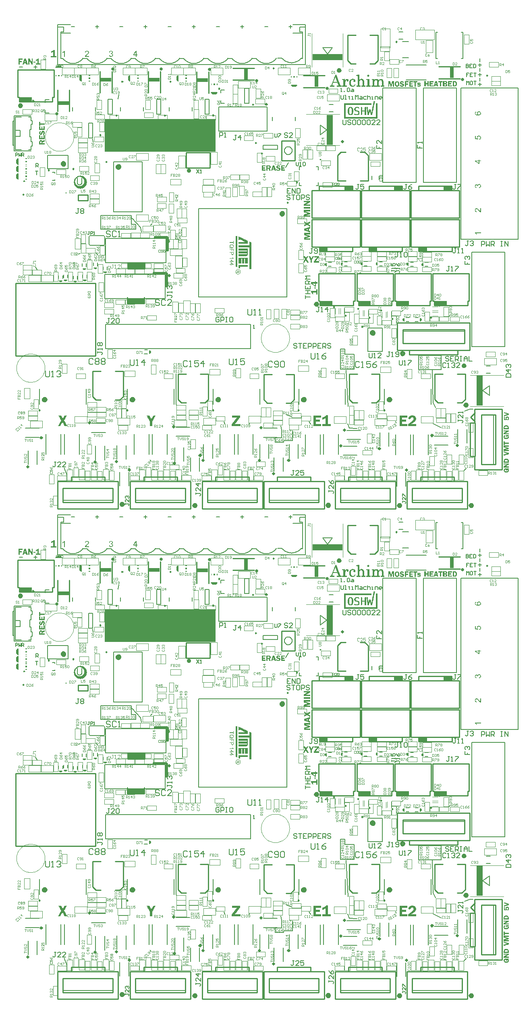
<source format=gbr>
G04 CAM350 V9.5 (Build 208) Date:  Tue Mar 07 15:27:25 2017 *
G04 Database: (Untitled) *
G04 Layer 12: gto *
%FSLAX24Y24*%
%MOIN*%
%SFA1.000B1.000*%

%MIA0B0*%
%IPPOS*%
%ADD70C,0.00100*%
%ADD71C,0.00200*%
%ADD21C,0.00400*%
%ADD26C,0.00800*%
%ADD32C,0.01000*%
%ADD33C,0.02000*%
%ADD36C,0.02500*%
%ADD48C,0.00700*%
%ADD52C,0.02400*%
%ADD53C,0.00600*%
%ADD58C,0.00500*%
%ADD59C,0.00787*%
%ADD146C,0.01200*%
%ADD147C,0.01400*%
%ADD148C,0.03500*%
%ADD159C,0.00984*%
%ADD160C,0.02362*%
%ADD161C,0.00394*%
%ADD162C,0.00197*%
%ADD163C,0.00598*%
%ADD164R,0.04921X0.04921*%
%ADD165R,0.27100X0.27100*%
%ADD166R,0.00590X0.00590*%
%ADD167R,0.00600X0.00600*%
%ADD168R,0.01190X0.01190*%
%ADD169R,0.02953X0.02953*%
%LNgto*%
%LPD*%
G36*
X4071Y80218D02*
G01Y80253D01*
Y80258*
Y80293*
X4236*
Y80258*
Y80253*
Y80218*
X4071*
G37*
G36*
Y39718D02*
G01Y39753D01*
Y39758*
Y39793*
X4236*
Y39758*
Y39753*
Y39718*
X4071*
G37*
G36*
X27339Y21013D02*
G01Y21198D01*
X27344*
X27419*
X27424*
Y21013*
X27419*
X27344*
X27339*
G37*
G36*
Y61513D02*
G01Y61698D01*
X27344*
X27419*
X27424*
Y61513*
X27419*
X27344*
X27339*
G37*
G36*
X31693Y38636D02*
G01Y38638D01*
Y38640*
X31694Y38644*
Y38646*
Y38647*
X31696Y38659*
X31697Y38663*
X31700Y38668*
X31701Y38671*
X31703Y38677*
X31704Y38679*
X31706Y38682*
X31710Y38687*
Y38688*
X31712Y38690*
X31715Y38693*
X31721Y38699*
X31727Y38704*
X31728Y38705*
X31734Y38710*
X31736Y38711*
X31741Y38713*
X31753Y38719*
X31754Y38720*
X31764Y38722*
X31765*
X31775Y38723*
X31776*
X31777*
X31778*
X31780*
X31782Y38722*
X31784*
X31785*
X31797Y38720*
X31800Y38719*
X31804Y38717*
X31806*
X31807Y38716*
X31810Y38715*
X31811*
X31813Y38714*
X31819Y38711*
X31821Y38710*
X31828Y38705*
X31829Y38704*
X31835Y38698*
X31840Y38693*
X31843Y38690*
X31844Y38689*
Y38688*
X31845*
Y38687*
X31849Y38680*
Y38679*
X31850*
X31854Y38671*
X31856Y38669*
X31859Y38663*
Y38661*
X31860Y38660*
Y38659*
X31862Y38648*
X31863Y38645*
Y38644*
Y38643*
Y38638*
Y38636*
Y38635*
X31862Y38626*
Y38625*
X31860Y38619*
X31859Y38616*
Y38615*
X31857Y38609*
X31854Y38599*
X31853Y38598*
X31851Y38595*
X31850*
X31847Y38590*
X31846Y38588*
X31840Y38580*
X31838Y38578*
X31836Y38576*
X31832Y38573*
X31828Y38570*
X31823Y38567*
X31822*
Y38566*
X31820Y38565*
X31815Y38563*
X31808Y38560*
X31806Y38559*
X31799Y38556*
X31798Y38555*
X31796*
X31794*
X31790Y38554*
X31782*
X31773*
X31770*
Y38555*
X31769*
X31763Y38556*
X31760*
X31754Y38558*
X31749Y38559*
X31748Y38560*
X31747*
X31741Y38563*
X31737Y38565*
X31735*
X31733Y38566*
X31731Y38567*
X31727Y38570*
X31723Y38573*
X31719Y38576*
X31717Y38578*
X31716Y38580*
X31714Y38582*
X31713Y38584*
X31710Y38587*
Y38588*
X31709Y38590*
X31705Y38597*
X31700Y38607*
X31696Y38615*
Y38616*
Y38619*
X31694Y38625*
Y38626*
X31693Y38635*
Y38636*
G37*
G36*
Y79136D02*
G01Y79138D01*
Y79140*
X31694Y79144*
Y79146*
Y79147*
X31696Y79159*
X31697Y79163*
X31700Y79168*
X31701Y79171*
X31703Y79177*
X31704Y79179*
X31706Y79182*
X31710Y79187*
Y79188*
X31712Y79190*
X31715Y79193*
X31721Y79199*
X31727Y79204*
X31728Y79205*
X31734Y79210*
X31736Y79211*
X31741Y79213*
X31753Y79219*
X31754Y79220*
X31764Y79222*
X31765*
X31775Y79223*
X31776*
X31777*
X31778*
X31780*
X31782Y79222*
X31784*
X31785*
X31797Y79220*
X31800Y79219*
X31804Y79217*
X31806*
X31807Y79216*
X31810Y79215*
X31811*
X31813Y79214*
X31819Y79211*
X31821Y79210*
X31828Y79205*
X31829Y79204*
X31834Y79199*
X31836Y79198*
X31842Y79191*
X31843Y79190*
X31844Y79189*
Y79188*
X31845*
Y79187*
X31849Y79180*
Y79179*
X31850*
X31854Y79171*
X31856Y79169*
X31859Y79163*
Y79161*
X31860Y79160*
Y79159*
X31862Y79148*
X31863Y79145*
Y79144*
Y79143*
Y79138*
Y79136*
Y79135*
X31862Y79126*
Y79125*
X31860Y79119*
X31859Y79116*
Y79115*
X31857Y79109*
X31854Y79099*
X31853Y79098*
X31851Y79095*
X31850*
X31847Y79090*
X31846Y79088*
X31840Y79080*
X31839Y79079*
X31837Y79077*
X31835Y79076*
X31833Y79074*
X31832*
X31828Y79070*
X31822Y79067*
Y79066*
X31820Y79065*
X31806Y79059*
X31799Y79056*
X31798Y79055*
X31796*
X31795*
X31791Y79054*
X31782*
X31773*
X31772*
X31771*
X31763Y79056*
X31760*
X31753Y79058*
Y79059*
X31743Y79061*
X31741Y79062*
X31736Y79065*
X31733Y79067*
X31728Y79070*
X31723Y79075*
X31722*
Y79076*
X31720Y79077*
X31716Y79080*
X31714Y79082*
X31713Y79084*
X31710Y79088*
X31709Y79090*
X31705Y79097*
X31700Y79107*
X31696Y79115*
Y79116*
Y79119*
X31694Y79125*
Y79126*
X31693Y79135*
Y79136*
G37*
G36*
X20320Y23526D02*
G01Y23531D01*
Y23546*
Y23551*
Y23555*
Y23560*
Y23561*
X20325Y23565*
X20330*
X20567*
X20565Y23567*
X20563Y23570*
X20560Y23574*
X20559*
Y23575*
X20557Y23578*
X20540Y23602*
X20539Y23603*
X20538Y23606*
X20530Y23622*
X20529*
X20527Y23628*
X20523Y23636*
Y23638*
Y23639*
X20528Y23643*
X20536*
X20552*
X20555*
X20559Y23640*
X20560Y23639*
X20563Y23635*
X20571Y23620*
Y23619*
X20572*
X20591Y23592*
Y23591*
X20596Y23586*
Y23585*
X20597Y23584*
X20602Y23579*
X20606Y23576*
X20609Y23573*
X20611Y23571*
X20615Y23567*
X20636Y23552*
X20637Y23551*
X20638*
Y23548*
Y23546*
Y23545*
Y23531*
Y23526*
X20633*
X20325*
X20320*
G37*
G36*
Y64026D02*
G01Y64031D01*
Y64046*
Y64051*
Y64055*
Y64060*
Y64061*
X20325Y64065*
X20330*
X20567*
Y64066*
X20566Y64067*
X20565Y64068*
X20562Y64073*
X20558Y64078*
X20554Y64083*
X20551Y64086*
X20550Y64087*
X20549Y64089*
X20547Y64093*
X20546*
X20536Y64109*
X20535Y64110*
X20530Y64122*
X20529Y64124*
Y64125*
X20527Y64128*
Y64129*
X20526Y64132*
X20524Y64136*
Y64138*
Y64139*
X20529Y64143*
X20536*
X20552*
X20555*
X20559Y64140*
X20568Y64126*
Y64125*
X20571Y64119*
X20572*
X20591Y64092*
X20596Y64086*
X20606Y64076*
X20609Y64074*
X20610Y64073*
X20611Y64071*
X20615Y64067*
X20636Y64052*
X20637Y64051*
X20638*
Y64048*
Y64046*
Y64045*
Y64031*
Y64026*
X20633*
X20325*
X20320*
G37*
G36*
X20875Y22337D02*
G01Y22347D01*
Y22348*
Y22358*
Y22362*
Y22365*
X20877Y22369*
X20885Y22374*
Y22375*
X20889Y22377*
X20893Y22380*
X20907Y22389*
X20908*
X20915Y22394*
X20917Y22395*
X20919Y22397*
X20921Y22398*
X20942Y22411*
X20943Y22412*
X20944Y22413*
X20946Y22415*
X20952Y22418*
X20953Y22419*
X20957Y22422*
Y22423*
X20958*
X20960Y22424*
X20961Y22425*
X20963Y22427*
X20964Y22428*
X20965*
Y22429*
X20974Y22442*
X20977Y22445*
Y22447*
X20979Y22451*
X20980Y22454*
Y22455*
X20981Y22461*
Y22465*
Y22466*
Y22505*
Y22506*
X20880*
X20875*
Y22511*
Y22518*
Y22526*
Y22533*
Y22538*
X20880*
X21108*
X21113*
Y22533*
Y22526*
Y22518*
Y22506*
Y22505*
Y22466*
Y22465*
Y22453*
Y22445*
Y22430*
Y22429*
Y22428*
Y22427*
Y22423*
Y22422*
X21112Y22419*
Y22410*
Y22409*
X21111Y22403*
Y22400*
X21109Y22395*
Y22393*
X21107Y22384*
X21106Y22382*
X21104Y22380*
X21102Y22376*
X21100Y22373*
X21099Y22371*
X21098Y22370*
Y22369*
X21097*
Y22368*
X21094Y22365*
X21090Y22362*
Y22361*
X21085Y22359*
X21083Y22357*
X21082Y22356*
X21076Y22354*
X21070Y22351*
X21066Y22349*
X21064*
X21062*
X21058Y22348*
X21056*
X21055*
X21053*
X21048Y22347*
X21045Y22348*
X21044*
X21043*
X21042*
X21041*
X21040*
X21034Y22349*
X21031Y22350*
X21028Y22351*
X21021Y22354*
X21017Y22356*
X21015Y22357*
X21013Y22359*
X21009Y22361*
X21005Y22364*
X21002Y22368*
X20999Y22373*
X20998*
X20996Y22375*
X20993Y22382*
X20992Y22385*
X20991*
Y22388*
X20990Y22389*
Y22390*
X20988Y22397*
X20987*
X20986Y22401*
X20984Y22409*
X20983Y22412*
X20981Y22410*
X20979Y22407*
X20977Y22404*
X20972Y22397*
X20970Y22394*
X20968Y22392*
X20966Y22390*
X20964Y22388*
X20960Y22385*
X20956Y22382*
X20953Y22380*
X20944Y22373*
X20940Y22370*
X20939Y22369*
X20937Y22367*
X20915Y22354*
X20883Y22333*
X20879Y22332*
X20875Y22337*
G37*
G36*
Y62837D02*
G01Y62847D01*
Y62848*
Y62858*
Y62862*
Y62865*
X20877Y62869*
X20885Y62874*
Y62875*
X20889Y62877*
X20893Y62880*
X20907Y62889*
X20908*
X20915Y62894*
X20917Y62895*
X20919Y62897*
X20921Y62898*
X20942Y62911*
X20943Y62912*
X20944Y62913*
X20946Y62915*
X20952Y62918*
X20953Y62919*
X20957Y62922*
Y62923*
X20958*
X20964Y62929*
X20965*
X20977Y62945*
Y62947*
X20979Y62951*
X20980Y62954*
Y62955*
X20981Y62961*
Y62965*
Y62966*
Y63005*
Y63006*
X20880*
X20875*
Y63011*
Y63018*
Y63026*
Y63033*
Y63038*
X20880*
X21108*
X21113*
Y63033*
Y63026*
Y63018*
Y63006*
Y63005*
Y62966*
Y62965*
Y62953*
Y62945*
Y62930*
Y62929*
Y62928*
Y62923*
Y62922*
X21112Y62919*
Y62910*
Y62909*
X21111Y62903*
Y62900*
X21109Y62895*
Y62893*
X21107Y62884*
X21106Y62882*
X21104Y62880*
X21102Y62876*
X21100Y62873*
X21098Y62870*
X21095Y62866*
X21094Y62865*
X21088Y62860*
X21087Y62859*
X21084Y62857*
X21079Y62855*
X21075Y62853*
X21074*
X21073*
Y62852*
X21067Y62850*
X21066*
Y62849*
X21064*
X21062*
X21058Y62848*
X21056*
X21055*
X21053*
X21048Y62847*
X21045Y62848*
X21044*
X21043*
X21042*
X21041*
X21033Y62849*
X21032*
X21026Y62851*
X21022Y62853*
X21018Y62855*
X21017*
X21016Y62856*
X21011Y62859*
X21008Y62861*
X21005Y62864*
X21003Y62866*
X21000Y62870*
X20999Y62871*
Y62872*
X20998*
X20996Y62876*
X20993Y62882*
X20992Y62885*
X20991*
Y62888*
X20990*
X20989Y62892*
X20987Y62898*
X20984Y62909*
X20983Y62912*
X20981Y62910*
X20979Y62907*
X20977Y62904*
X20972Y62897*
X20970Y62894*
X20968Y62892*
X20966Y62890*
X20964Y62888*
X20960Y62885*
X20956Y62882*
X20953Y62880*
X20944Y62873*
X20940Y62870*
X20939Y62869*
X20937Y62867*
X20915Y62854*
X20883Y62833*
X20879Y62832*
X20875Y62837*
G37*
G36*
X26441Y68161D02*
G01Y68204D01*
Y68241*
Y68284*
X26969*
Y68241*
Y68204*
Y68161*
X26441*
G37*
G36*
Y27661D02*
G01Y27704D01*
Y27741*
Y27784*
X26969*
Y27741*
Y27704*
Y27661*
X26441*
G37*
G36*
X20320Y24301D02*
G01Y24303D01*
Y24306*
Y24338*
Y24341*
Y24343*
X20325*
X20632*
X20637*
Y24341*
Y24338*
Y24303*
Y24301*
Y24134*
Y24129*
X20632*
X20620*
X20617*
X20605*
X20600*
Y24134*
Y24301*
X20501*
Y24158*
Y24153*
X20496*
X20484*
X20481*
X20469*
X20464*
Y24158*
Y24301*
X20325*
X20320*
G37*
G36*
Y64801D02*
G01Y64803D01*
Y64806*
Y64838*
Y64841*
Y64843*
X20325*
X20632*
X20637*
Y64841*
Y64838*
Y64803*
Y64801*
Y64634*
Y64629*
X20632*
X20620*
X20617*
X20605*
X20600*
Y64634*
Y64801*
X20501*
Y64658*
Y64653*
X20496*
X20484*
X20481*
X20469*
X20464*
Y64658*
Y64801*
X20325*
X20320*
G37*
G36*
Y23263D02*
G01Y23268D01*
Y23274*
Y23283*
Y23292*
Y23294*
Y23297*
Y23298*
X20325Y23302*
X20330*
X20396*
Y23322*
Y23354*
Y23386*
Y23419*
Y23429*
Y23434*
Y23435*
X20401Y23439*
X20406*
X20416*
X20425*
X20428*
X20430*
X20433Y23438*
X20572Y23340*
X20579Y23336*
X20613Y23312*
X20618Y23308*
X20635Y23296*
X20637Y23294*
Y23292*
Y23289*
Y23283*
Y23274*
Y23268*
Y23263*
X20632*
X20431*
Y23225*
Y23220*
X20426*
X20416*
X20411*
X20401*
X20396*
Y23225*
Y23263*
X20325*
X20320*
G37*
G36*
Y23016D02*
G01Y23021D01*
Y23028*
Y23036*
Y23045*
Y23048*
Y23050*
Y23051*
X20325Y23055*
X20330*
X20396*
Y23075*
Y23108*
Y23140*
Y23173*
Y23183*
Y23188*
Y23189*
X20401Y23193*
X20406*
X20416*
X20425*
X20428*
X20430*
X20433Y23192*
X20635Y23050*
X20637Y23048*
Y23046*
Y23043*
Y23036*
Y23028*
Y23021*
Y23016*
X20632*
X20431*
Y22979*
Y22974*
X20426*
X20416*
X20411*
X20401*
X20396*
Y22979*
Y23016*
X20325*
X20320*
G37*
G36*
Y63763D02*
G01Y63768D01*
Y63774*
Y63783*
Y63792*
Y63794*
Y63797*
Y63798*
X20325Y63802*
X20330*
X20396*
Y63822*
Y63854*
Y63886*
Y63919*
Y63929*
Y63934*
Y63935*
X20401Y63939*
X20406*
X20416*
X20425*
X20428*
X20430*
X20433Y63938*
X20572Y63840*
X20579Y63836*
X20613Y63812*
X20618Y63808*
X20635Y63796*
X20637Y63794*
Y63792*
Y63789*
Y63783*
Y63774*
Y63768*
Y63763*
X20632*
X20431*
Y63725*
Y63720*
X20426*
X20416*
X20411*
X20401*
X20396*
Y63725*
Y63763*
X20325*
X20320*
G37*
G36*
Y63516D02*
G01Y63521D01*
Y63528*
Y63536*
Y63545*
Y63548*
Y63550*
Y63551*
X20325Y63555*
X20330*
X20396*
Y63575*
Y63608*
Y63640*
Y63673*
Y63683*
Y63688*
Y63689*
X20401Y63693*
X20406*
X20416*
X20425*
X20428*
X20430*
X20433Y63692*
X20635Y63550*
X20637Y63548*
Y63546*
Y63543*
Y63536*
Y63528*
Y63521*
Y63516*
X20632*
X20431*
Y63479*
Y63474*
X20426*
X20416*
X20411*
X20401*
X20396*
Y63479*
Y63516*
X20325*
X20320*
G37*
G36*
Y24033D02*
G01Y24035D01*
Y24038*
Y24070*
Y24073*
Y24075*
X20325*
X20632*
X20637*
Y24073*
Y24070*
Y24035*
Y24033*
Y24028*
Y23953*
Y23948*
Y23946*
Y23945*
X20636Y23936*
Y23935*
Y23934*
Y23933*
Y23931*
X20634Y23908*
Y23907*
X20633Y23902*
X20631Y23895*
Y23894*
X20628Y23885*
X20627*
Y23884*
Y23882*
X20625Y23879*
Y23878*
X20624Y23876*
X20620Y23870*
X20618Y23866*
X20617*
X20615Y23864*
X20610Y23857*
X20608Y23856*
X20601Y23851*
X20595Y23847*
X20592Y23845*
X20591Y23844*
X20586Y23841*
X20584Y23840*
X20575Y23838*
X20570Y23836*
X20569*
X20567*
X20566*
X20564Y23835*
X20561*
X20557Y23834*
X20553*
X20552*
X20544Y23833*
X20543*
X20542*
X20541*
X20539*
X20537Y23834*
X20535*
X20533*
X20529Y23835*
X20526*
X20525*
Y23836*
X20524*
X20522*
X20521*
X20507Y23840*
X20506Y23841*
X20499Y23844*
X20498Y23845*
X20494Y23847*
X20486Y23852*
X20481Y23856*
X20479Y23857*
X20476Y23860*
X20473Y23863*
X20472Y23864*
X20471Y23865*
Y23866*
X20470*
X20467Y23871*
X20466Y23873*
X20465Y23876*
X20464Y23878*
X20463Y23879*
X20462Y23883*
X20459Y23892*
X20457Y23895*
Y23896*
Y23897*
X20455Y23901*
X20453Y23907*
Y23908*
X20451Y23920*
Y23921*
Y23923*
X20450Y23930*
Y23933*
Y23934*
X20449Y23945*
Y23946*
Y23948*
Y23953*
Y24028*
Y24033*
X20325*
X20320*
G37*
G36*
Y64533D02*
G01Y64535D01*
Y64538*
Y64570*
Y64573*
Y64575*
X20325*
X20632*
X20637*
Y64573*
Y64570*
Y64535*
Y64533*
Y64528*
Y64453*
Y64448*
Y64446*
Y64445*
X20636Y64436*
Y64435*
Y64434*
Y64433*
Y64431*
X20634Y64408*
Y64407*
X20632Y64402*
X20631Y64396*
X20629Y64390*
X20628Y64386*
X20627Y64385*
Y64384*
Y64382*
X20626Y64381*
X20624Y64377*
Y64376*
X20623Y64375*
X20622Y64373*
X20620Y64371*
X20618Y64366*
X20617*
X20612Y64361*
X20610Y64358*
X20608Y64356*
X20605Y64354*
X20601Y64351*
X20597Y64348*
X20590Y64344*
X20587Y64342*
X20584Y64341*
X20579Y64339*
X20578*
Y64338*
X20577*
X20575*
Y64337*
X20565Y64334*
X20562*
X20558Y64333*
X20549*
X20539*
X20536Y64334*
X20534*
X20532*
X20530*
X20513Y64338*
X20511Y64339*
X20506Y64341*
X20505*
X20500Y64344*
X20494Y64347*
X20489Y64350*
X20484Y64353*
X20483*
X20482Y64354*
X20481*
X20476Y64359*
X20475Y64360*
X20472Y64365*
X20471Y64366*
X20467Y64371*
X20466Y64373*
X20465Y64376*
X20463Y64378*
X20462Y64380*
Y64382*
X20458Y64392*
X20457Y64394*
Y64396*
X20456*
X20455Y64401*
X20453Y64407*
Y64408*
X20451Y64420*
Y64421*
Y64423*
X20450Y64430*
Y64433*
Y64434*
X20449Y64445*
Y64446*
Y64448*
Y64453*
Y64528*
Y64533*
X20325*
X20320*
G37*
G36*
Y65338D02*
G01Y65340D01*
Y65343*
Y65375*
Y65378*
Y65380*
X20325*
X20600*
Y65479*
Y65484*
X20605*
X20617*
X20620*
X20632*
X20637*
Y65479*
Y65380*
Y65378*
Y65340*
Y65338*
Y65238*
Y65233*
X20632*
X20620*
X20617*
X20605*
X20600*
Y65238*
Y65338*
X20325*
X20320*
G37*
G36*
Y24838D02*
G01Y24840D01*
Y24843*
Y24875*
Y24878*
Y24880*
X20325*
X20600*
Y24979*
Y24984*
X20605*
X20617*
X20620*
X20632*
X20637*
Y24979*
Y24880*
Y24878*
Y24840*
Y24838*
Y24738*
Y24733*
X20632*
X20620*
X20617*
X20605*
X20600*
Y24738*
Y24838*
X20325*
X20320*
G37*
G36*
X40598Y66157D02*
G01Y66160D01*
Y66163*
Y66167*
Y66177*
Y66187*
Y66192*
Y66197*
X40603*
X41091*
X41096*
Y66192*
Y66187*
Y66177*
Y66167*
Y66157*
Y66147*
Y66146*
Y66141*
Y66140*
X41091Y66136*
X41086*
X40709*
X40711Y66133*
X40714Y66130*
X40718Y66124*
X40719*
X40721Y66121*
X40722*
Y66120*
X40723Y66119*
X40727Y66113*
X40730Y66109*
X40732Y66106*
X40733*
X40734Y66104*
X40736Y66102*
X40739Y66096*
X40742Y66092*
X40746Y66085*
X40750Y66080*
X40751Y66078*
X40752Y66076*
X40761Y66058*
X40764Y66053*
Y66052*
X40772Y66036*
X40773*
X40774Y66032*
X40775Y66031*
Y66030*
X40776Y66029*
Y66028*
X40777Y66025*
X40779Y66021*
Y66019*
Y66018*
X40774Y66014*
X40767*
X40729*
X40726*
X40722Y66017*
X40715Y66029*
X40712Y66034*
X40709Y66041*
X40706Y66046*
X40705*
X40703Y66051*
X40702*
X40690Y66070*
X40688Y66073*
X40682Y66082*
X40680Y66084*
Y66085*
X40678Y66088*
X40677Y66089*
X40673Y66094*
X40671Y66097*
X40667Y66102*
X40664Y66105*
X40659Y66110*
X40658*
X40639Y66128*
X40600Y66156*
X40599Y66157*
X40598*
G37*
G36*
Y25657D02*
G01Y25660D01*
Y25663*
Y25667*
Y25677*
Y25687*
Y25692*
Y25697*
X40603*
X41091*
X41096*
Y25692*
Y25687*
Y25677*
Y25667*
Y25657*
Y25647*
Y25646*
Y25641*
Y25640*
X41091Y25636*
X41086*
X40709*
X40711Y25633*
X40714Y25630*
X40718Y25624*
X40719*
X40721Y25621*
X40722*
Y25620*
X40723Y25619*
X40727Y25613*
X40730Y25609*
X40732Y25606*
X40733*
X40734Y25604*
X40736Y25602*
X40739Y25596*
X40742Y25592*
X40746Y25585*
X40750Y25580*
X40751Y25578*
X40752Y25576*
X40761Y25558*
X40764Y25553*
Y25552*
X40772Y25536*
X40773*
X40774Y25532*
X40775Y25531*
Y25530*
X40776Y25529*
Y25528*
X40777Y25525*
X40779Y25521*
Y25519*
Y25518*
X40774Y25514*
X40767*
X40729*
X40726*
X40722Y25517*
X40715Y25529*
X40712Y25534*
X40709Y25541*
X40706Y25546*
X40705*
X40703Y25551*
X40702*
X40690Y25570*
X40688Y25573*
X40682Y25582*
X40680Y25584*
Y25585*
X40678Y25588*
X40677Y25589*
X40673Y25594*
X40671Y25597*
X40667Y25602*
X40664Y25605*
X40659Y25610*
X40658*
X40639Y25628*
X40600Y25656*
X40599Y25657*
X40598*
G37*
G36*
X6489Y81031D02*
G01Y81038D01*
Y81047*
Y81051*
Y81054*
Y81062*
Y81072*
Y81076*
Y81079*
X6492Y81083*
X6504Y81090*
X6511Y81094*
X6513Y81095*
X6515Y81097*
X6527Y81103*
X6531Y81105*
X6534Y81107*
X6543Y81113*
X6548Y81116*
X6557Y81123*
X6562Y81126*
Y81127*
X6564Y81128*
X6571Y81133*
X6575Y81137*
X6580Y81141*
X6585Y81146*
X6589Y81151*
X6596Y81157*
X6598Y81160*
X6600Y81162*
X6602Y81164*
X6603Y81165*
X6630Y81203*
X6632Y81205*
X6636Y81207*
X6638*
X6662*
X6667*
X6668*
X6672Y81202*
Y81197*
Y81186*
Y81176*
Y81166*
Y81156*
Y81152*
Y81142*
Y81128*
Y81118*
Y81117*
Y81107*
Y81097*
Y80714*
Y80709*
X6667*
X6651*
X6632*
X6616*
X6611*
Y80714*
Y81097*
X6610Y81096*
X6605Y81091*
X6600Y81087*
X6597Y81084*
Y81083*
X6596*
X6595*
X6584Y81075*
X6580Y81073*
X6571Y81067*
X6565Y81062*
X6553Y81054*
X6550Y81053*
Y81052*
X6547Y81051*
X6546*
X6542Y81048*
X6540Y81047*
X6537Y81045*
X6535*
X6532Y81043*
X6529Y81041*
X6524Y81039*
X6520Y81037*
X6503Y81029*
X6502*
X6500Y81028*
X6499Y81027*
X6495Y81026*
X6493*
X6489Y81031*
G37*
G36*
Y40531D02*
G01Y40538D01*
Y40547*
Y40551*
Y40552*
Y40562*
Y40572*
Y40576*
Y40579*
X6492Y40583*
X6495Y40585*
X6505Y40591*
X6510Y40594*
X6515Y40597*
X6518Y40598*
X6526Y40602*
X6528Y40604*
X6532Y40606*
X6537Y40610*
X6541Y40612*
X6552Y40620*
X6556Y40622*
Y40623*
X6561Y40626*
X6562*
X6564Y40628*
X6571Y40633*
X6575Y40637*
X6580Y40641*
X6585Y40646*
X6589Y40651*
X6596Y40657*
X6598Y40660*
X6600Y40662*
X6602Y40664*
X6603Y40665*
X6614Y40679*
Y40680*
X6632Y40705*
X6636Y40707*
X6639*
X6662*
X6667*
X6668*
X6672Y40702*
Y40697*
Y40686*
Y40676*
Y40666*
Y40656*
Y40652*
Y40642*
Y40628*
Y40618*
Y40613*
Y40603*
Y40597*
Y40214*
Y40209*
X6667*
X6651*
X6632*
X6616*
X6611*
Y40214*
Y40596*
X6604Y40590*
X6601Y40587*
X6597Y40584*
X6596Y40583*
X6595*
X6584Y40575*
X6580Y40573*
X6571Y40567*
X6565Y40562*
X6554Y40555*
X6550Y40553*
X6548Y40552*
X6546Y40551*
X6542Y40548*
X6540Y40547*
X6534Y40544*
X6531Y40543*
X6529Y40541*
X6524Y40539*
X6520Y40537*
X6503Y40529*
X6502*
X6500Y40528*
X6499Y40527*
X6495Y40526*
X6493*
X6489Y40531*
G37*
G36*
X35835Y37822D02*
G01X35839Y37827D01*
X35844Y37828*
X35845*
X35848Y37829*
X35869Y37832*
X35903Y37837*
X35904*
X35910Y37838*
X35911*
X35916Y37834*
X35917Y37831*
X35918Y37829*
X35919Y37827*
X35920*
X35927Y37817*
X35950Y37802*
X35974Y37796*
X35987Y37794*
X35991*
X36013Y37798*
X36030Y37806*
X36033Y37807*
X36038Y37812*
X36041Y37817*
X36043Y37819*
Y37820*
Y37821*
Y37822*
Y37823*
Y37827*
Y37828*
X36032Y37844*
X36005Y37853*
X36004*
X36003*
X35997Y37854*
X35954Y37862*
X35946Y37864*
X35945Y37865*
X35940Y37866*
X35939*
X35933Y37868*
X35932*
X35926Y37870*
X35906Y37875*
X35905Y37876*
X35903Y37877*
X35902*
X35901Y37878*
X35900*
X35894Y37881*
X35889Y37884*
X35888*
X35884Y37887*
X35883*
X35882Y37888*
X35881*
Y37889*
X35877Y37891*
X35873Y37894*
X35872Y37895*
X35869Y37899*
X35862Y37910*
X35861*
X35859Y37914*
X35856Y37918*
X35855Y37920*
Y37921*
X35853Y37925*
X35852Y37928*
Y37929*
Y37930*
X35850Y37934*
Y37935*
X35849Y37939*
Y37940*
Y37941*
X35847Y37946*
Y37948*
Y37950*
Y37951*
Y37952*
Y37953*
X35846Y37956*
Y37957*
Y37958*
Y37960*
Y37961*
Y37962*
X35847Y37972*
Y37973*
Y37974*
X35848Y37978*
Y37979*
X35849Y37984*
X35852Y37994*
Y37996*
X35854Y38002*
X35855Y38003*
X35858Y38008*
X35859Y38009*
Y38011*
X35862Y38017*
X35864Y38018*
X35868Y38022*
X35873Y38028*
X35876Y38032*
X35882Y38038*
X35884Y38040*
X35886Y38042*
X35889Y38044*
X35893Y38046*
X35900Y38051*
X35904Y38052*
X35906Y38054*
X35908*
Y38055*
X35930Y38063*
X35931*
X35945Y38065*
X35946*
X35949Y38066*
X35958Y38068*
X35960*
X35961*
X35987Y38070*
X35988*
X35991Y38069*
X35993*
X36007Y38068*
X36008*
X36009*
X36010Y38067*
X36017Y38066*
X36020*
X36025Y38064*
X36028*
X36030*
X36034Y38063*
X36035Y38062*
X36053Y38056*
X36055Y38055*
X36058Y38054*
X36064Y38051*
Y38050*
X36069Y38047*
X36071Y38046*
X36072Y38045*
X36073Y38044*
X36075Y38042*
Y38041*
X36076*
X36078Y38039*
X36079Y38037*
X36083Y38033*
X36089Y38026*
X36090Y38024*
X36094Y38020*
X36095Y38019*
Y38018*
X36100Y38012*
X36101Y38010*
X36102Y38009*
X36104Y38006*
X36109Y37995*
X36112Y37989*
Y37987*
X36108Y37982*
X36105Y37981*
X36102Y37980*
X36082Y37975*
X36081*
X36060Y37969*
X36059*
X36051Y37967*
X36048*
X36043Y37969*
X36040Y37974*
X36039*
Y37975*
X36027Y37991*
X36017Y37997*
X36002Y38006*
X35975Y38009*
X35973*
X35969Y38008*
X35968*
X35967*
X35965*
X35957Y38006*
X35940Y37996*
X35939*
Y37995*
X35936Y37989*
X35932Y37976*
X35942Y37961*
X35944Y37960*
X35948Y37958*
X35949*
X35971Y37953*
X35974Y37952*
X35982Y37951*
X35983*
X35987Y37950*
X35989*
X36012Y37946*
X36015Y37945*
X36017*
X36027Y37943*
X36030*
Y37942*
X36033*
X36036Y37941*
X36045Y37940*
X36069Y37933*
X36070Y37932*
X36071*
X36077Y37929*
X36090Y37922*
X36092Y37920*
X36093Y37919*
X36098Y37915*
X36103Y37910*
X36104Y37909*
X36106Y37907*
X36110Y37902*
X36113Y37897*
X36115Y37895*
X36116Y37892*
X36117Y37890*
X36118*
Y37887*
X36119*
X36120Y37881*
X36122Y37878*
Y37877*
Y37876*
X36123*
Y37875*
Y37874*
X36125Y37866*
X36126Y37862*
X36127Y37857*
Y37856*
Y37854*
Y37853*
Y37852*
Y37845*
X36128Y37841*
X36127Y37836*
X36126Y37828*
X36125Y37824*
Y37823*
Y37822*
Y37821*
X36123Y37816*
Y37813*
X36122Y37811*
Y37810*
X36120Y37807*
Y37806*
X36118Y37802*
X36116Y37798*
Y37797*
X36114Y37792*
X36111Y37787*
X36108Y37782*
X36107Y37781*
X36105Y37778*
X36104Y37777*
X36098Y37771*
X36095Y37769*
X36088Y37762*
X36083Y37758*
Y37757*
X36079Y37755*
X36078Y37754*
X36077Y37753*
X36074Y37752*
X36069Y37749*
X36067Y37748*
X36066*
Y37747*
X36064*
X36061Y37746*
X36058Y37745*
X36054Y37743*
X36037Y37738*
X36033Y37736*
X36028Y37735*
X36026Y37734*
X36018Y37733*
X35990Y37730*
X35989*
X35983*
X35977*
X35976*
X35970Y37731*
X35969*
X35967*
X35952Y37733*
X35944Y37734*
X35942*
X35934Y37737*
X35928Y37739*
X35912Y37744*
X35908Y37746*
X35905Y37747*
X35903*
X35898Y37750*
X35890Y37754*
Y37755*
X35889*
X35886Y37757*
X35884Y37758*
X35880Y37761*
X35873Y37768*
X35870Y37770*
X35868Y37771*
X35867*
X35861Y37777*
Y37778*
X35854Y37784*
X35852Y37786*
X35850Y37791*
X35848Y37793*
X35847Y37794*
Y37795*
X35844Y37799*
X35843Y37801*
X35842Y37802*
Y37803*
X35840Y37806*
X35839Y37808*
X35838Y37811*
Y37813*
X35837Y37815*
X35835Y37820*
Y37822*
G37*
G36*
Y78322D02*
G01X35839Y78327D01*
X35844Y78328*
X35845*
X35848Y78329*
X35869Y78332*
X35903Y78337*
X35904*
X35910Y78338*
X35911*
X35916Y78334*
X35917Y78331*
X35919Y78328*
X35934Y78311*
X35937Y78308*
X35938*
X35951Y78302*
X35981Y78295*
X35982*
X35987Y78294*
X35991*
X36013Y78298*
X36031Y78305*
X36038Y78315*
X36043Y78323*
Y78327*
Y78328*
X36032Y78344*
X36005Y78353*
X36004*
X36003*
X35997Y78354*
X35954Y78362*
X35941Y78366*
X35940*
X35939*
X35933Y78368*
X35932*
X35926Y78370*
X35906Y78375*
X35905Y78376*
X35904*
X35901Y78377*
X35900Y78378*
X35898*
X35895Y78380*
X35893Y78381*
X35888Y78384*
X35881Y78388*
X35879*
X35878Y78390*
X35877Y78391*
X35873Y78394*
X35872Y78395*
X35869Y78399*
X35862Y78410*
X35861*
X35859Y78414*
X35856Y78418*
X35855Y78420*
Y78422*
X35854*
X35853Y78428*
X35852Y78430*
X35850Y78434*
Y78435*
X35849Y78439*
Y78440*
Y78441*
X35847Y78446*
Y78448*
Y78450*
Y78451*
Y78452*
Y78453*
X35846Y78456*
Y78457*
Y78458*
Y78460*
Y78461*
Y78462*
X35847Y78472*
Y78473*
Y78474*
X35848Y78478*
Y78479*
X35849Y78484*
X35852Y78495*
Y78496*
X35854Y78502*
X35855Y78503*
X35858Y78508*
X35859Y78509*
Y78511*
X35862Y78517*
X35864Y78518*
X35868Y78522*
X35873Y78528*
X35876Y78532*
X35882Y78538*
X35884Y78540*
X35886Y78542*
X35890Y78544*
X35892Y78546*
X35893*
X35900Y78551*
X35904Y78552*
X35906Y78554*
X35908*
Y78555*
X35930Y78563*
X35931*
X35945Y78565*
X35946*
X35949Y78566*
X35958Y78568*
X35960*
X35961*
X35987Y78570*
X35988*
X35991Y78569*
X35993*
X36007Y78568*
X36008*
X36010Y78567*
X36017Y78566*
X36020*
X36025Y78564*
X36028*
X36030*
X36034Y78563*
X36035Y78562*
X36048Y78558*
X36051Y78557*
X36052*
X36054Y78556*
X36055*
Y78555*
X36057Y78554*
X36061Y78552*
X36064Y78550*
X36068Y78547*
X36070Y78546*
X36073Y78544*
X36074Y78543*
X36077Y78540*
X36078Y78539*
X36079Y78537*
X36083Y78533*
X36089Y78526*
X36090Y78524*
X36094Y78520*
X36095Y78519*
Y78518*
X36100Y78512*
X36101Y78510*
X36102Y78509*
X36104Y78506*
X36109Y78495*
X36112Y78489*
Y78487*
X36108Y78482*
X36105Y78481*
X36102Y78480*
X36082Y78475*
X36081*
X36060Y78469*
X36059*
X36051Y78467*
X36048*
X36043Y78469*
X36040Y78474*
X36039*
Y78475*
X36027Y78491*
X36017Y78497*
X36002Y78506*
X35975Y78509*
X35973*
X35969Y78508*
X35968*
X35967*
X35965*
X35957Y78506*
X35940Y78496*
X35939*
Y78495*
X35936Y78489*
X35932Y78476*
X35942Y78461*
X35944Y78460*
X35948Y78458*
X35949*
X35971Y78453*
X35974Y78452*
X35982Y78451*
X35983*
X35987Y78450*
X35989*
X36011Y78446*
X36013Y78445*
X36027Y78443*
X36030*
X36045Y78440*
X36069Y78433*
X36070Y78432*
X36072Y78431*
X36073*
X36080Y78427*
X36090Y78422*
X36092Y78420*
X36093Y78419*
X36095Y78418*
X36097Y78416*
X36099Y78414*
X36103Y78410*
X36104Y78409*
X36106Y78407*
X36110Y78402*
X36113Y78397*
X36115Y78395*
X36116Y78392*
X36117Y78390*
X36118*
Y78387*
X36119*
X36120Y78381*
X36122Y78378*
Y78377*
Y78376*
X36123*
Y78375*
Y78374*
X36125Y78366*
X36126Y78362*
X36127Y78357*
Y78356*
Y78354*
Y78353*
Y78352*
Y78345*
X36128Y78341*
X36127Y78336*
X36126Y78329*
Y78328*
X36125Y78324*
Y78323*
Y78322*
X36124Y78318*
X36121Y78310*
X36119Y78305*
X36118Y78301*
X36116Y78299*
Y78297*
X36114Y78292*
X36111Y78287*
X36108Y78283*
X36105Y78279*
X36103Y78276*
X36102Y78275*
X36097Y78270*
X36094Y78267*
X36084Y78258*
X36081Y78256*
X36079Y78255*
Y78254*
X36077Y78253*
X36074Y78252*
X36069Y78249*
X36067Y78248*
X36066*
Y78247*
X36064*
X36061Y78246*
X36058Y78245*
X36054Y78243*
X36037Y78238*
X36033Y78236*
X36028Y78235*
X36026Y78234*
X36018Y78233*
X35992Y78230*
X35991*
X35984*
X35977*
X35976*
X35970Y78231*
X35969*
X35967*
X35952Y78233*
X35948Y78234*
X35944*
X35942*
X35934Y78237*
X35928Y78239*
X35912Y78244*
X35908Y78246*
X35905Y78247*
X35903*
X35898Y78250*
X35890Y78254*
Y78255*
X35889*
X35886Y78257*
X35884Y78258*
X35873Y78266*
X35867Y78271*
X35862Y78275*
X35860Y78277*
X35859Y78278*
X35855Y78284*
X35854*
X35852Y78286*
X35850Y78291*
X35848Y78293*
X35847Y78294*
Y78295*
X35844Y78299*
X35843Y78301*
Y78302*
X35840Y78307*
X35839Y78309*
X35838Y78311*
Y78314*
X35835Y78320*
Y78322*
G37*
G36*
X20297Y64911D02*
G01X20298Y64913D01*
X20302Y64921*
X20303Y64924*
X20305Y64928*
X20308Y64935*
Y64936*
X20310Y64939*
Y64940*
X20315Y64949*
X20316*
X20317Y64952*
X20318Y64954*
X20319Y64955*
X20326Y64965*
X20328Y64968*
X20330Y64971*
X20332Y64974*
X20334Y64976*
Y64977*
X20332Y64980*
X20331Y64982*
X20326Y64993*
X20325Y64994*
X20322Y65005*
X20320Y65010*
Y65011*
Y65014*
X20319Y65016*
X20318Y65021*
Y65022*
X20317Y65028*
Y65029*
Y65031*
Y65032*
Y65036*
X20315Y65041*
X20316Y65045*
X20315Y65050*
Y65051*
Y65054*
Y65058*
Y65060*
Y65061*
Y65062*
Y65063*
X20316Y65070*
Y65071*
X20317Y65075*
X20318Y65084*
Y65086*
Y65087*
X20319Y65092*
Y65093*
X20323Y65105*
Y65106*
X20325Y65110*
X20328Y65116*
X20329Y65119*
X20332Y65127*
X20334Y65131*
X20335*
X20338Y65136*
X20339Y65137*
X20343Y65141*
X20347Y65147*
X20350Y65151*
X20354Y65156*
X20355Y65157*
X20367Y65169*
X20368*
X20369Y65170*
X20374Y65174*
X20375*
X20377Y65176*
X20383Y65180*
X20385Y65181*
X20388Y65183*
X20392Y65185*
X20396Y65187*
X20400Y65188*
X20409Y65192*
X20410*
X20416Y65195*
X20419Y65196*
X20420*
X20422Y65197*
X20424*
X20426Y65198*
X20440Y65200*
X20442*
X20443*
X20447Y65201*
X20451Y65202*
X20460Y65204*
X20461*
X20462*
X20476Y65205*
X20477*
X20481*
X20482*
X20483*
X20484*
X20486*
X20488*
X20489*
X20506Y65202*
X20507*
X20511Y65201*
X20520Y65200*
X20522Y65199*
X20529Y65198*
X20530*
X20533Y65197*
X20534Y65196*
X20536*
X20539Y65195*
X20549Y65193*
X20550Y65192*
X20560Y65187*
X20561*
X20565Y65185*
X20568Y65183*
X20571Y65181*
X20573Y65180*
X20579Y65176*
X20580*
X20584Y65173*
Y65172*
X20585*
X20588Y65170*
X20589Y65169*
X20591Y65167*
X20593Y65165*
X20598Y65161*
X20603Y65156*
X20604Y65155*
Y65154*
X20605*
X20607Y65151*
X20612Y65145*
X20614Y65142*
X20619Y65137*
X20622Y65133*
Y65132*
X20623Y65131*
X20624Y65130*
X20630Y65115*
X20632Y65111*
X20633Y65109*
Y65108*
X20634Y65103*
X20638Y65092*
Y65090*
Y65088*
X20639Y65084*
X20640Y65075*
X20641Y65071*
Y65070*
X20642Y65062*
Y65061*
Y65060*
Y65058*
Y65054*
Y65052*
Y65051*
Y65050*
X20641Y65041*
X20640Y65031*
Y65030*
X20639Y65022*
Y65021*
X20638Y65016*
X20636Y65008*
Y65007*
X20635*
X20632Y64994*
X20631Y64993*
X20626Y64983*
X20625Y64980*
X20622Y64975*
X20620Y64971*
X20619Y64970*
X20618Y64969*
X20604Y64951*
X20602Y64949*
X20596Y64944*
Y64943*
X20595Y64942*
X20592Y64940*
X20585Y64934*
X20582Y64932*
X20581Y64931*
X20576Y64928*
X20575Y64927*
X20574*
X20573Y64926*
X20565Y64922*
X20563Y64921*
X20559Y64919*
Y64918*
X20551Y64915*
X20548Y64914*
X20547*
X20545Y64913*
X20544Y64912*
X20543*
X20530Y64909*
X20527Y64908*
X20511Y64904*
X20510*
X20503Y64903*
X20500*
X20499*
X20495*
X20493Y64902*
X20490*
X20488*
X20487*
X20480*
X20473*
X20472*
X20439Y64905*
X20438*
X20427Y64908*
X20426*
X20420Y64910*
X20411Y64912*
X20410Y64913*
X20409*
X20408Y64914*
X20403Y64916*
X20399Y64918*
X20398*
X20381Y64927*
X20380Y64928*
X20374Y64932*
X20373Y64933*
X20371Y64935*
X20366Y64939*
X20360Y64943*
X20357Y64946*
X20356Y64948*
X20355*
X20353Y64947*
X20341Y64928*
X20340Y64926*
X20333Y64914*
X20332Y64912*
X20327Y64902*
X20326Y64899*
X20320Y64897*
X20310Y64902*
X20309*
X20305Y64904*
X20303Y64905*
X20300Y64906*
X20297Y64911*
G37*
G36*
Y24411D02*
G01X20298Y24413D01*
X20302Y24421*
X20303Y24424*
X20305Y24428*
X20308Y24435*
Y24436*
X20310Y24439*
Y24440*
X20315Y24449*
X20316*
X20317Y24452*
X20318Y24454*
X20319Y24455*
X20326Y24465*
X20328Y24468*
X20330Y24471*
X20332Y24474*
X20334Y24476*
Y24477*
X20332Y24480*
X20331Y24482*
X20326Y24493*
X20325Y24495*
Y24497*
Y24498*
X20324Y24500*
X20323Y24505*
X20322*
Y24508*
X20321Y24509*
X20320Y24516*
X20318Y24521*
Y24522*
X20317Y24528*
Y24531*
Y24535*
Y24536*
X20315Y24541*
X20316Y24545*
X20315Y24549*
Y24551*
Y24552*
Y24555*
Y24556*
Y24560*
Y24561*
Y24563*
Y24564*
X20317Y24576*
X20318Y24585*
Y24586*
X20319Y24591*
X20323Y24605*
Y24606*
X20324*
Y24608*
X20325Y24612*
X20326Y24613*
Y24614*
X20328Y24617*
X20331Y24624*
X20333Y24628*
X20334Y24629*
X20335Y24631*
X20338Y24636*
X20339Y24637*
X20343Y24641*
X20347Y24647*
X20350Y24651*
X20354Y24656*
X20355Y24657*
X20367Y24669*
X20368*
X20369Y24670*
X20374Y24674*
X20375*
X20377Y24676*
X20383Y24680*
X20385Y24681*
X20388Y24683*
X20392Y24685*
X20396Y24687*
X20400Y24688*
X20409Y24692*
X20410*
X20416Y24695*
X20419Y24696*
X20420*
X20422Y24697*
X20424*
X20426Y24698*
X20438Y24700*
X20443Y24701*
X20448Y24702*
X20449*
X20452Y24703*
X20453*
X20478Y24705*
X20479*
X20481*
X20482*
X20483*
X20486*
X20488*
X20489*
X20490*
X20506Y24702*
X20507*
X20511Y24701*
X20520Y24700*
X20522Y24699*
X20529Y24698*
X20530*
X20533Y24697*
X20534Y24696*
X20536*
X20539Y24695*
X20549Y24693*
X20550Y24692*
X20560Y24687*
X20561*
X20565Y24685*
X20568Y24683*
X20571Y24681*
X20573Y24680*
X20579Y24676*
X20580*
X20584Y24673*
Y24672*
X20585*
X20588Y24670*
X20589Y24669*
X20591Y24667*
X20593Y24665*
X20598Y24661*
X20603Y24656*
X20604Y24655*
Y24654*
X20605*
X20607Y24651*
X20612Y24645*
X20614Y24642*
X20619Y24637*
X20622Y24633*
Y24632*
X20623Y24631*
X20624Y24630*
X20626Y24623*
X20631Y24613*
X20632Y24612*
X20634Y24605*
X20635Y24599*
X20636Y24597*
X20637Y24592*
X20639Y24586*
Y24585*
Y24584*
Y24583*
X20640Y24575*
X20641Y24571*
Y24570*
X20642Y24562*
Y24561*
Y24560*
Y24556*
Y24552*
Y24551*
Y24550*
X20641Y24541*
X20640Y24531*
Y24530*
X20639Y24522*
Y24521*
X20638Y24516*
X20636Y24508*
Y24507*
X20635*
Y24506*
X20633Y24499*
X20632Y24495*
X20631Y24493*
X20626Y24483*
X20625Y24480*
X20622Y24475*
X20620Y24471*
X20619Y24470*
X20618Y24469*
X20604Y24451*
X20602Y24449*
X20596Y24444*
Y24443*
X20595Y24442*
X20592Y24440*
X20585Y24434*
X20582Y24432*
X20581Y24431*
X20576Y24428*
X20575Y24427*
X20574*
X20573Y24426*
X20565Y24422*
X20563Y24421*
X20559Y24418*
X20558*
X20557Y24417*
X20551Y24415*
X20550*
X20547Y24414*
X20546Y24413*
X20538Y24411*
X20527Y24407*
X20526*
X20517Y24405*
X20516*
X20511Y24404*
X20510*
X20488Y24402*
X20487*
X20480*
X20473*
X20472*
X20439Y24405*
X20438*
X20436Y24406*
X20430Y24407*
X20425Y24408*
X20418Y24411*
X20409Y24413*
X20408Y24414*
X20397Y24419*
X20390Y24423*
X20383Y24426*
X20382Y24427*
X20380Y24428*
X20374Y24432*
X20373Y24433*
X20371Y24435*
X20366Y24439*
X20360Y24443*
X20357Y24446*
X20356Y24448*
X20355*
X20353Y24447*
X20341Y24428*
X20340Y24426*
X20333Y24414*
X20332Y24412*
X20327Y24402*
X20326Y24399*
X20320Y24397*
X20310Y24402*
X20309*
X20305Y24404*
X20303Y24405*
X20300Y24406*
X20297Y24411*
G37*
G36*
X42994Y8126D02*
G01Y8131D01*
Y8229*
Y8246*
Y8309*
Y8326*
Y8423*
Y8428*
X42996*
X42999*
X43071*
X43074*
X43076*
Y8423*
Y8326*
X43401*
X43406*
Y8321*
Y8309*
Y8246*
Y8234*
Y8229*
X43401*
X43076*
Y8131*
Y8126*
X43074*
X43071*
X42999*
X42996*
X42994*
G37*
G36*
Y48626D02*
G01Y48631D01*
Y48729*
Y48746*
Y48809*
Y48826*
Y48923*
Y48928*
X42996*
X42999*
X43071*
X43074*
X43076*
Y48923*
Y48826*
X43401*
X43406*
Y48821*
Y48809*
Y48746*
Y48734*
Y48729*
X43401*
X43076*
Y48631*
Y48626*
X43074*
X43071*
X42999*
X42996*
X42994*
G37*
G36*
X42985Y49527D02*
G01Y49532D01*
Y49560*
Y49567*
Y49600*
Y49610*
Y49619*
Y49620*
Y49625*
Y49628*
X42987Y49632*
X43227Y49771*
X43226*
X43225*
X43210Y49770*
X43205Y49769*
X43204*
X42995*
X42990*
X42986Y49771*
X42985*
Y49774*
Y49779*
Y49804*
Y49811*
Y49839*
Y49844*
X42990*
X43391*
X43396*
Y49839*
Y49811*
Y49804*
Y49773*
Y49771*
Y49767*
Y49764*
X43394Y49760*
X43385Y49754*
X43379Y49751*
X43334Y49725*
X43330Y49723*
X43179Y49635*
X43173Y49631*
X43157Y49622*
X43155Y49621*
X43140Y49612*
X43137Y49611*
X43119Y49600*
X43120*
X43123*
X43124*
X43125*
X43127*
X43131Y49601*
X43133*
X43134*
X43135*
X43136*
X43138*
X43140Y49602*
X43142*
X43144*
X43145*
X43147*
X43148*
X43386*
X43391*
X43395Y49600*
X43396*
Y49597*
Y49592*
Y49567*
Y49560*
Y49532*
Y49527*
X43391*
X42990*
X42985*
G37*
G36*
Y9027D02*
G01Y9032D01*
Y9060*
Y9067*
Y9100*
Y9110*
Y9119*
Y9120*
Y9125*
Y9128*
X42987Y9132*
X43227Y9271*
X43226*
X43225*
X43210Y9270*
X43205Y9269*
X43204*
X42995*
X42990*
X42986Y9271*
X42985*
Y9274*
Y9279*
Y9304*
Y9311*
Y9339*
Y9344*
X42990*
X43391*
X43396*
Y9339*
Y9311*
Y9304*
Y9273*
Y9271*
Y9267*
Y9264*
X43394Y9260*
X43385Y9254*
X43379Y9251*
X43334Y9225*
X43330Y9223*
X43179Y9135*
X43173Y9131*
X43157Y9122*
X43155Y9121*
X43140Y9112*
X43137Y9111*
X43119Y9100*
X43120*
X43123*
X43124*
X43125*
X43127*
X43131Y9101*
X43133*
X43134*
X43135*
X43136*
X43138*
X43140Y9102*
X43142*
X43144*
X43145*
X43147*
X43148*
X43386*
X43391*
X43395Y9100*
X43396*
Y9097*
Y9092*
Y9067*
Y9060*
Y9032*
Y9027*
X43391*
X42990*
X42985*
G37*
G36*
X42994Y6273D02*
G01Y6278D01*
Y6306*
Y6313*
Y6346*
Y6356*
Y6365*
Y6367*
Y6371*
Y6374*
X42997Y6378*
X43008Y6385*
X43010Y6386*
X43053Y6411*
X43057Y6413*
X43220Y6508*
X43233Y6515*
X43235Y6517*
X43234*
X43219Y6516*
X43214Y6515*
X43213*
X43004*
X42999*
X42995Y6517*
X42994*
Y6520*
Y6525*
Y6550*
Y6557*
Y6585*
Y6590*
X42999*
X43401*
X43406*
Y6585*
Y6557*
Y6550*
Y6519*
Y6517*
Y6513*
Y6510*
X43403Y6506*
X43359Y6480*
X43356Y6478*
X43180Y6376*
X43128Y6346*
X43130*
X43134Y6347*
X43138*
X43139*
X43140*
X43141*
X43142*
X43143*
X43144*
X43145*
X43149Y6348*
X43151*
X43152*
X43154*
X43157*
X43396*
X43401*
X43405Y6346*
X43406*
Y6343*
Y6338*
Y6313*
Y6306*
Y6278*
Y6273*
X43401*
X42999*
X42994*
G37*
G36*
Y46773D02*
G01Y46778D01*
Y46806*
Y46813*
Y46846*
Y46856*
Y46865*
Y46867*
Y46871*
Y46874*
X42997Y46878*
X43008Y46885*
X43010Y46886*
X43053Y46911*
X43057Y46913*
X43220Y47008*
X43233Y47015*
X43235Y47017*
X43234*
X43219Y47016*
X43214Y47015*
X43213*
X43004*
X42999*
X42995Y47017*
X42994*
Y47020*
Y47025*
Y47050*
Y47057*
Y47085*
Y47090*
X42999*
X43401*
X43406*
Y47085*
Y47057*
Y47050*
Y47019*
Y47017*
Y47013*
Y47010*
X43403Y47006*
X43359Y46980*
X43356Y46978*
X43180Y46876*
X43128Y46846*
X43130*
X43134Y46847*
X43138*
X43139*
X43140*
X43141*
X43142*
X43143*
X43144*
X43145*
X43149Y46848*
X43151*
X43152*
X43154*
X43157*
X43396*
X43401*
X43405Y46846*
X43406*
Y46843*
Y46838*
Y46813*
Y46806*
Y46778*
Y46773*
X43401*
X42999*
X42994*
G37*
G36*
X43004Y10205D02*
G01Y10210D01*
Y10225*
Y10239*
Y10253*
Y10263*
Y10269*
Y10448*
Y10449*
Y10454*
Y10456*
X43010Y10459*
X43042Y10455*
X43043Y10454*
X43079Y10450*
X43082Y10449*
X43083*
X43084*
X43088*
Y10444*
Y10440*
Y10269*
X43130Y10266*
X43131*
X43178Y10263*
Y10264*
X43174Y10269*
X43173Y10270*
X43168Y10275*
Y10276*
X43167Y10278*
X43166Y10280*
X43164Y10282*
X43162Y10287*
X43161Y10289*
X43158Y10293*
X43157Y10295*
Y10296*
X43156Y10299*
X43154Y10303*
X43152Y10308*
Y10309*
X43151Y10311*
X43148Y10318*
Y10319*
Y10320*
Y10321*
Y10322*
X43146Y10328*
Y10331*
Y10334*
X43145Y10338*
Y10340*
X43144Y10347*
Y10348*
Y10349*
Y10355*
X43145Y10359*
Y10360*
Y10361*
Y10362*
X43147Y10375*
Y10376*
X43148Y10380*
Y10381*
X43149Y10386*
Y10387*
X43154Y10403*
X43155Y10405*
X43158Y10410*
X43160Y10414*
X43164Y10421*
X43168Y10428*
Y10429*
X43169*
Y10430*
X43172Y10433*
X43175Y10438*
X43176Y10439*
X43177Y10440*
X43180Y10443*
X43181Y10444*
X43184Y10448*
X43185Y10449*
X43186*
Y10450*
X43190Y10453*
X43191Y10454*
X43198Y10459*
X43202Y10461*
X43206Y10463*
X43211Y10467*
X43213Y10468*
X43230Y10475*
X43235Y10477*
X43236*
Y10478*
X43237*
X43240Y10479*
X43246Y10480*
X43248Y10481*
X43254Y10482*
X43255*
X43264Y10484*
X43265*
X43266*
X43278*
X43279*
X43281*
X43283*
X43284*
Y10483*
X43303Y10480*
X43305*
X43306*
X43315Y10478*
X43319Y10477*
X43321*
X43323Y10476*
X43343Y10468*
X43344*
X43349Y10465*
X43351Y10464*
X43355Y10462*
X43358Y10460*
X43359Y10459*
X43365Y10454*
X43366*
X43370Y10451*
X43373Y10449*
X43374Y10448*
X43375Y10447*
X43382Y10440*
X43383Y10439*
X43384Y10438*
X43387Y10433*
X43390Y10430*
Y10429*
X43391*
Y10428*
X43395Y10421*
X43399Y10414*
X43402Y10410*
X43404Y10406*
X43405Y10404*
Y10403*
X43410Y10391*
Y10389*
X43412Y10386*
Y10385*
X43413Y10383*
X43414Y10379*
X43415Y10374*
X43416Y10372*
X43417Y10368*
Y10366*
X43418Y10362*
Y10361*
Y10360*
X43419Y10357*
Y10354*
X43420Y10350*
X43421Y10337*
Y10336*
Y10335*
Y10334*
Y10326*
Y10325*
Y10323*
Y10318*
Y10317*
Y10315*
Y10314*
X43420Y10308*
Y10307*
Y10306*
Y10305*
X43416Y10282*
X43414Y10276*
Y10275*
X43412Y10270*
Y10269*
Y10267*
X43411Y10265*
Y10264*
X43409Y10261*
X43407Y10255*
Y10254*
X43406Y10251*
X43403Y10246*
X43401Y10242*
X43399Y10236*
X43398*
Y10234*
X43397Y10233*
X43395Y10230*
X43393Y10227*
X43389Y10220*
X43386Y10216*
X43385Y10214*
X43384Y10213*
X43383Y10212*
X43380Y10209*
X43374Y10203*
X43373*
X43371Y10201*
X43370Y10200*
X43369*
X43362Y10193*
X43351Y10183*
X43350*
X43348Y10182*
X43340Y10177*
X43339*
X43330Y10173*
Y10172*
X43329*
X43318Y10166*
X43315Y10165*
X43311Y10164*
X43308Y10163*
X43304Y10167*
X43303Y10173*
Y10174*
X43301Y10186*
Y10187*
X43298Y10210*
X43297Y10211*
Y10213*
X43296Y10219*
X43295Y10224*
Y10226*
X43294Y10233*
Y10234*
X43293Y10238*
X43292Y10243*
Y10244*
Y10245*
Y10246*
Y10248*
Y10249*
X43296Y10254*
X43299Y10255*
X43316Y10265*
X43317*
X43318Y10266*
X43328Y10275*
X43336Y10289*
X43342Y10306*
X43345Y10326*
X43344Y10333*
Y10334*
X43340Y10348*
X43338Y10353*
Y10354*
X43337Y10355*
X43334Y10360*
X43333Y10362*
X43332*
X43331Y10364*
X43329Y10366*
X43326Y10370*
X43325Y10371*
X43324Y10372*
X43320Y10374*
X43300Y10383*
X43277Y10386*
X43276*
X43256Y10380*
X43244Y10373*
X43229Y10358*
X43228Y10356*
X43224Y10348*
X43223Y10347*
X43221Y10332*
X43218Y10318*
X43220Y10312*
X43224Y10296*
X43231Y10282*
X43232Y10280*
X43235Y10277*
X43246Y10266*
X43247Y10265*
X43249Y10261*
Y10260*
Y10259*
Y10257*
X43246Y10239*
Y10237*
Y10236*
X43245*
X43240Y10201*
Y10200*
X43239Y10196*
Y10194*
X43238Y10191*
Y10189*
Y10188*
X43233Y10185*
X43231*
X43228*
X43157Y10190*
X43146*
X43141Y10191*
X43129Y10192*
X43126*
X43009Y10200*
X43008*
X43004Y10205*
G37*
G36*
Y50705D02*
G01Y50710D01*
Y50725*
Y50739*
Y50753*
Y50763*
Y50769*
Y50948*
Y50949*
Y50954*
Y50956*
X43010Y50959*
X43042Y50955*
X43043Y50954*
X43079Y50950*
X43082Y50949*
X43083*
X43084*
X43088*
Y50944*
Y50940*
Y50769*
X43130Y50766*
X43131*
X43178Y50763*
Y50764*
X43174Y50769*
X43173Y50770*
X43168Y50775*
Y50776*
X43167Y50778*
X43166Y50780*
X43164Y50782*
X43163Y50786*
X43157Y50794*
X43156Y50797*
X43155*
X43154Y50803*
X43152Y50807*
X43151Y50811*
X43148Y50818*
Y50819*
Y50820*
Y50821*
Y50822*
X43146Y50828*
Y50831*
Y50834*
X43145Y50838*
Y50840*
X43144Y50847*
Y50848*
Y50849*
Y50855*
X43145Y50859*
Y50860*
Y50861*
Y50862*
X43147Y50875*
Y50876*
X43148Y50880*
Y50881*
X43149Y50886*
X43150Y50888*
X43152Y50893*
X43153Y50896*
X43155Y50901*
Y50903*
X43156Y50904*
X43158Y50909*
X43161Y50915*
Y50916*
X43164Y50921*
X43168Y50928*
X43169Y50930*
X43172Y50933*
X43175Y50938*
X43176Y50939*
X43177Y50940*
X43180Y50943*
X43181Y50944*
X43184Y50948*
X43185Y50949*
X43186*
Y50950*
X43190Y50953*
X43191Y50954*
X43198Y50959*
X43202Y50961*
X43206Y50963*
X43211Y50967*
X43213Y50968*
X43230Y50975*
X43235Y50977*
X43236*
Y50978*
X43237*
X43240Y50979*
X43246Y50980*
X43248Y50981*
X43254Y50982*
X43255*
X43264Y50984*
X43265*
X43266*
X43278*
X43279*
X43281*
X43283*
X43284*
Y50983*
X43303Y50980*
X43305*
X43306*
X43315Y50978*
X43319Y50977*
X43321*
X43323Y50976*
X43343Y50968*
X43344*
X43349Y50965*
X43351Y50964*
X43355Y50962*
X43358Y50960*
X43359Y50959*
X43365Y50954*
X43366*
X43370Y50951*
X43373Y50949*
X43374Y50948*
X43375Y50947*
X43382Y50940*
X43383Y50939*
X43384Y50938*
X43387Y50933*
X43390Y50930*
X43391Y50928*
X43395Y50921*
X43398Y50915*
X43401Y50911*
X43407Y50898*
X43408Y50897*
X43410Y50891*
Y50889*
X43412Y50886*
Y50885*
X43413Y50883*
X43414Y50879*
Y50877*
X43416Y50872*
Y50871*
Y50868*
X43418Y50863*
Y50862*
Y50861*
X43419Y50854*
X43420Y50850*
Y50849*
X43421Y50837*
Y50835*
Y50834*
Y50828*
Y50826*
Y50823*
Y50819*
Y50818*
Y50817*
Y50816*
X43420Y50808*
Y50807*
Y50806*
X43419Y50799*
X43418Y50798*
Y50797*
X43416Y50782*
X43414Y50776*
Y50775*
X43412Y50770*
Y50769*
Y50767*
X43411Y50765*
Y50764*
X43409Y50761*
X43407Y50755*
Y50754*
X43406Y50751*
X43403Y50746*
X43401Y50742*
X43399Y50736*
X43398*
Y50734*
X43396Y50732*
X43391Y50725*
X43389Y50722*
X43384Y50716*
X43382Y50712*
X43380Y50709*
X43379Y50708*
X43375Y50704*
X43370Y50700*
X43364Y50694*
X43359Y50690*
X43352Y50684*
X43351Y50683*
X43349Y50682*
X43345Y50680*
X43340Y50677*
X43321Y50668*
X43315Y50665*
X43311Y50663*
X43308*
X43304Y50667*
X43303Y50673*
Y50674*
X43297Y50708*
Y50709*
X43296Y50720*
Y50721*
X43295Y50724*
Y50725*
X43294Y50733*
Y50734*
X43293Y50738*
X43292Y50743*
Y50744*
Y50745*
Y50746*
Y50748*
Y50749*
X43296Y50754*
X43299Y50755*
X43316Y50765*
X43317*
X43318Y50766*
X43328Y50775*
X43336Y50789*
X43342Y50806*
X43345Y50826*
X43344Y50833*
Y50834*
Y50835*
X43339Y50850*
X43336Y50854*
X43323Y50872*
X43322Y50873*
X43320Y50874*
X43300Y50883*
X43277Y50886*
X43276*
X43256Y50880*
X43244Y50873*
X43229Y50858*
X43228Y50856*
X43224Y50848*
X43223Y50847*
X43221Y50832*
X43218Y50818*
X43220Y50812*
X43224Y50796*
X43231Y50782*
X43232Y50779*
X43233*
X43234Y50777*
X43235*
Y50776*
X43246Y50766*
X43247Y50765*
X43249Y50761*
Y50760*
Y50759*
Y50757*
X43246Y50739*
Y50737*
Y50736*
X43245*
X43240Y50701*
Y50700*
X43239Y50696*
Y50694*
X43238Y50691*
Y50689*
Y50688*
X43233Y50685*
X43231*
X43228*
X43157Y50690*
X43146*
X43141Y50691*
X43129Y50692*
X43126*
X43009Y50700*
X43008*
X43004Y50705*
G37*
G36*
X34808Y37737D02*
G01Y37742D01*
Y37909*
Y37912*
Y37989*
Y37992*
Y38010*
Y38072*
Y38090*
Y38098*
Y38170*
Y38173*
Y38178*
X34813*
X35116*
X35121*
Y38173*
Y38170*
Y38098*
Y38095*
Y38090*
X35116*
X34915*
Y38072*
Y38010*
Y37992*
X35073*
X35078*
Y37989*
Y37987*
Y37914*
Y37912*
Y37909*
X35073*
X34915*
Y37742*
Y37737*
X34910*
X34888*
X34835*
X34813*
X34808*
G37*
G36*
Y78237D02*
G01Y78242D01*
Y78409*
Y78412*
Y78489*
Y78492*
Y78510*
Y78572*
Y78590*
Y78598*
Y78670*
Y78673*
Y78678*
X34813*
X35116*
X35121*
Y78673*
Y78670*
Y78598*
Y78595*
Y78590*
X35116*
X34915*
Y78572*
Y78510*
Y78492*
X35073*
X35078*
Y78489*
Y78487*
Y78414*
Y78412*
Y78409*
X35073*
X34915*
Y78242*
Y78237*
X34910*
X34888*
X34835*
X34813*
X34808*
G37*
G36*
X42985Y49931D02*
G01Y49936D01*
Y49946*
Y49981*
Y50016*
Y50050*
Y50069*
Y50070*
Y50072*
X42990Y50109*
Y50110*
Y50111*
Y50113*
X42991Y50118*
X42992Y50121*
Y50123*
X42995Y50130*
X42997Y50136*
X42996Y50139*
X43000Y50147*
X43003Y50157*
X43004Y50161*
X43005Y50165*
X43007Y50168*
X43008Y50169*
Y50170*
X43009*
X43011Y50174*
X43013Y50176*
X43017Y50180*
X43019Y50183*
X43020Y50184*
X43022Y50187*
X43028Y50193*
X43031Y50197*
X43034Y50200*
X43035Y50201*
X43042Y50208*
X43044Y50210*
X43045Y50211*
X43048Y50213*
X43054Y50218*
X43056Y50220*
X43065Y50226*
X43069Y50229*
Y50230*
X43073Y50232*
Y50233*
X43074*
X43075Y50234*
X43077Y50235*
X43085Y50240*
X43086Y50241*
X43092Y50243*
X43094*
X43095*
X43100Y50246*
X43101*
X43107Y50248*
X43109Y50249*
X43112Y50251*
X43118Y50253*
X43120*
X43122*
X43123Y50254*
X43129Y50255*
X43132Y50256*
X43133*
X43134*
X43140Y50258*
X43142Y50259*
X43154Y50260*
X43157Y50261*
X43168Y50262*
X43173Y50263*
X43175*
X43176*
X43177*
X43188*
X43193*
X43195*
X43197*
X43198*
X43200*
X43201*
X43203*
X43204*
X43206*
Y50262*
X43207*
X43208*
X43209*
X43210*
X43231Y50259*
X43233*
X43242Y50256*
X43246Y50255*
X43249Y50254*
X43252*
X43255Y50253*
X43256*
X43262Y50251*
X43276Y50247*
X43277*
X43289Y50242*
Y50241*
X43290*
X43291*
X43292Y50240*
X43303Y50235*
X43306Y50233*
X43308Y50232*
X43310Y50230*
X43311*
X43316Y50226*
X43325Y50220*
X43327Y50219*
X43334Y50214*
X43338Y50211*
X43339Y50210*
X43341Y50209*
X43347Y50202*
Y50201*
X43350Y50199*
Y50198*
X43354Y50192*
X43357Y50187*
X43360Y50184*
Y50183*
X43363Y50179*
X43365Y50176*
X43367Y50173*
X43369Y50169*
X43370Y50168*
X43372Y50165*
Y50164*
X43374Y50162*
X43375Y50161*
X43380Y50146*
X43383Y50139*
Y50138*
X43386Y50130*
X43389Y50123*
Y50122*
X43390Y50120*
Y50119*
Y50118*
X43391Y50115*
X43392Y50112*
X43393Y50106*
Y50105*
Y50103*
X43394Y50089*
X43395*
Y50086*
Y50085*
X43396Y50079*
Y50078*
Y50077*
Y50076*
Y50075*
Y50070*
Y50050*
Y50016*
Y49981*
Y49946*
Y49936*
Y49931*
Y49930*
X43391Y49926*
X43386*
X43376*
X43005*
X42995*
X42990*
X42989*
X42985Y49931*
G37*
G36*
Y9431D02*
G01Y9436D01*
Y9446*
Y9481*
Y9516*
Y9550*
Y9569*
Y9570*
Y9572*
X42990Y9612*
Y9613*
X42991Y9617*
Y9619*
X42992Y9624*
X42994Y9634*
Y9635*
X42997Y9642*
X43000Y9649*
X43003Y9657*
X43004Y9661*
X43006Y9664*
Y9665*
X43007Y9669*
X43009Y9670*
Y9672*
X43010Y9673*
X43013Y9676*
X43017Y9681*
X43022Y9686*
X43026Y9691*
X43027*
X43030Y9695*
X43033Y9699*
X43034Y9700*
X43035Y9701*
X43042Y9708*
X43043Y9709*
X43049Y9714*
X43055Y9719*
X43056*
X43062Y9724*
X43068Y9729*
X43069*
X43073Y9732*
Y9733*
X43074*
X43075Y9734*
X43077Y9735*
X43085Y9740*
X43086Y9741*
X43092Y9743*
X43105Y9747*
X43111Y9750*
X43118Y9753*
X43123*
X43130Y9755*
X43131*
Y9756*
X43132*
X43133Y9757*
X43140Y9759*
X43142*
X43154Y9760*
X43157Y9761*
X43168Y9762*
X43172Y9763*
X43174*
X43176*
X43177*
X43193*
X43195*
X43197*
X43198*
X43200*
X43201*
X43203*
X43204*
X43206*
Y9762*
X43207*
X43208*
X43209*
X43212Y9761*
X43231Y9759*
X43232*
X43241Y9757*
X43243*
X43254Y9753*
X43259*
X43266Y9750*
X43273Y9747*
X43282Y9744*
X43287Y9742*
X43288*
X43289*
X43291Y9740*
X43294*
X43295Y9739*
X43296Y9738*
X43303Y9735*
X43305Y9734*
X43307Y9733*
X43313Y9728*
X43318Y9725*
X43327Y9719*
X43334Y9714*
X43339Y9710*
X43341Y9709*
X43347Y9702*
Y9701*
X43349Y9698*
X43350Y9697*
Y9696*
X43351*
X43352Y9694*
X43355Y9690*
X43359Y9685*
X43362Y9680*
X43365Y9676*
X43367Y9673*
X43369Y9669*
X43370Y9668*
X43372Y9665*
X43374Y9661*
X43375Y9660*
X43376Y9656*
X43379Y9649*
X43382Y9643*
X43384Y9638*
X43386Y9634*
Y9633*
X43387Y9632*
X43388Y9626*
X43389Y9624*
X43392Y9614*
Y9612*
X43393Y9606*
Y9605*
Y9603*
X43394Y9589*
X43395*
Y9586*
Y9585*
X43396Y9579*
Y9578*
Y9577*
Y9576*
Y9575*
Y9570*
Y9550*
Y9516*
Y9481*
Y9446*
Y9436*
Y9431*
Y9430*
X43391Y9426*
X43386*
X43376*
X43005*
X42995*
X42990*
X42989*
X42985Y9431*
G37*
G36*
X24577Y71293D02*
G01Y71298D01*
Y71300*
Y71373*
Y71380*
Y71396*
Y71460*
Y71476*
Y71479*
Y71556*
Y71559*
Y71569*
Y71639*
Y71649*
Y71653*
Y71728*
Y71729*
Y71733*
X24582*
X24887*
X24892*
Y71729*
Y71728*
Y71654*
Y71653*
Y71649*
X24887*
X24681*
Y71639*
Y71569*
Y71559*
X24842*
X24847*
Y71556*
Y71554*
Y71481*
Y71479*
Y71476*
X24842*
X24681*
Y71460*
Y71396*
Y71380*
X24887*
X24892*
Y71375*
Y71373*
Y71300*
Y71298*
Y71293*
X24887*
X24582*
X24577*
G37*
G36*
Y30793D02*
G01Y30798D01*
Y30800*
Y30873*
Y30880*
Y30896*
Y30960*
Y30976*
Y30979*
Y31056*
Y31059*
Y31069*
Y31139*
Y31149*
Y31153*
Y31228*
Y31229*
Y31233*
X24582*
X24887*
X24892*
Y31229*
Y31228*
Y31154*
Y31153*
Y31149*
X24887*
X24681*
Y31139*
Y31069*
Y31059*
X24842*
X24847*
Y31056*
Y31054*
Y30981*
Y30979*
Y30976*
X24842*
X24681*
Y30960*
Y30896*
Y30880*
X24887*
X24892*
Y30875*
Y30873*
Y30800*
Y30798*
Y30793*
X24887*
X24582*
X24577*
G37*
G36*
X22980Y71293D02*
G01Y71298D01*
Y71300*
Y71373*
Y71380*
Y71396*
Y71460*
Y71476*
Y71479*
Y71556*
Y71559*
Y71569*
Y71639*
Y71649*
Y71653*
Y71728*
Y71729*
Y71733*
X22985*
X23290*
X23295*
Y71729*
Y71728*
Y71654*
Y71653*
Y71649*
X23290*
X23085*
Y71639*
Y71569*
Y71559*
X23245*
X23250*
Y71556*
Y71554*
Y71481*
Y71479*
Y71476*
X23245*
X23085*
Y71460*
Y71396*
Y71380*
X23290*
X23295*
Y71375*
Y71373*
Y71300*
Y71298*
Y71293*
X23290*
X22985*
X22980*
G37*
G36*
Y30793D02*
G01Y30798D01*
Y30800*
Y30873*
Y30880*
Y30896*
Y30960*
Y30976*
Y30979*
Y31056*
Y31059*
Y31069*
Y31139*
Y31149*
Y31153*
Y31228*
Y31229*
Y31233*
X22985*
X23290*
X23295*
Y31229*
Y31228*
Y31154*
Y31153*
Y31149*
X23290*
X23085*
Y31139*
Y31069*
Y31059*
X23245*
X23250*
Y31056*
Y31054*
Y30981*
Y30979*
Y30976*
X23245*
X23085*
Y30960*
Y30896*
Y30880*
X23290*
X23295*
Y30875*
Y30873*
Y30800*
Y30798*
Y30793*
X23290*
X22985*
X22980*
G37*
G36*
X42994Y6677D02*
G01Y6681D01*
Y6682*
Y6690*
Y6691*
Y6692*
Y6723*
Y6726*
Y6729*
Y6730*
X42995Y6793*
Y6800*
Y6815*
Y6816*
Y6817*
Y6819*
X42996Y6827*
Y6828*
X42997Y6838*
Y6840*
X42998Y6848*
Y6849*
Y6851*
Y6852*
X42999Y6859*
X43000Y6864*
X43001Y6868*
Y6869*
X43002Y6874*
X43005Y6886*
X43008Y6893*
X43012Y6904*
X43014Y6907*
X43015Y6912*
X43016Y6914*
X43017*
X43019Y6917*
X43021Y6919*
Y6920*
X43027Y6929*
X43028Y6930*
X43029Y6931*
X43032Y6935*
X43035Y6938*
X43041Y6945*
X43044Y6948*
X43046Y6950*
X43049Y6952*
X43053Y6956*
Y6957*
X43057Y6959*
X43059Y6961*
X43060Y6962*
X43067Y6967*
X43073Y6971*
X43078Y6976*
X43084Y6980*
X43087Y6982*
X43088Y6983*
X43093Y6985*
X43100Y6989*
X43102*
X43120Y6996*
X43121*
X43122Y6997*
X43123*
X43129Y6999*
X43130*
X43151Y7005*
X43167Y7007*
X43169*
X43179Y7008*
X43182Y7009*
X43184*
X43186*
X43187*
X43202*
X43203*
X43204*
X43205*
X43207*
X43210*
X43211*
X43213*
X43216Y7008*
X43218*
X43221*
Y7007*
X43225*
X43228*
X43232Y7006*
X43241Y7005*
X43242*
X43249Y7003*
X43250*
X43251*
X43252*
Y7002*
X43268Y6999*
X43273Y6998*
X43275Y6997*
X43288Y6992*
X43293Y6990*
X43300Y6987*
X43302*
X43303Y6986*
X43308Y6983*
X43309Y6982*
X43314Y6980*
X43315Y6979*
X43319Y6977*
X43325Y6972*
X43326*
X43333Y6967*
X43334*
X43341Y6961*
X43347Y6957*
X43348Y6956*
X43353Y6951*
X43354Y6950*
X43355Y6949*
X43359Y6943*
X43360*
X43363Y6939*
X43367Y6933*
X43368*
X43371Y6929*
X43372Y6928*
X43374Y6923*
X43379Y6915*
Y6914*
X43380Y6913*
X43381Y6912*
Y6911*
Y6910*
X43382Y6909*
X43385Y6902*
Y6901*
X43387Y6894*
X43388*
X43392Y6886*
Y6885*
X43397Y6875*
Y6874*
Y6873*
X43398Y6869*
Y6868*
Y6867*
Y6866*
X43401Y6859*
Y6858*
Y6854*
X43403Y6849*
X43402Y6846*
X43403Y6843*
X43404Y6838*
Y6836*
Y6831*
X43405Y6827*
Y6826*
X43406Y6820*
Y6819*
Y6817*
Y6816*
Y6815*
Y6814*
Y6813*
Y6793*
Y6760*
Y6726*
Y6692*
Y6682*
Y6677*
Y6676*
X43401Y6672*
X43396*
X43386*
X43014*
X43004*
X42999*
X42998*
X42994Y6677*
G37*
G36*
Y47177D02*
G01Y47181D01*
Y47182*
Y47190*
Y47191*
Y47192*
Y47223*
Y47226*
Y47229*
Y47230*
X42995Y47293*
Y47300*
Y47315*
Y47316*
Y47317*
Y47319*
X42996Y47323*
Y47327*
Y47329*
X42997Y47339*
Y47340*
Y47343*
X42998Y47349*
Y47350*
X42999Y47354*
X43003Y47378*
X43005Y47385*
X43006Y47386*
Y47387*
Y47388*
X43009Y47396*
X43012Y47403*
X43014Y47408*
X43015Y47412*
X43016Y47414*
X43017*
X43019Y47417*
X43021Y47419*
Y47420*
X43027Y47429*
X43028Y47430*
X43029Y47431*
X43032Y47435*
X43035Y47438*
X43041Y47445*
X43044Y47448*
X43046Y47450*
X43049Y47452*
X43053Y47456*
Y47457*
X43057Y47459*
X43059Y47461*
X43060Y47462*
X43067Y47467*
X43073Y47471*
X43078Y47476*
X43084Y47480*
X43087Y47482*
X43088Y47483*
X43093Y47485*
X43100Y47489*
X43102*
X43120Y47496*
X43121*
X43122Y47497*
X43123*
X43129Y47499*
X43130*
X43151Y47505*
X43159Y47506*
X43183Y47509*
X43184*
X43186*
X43187*
X43202*
X43203*
X43204*
X43205*
X43207*
X43210*
X43211*
X43213*
X43215*
X43239Y47505*
X43243Y47504*
X43244*
X43250Y47503*
X43262Y47500*
X43263*
X43264Y47499*
X43265*
X43267*
X43272Y47498*
X43274Y47497*
X43287Y47492*
X43292Y47490*
X43300Y47487*
X43302Y47485*
X43307Y47484*
X43308Y47483*
X43310Y47482*
X43313Y47480*
X43314*
X43319Y47477*
X43326Y47472*
Y47471*
X43332Y47467*
X43333*
X43334*
X43341Y47461*
X43346Y47458*
X43347Y47457*
X43348Y47456*
X43353Y47451*
X43354Y47450*
X43355Y47449*
X43359Y47443*
X43360*
X43363Y47439*
X43367Y47433*
X43368*
X43371Y47429*
X43372Y47428*
X43374Y47423*
X43379Y47415*
Y47414*
X43380Y47413*
X43381Y47412*
Y47411*
X43382Y47409*
X43385Y47402*
X43388Y47395*
X43391Y47389*
X43393Y47384*
X43395Y47380*
Y47379*
X43396Y47378*
Y47377*
Y47376*
X43397Y47375*
Y47374*
Y47372*
X43398Y47369*
X43399Y47364*
X43400Y47361*
X43401Y47355*
X43403Y47350*
Y47349*
X43404Y47343*
Y47340*
Y47339*
X43405Y47329*
Y47327*
X43406Y47319*
Y47317*
Y47316*
Y47315*
Y47314*
Y47313*
Y47293*
Y47260*
Y47226*
Y47192*
Y47182*
Y47177*
Y47176*
X43401Y47172*
X43396*
X43386*
X43014*
X43004*
X42999*
X42998*
X42994Y47177*
G37*
G36*
X38390Y37752D02*
G01Y37757D01*
Y37759*
Y37832*
Y37839*
Y37855*
Y37919*
Y37935*
Y37938*
Y38015*
Y38018*
Y38029*
Y38098*
Y38109*
Y38113*
Y38188*
Y38189*
Y38193*
X38395*
X38700*
X38705*
Y38189*
Y38188*
Y38114*
Y38113*
Y38109*
X38700*
X38495*
Y38098*
Y38029*
Y38018*
X38656*
X38661*
Y38015*
Y38013*
Y37940*
Y37938*
Y37935*
X38656*
X38495*
Y37919*
Y37855*
Y37839*
X38700*
X38705*
Y37834*
Y37832*
Y37759*
Y37757*
Y37752*
X38700*
X38395*
X38390*
G37*
G36*
Y78252D02*
G01Y78257D01*
Y78259*
Y78332*
Y78339*
Y78355*
Y78419*
Y78435*
Y78438*
Y78515*
Y78518*
Y78529*
Y78598*
Y78609*
Y78613*
Y78688*
Y78689*
Y78693*
X38395*
X38700*
X38705*
Y78689*
Y78688*
Y78614*
Y78613*
Y78609*
X38700*
X38495*
Y78598*
Y78529*
Y78518*
X38656*
X38661*
Y78515*
Y78513*
Y78440*
Y78438*
Y78435*
X38656*
X38495*
Y78419*
Y78355*
Y78339*
X38700*
X38705*
Y78334*
Y78332*
Y78259*
Y78257*
Y78252*
X38700*
X38395*
X38390*
G37*
G36*
X36858D02*
G01Y78257D01*
Y78259*
Y78332*
Y78339*
Y78355*
Y78419*
Y78435*
Y78438*
Y78515*
Y78518*
Y78529*
Y78598*
Y78609*
Y78613*
Y78688*
Y78689*
Y78693*
X36863*
X37168*
X37173*
Y78689*
Y78688*
Y78614*
Y78613*
Y78609*
X37168*
X36962*
Y78598*
Y78529*
Y78518*
X37123*
X37128*
Y78515*
Y78513*
Y78440*
Y78438*
Y78435*
X37123*
X36962*
Y78419*
Y78355*
Y78339*
X37168*
X37173*
Y78334*
Y78332*
Y78259*
Y78257*
Y78252*
X37168*
X36863*
X36858*
G37*
G36*
Y37752D02*
G01Y37757D01*
Y37759*
Y37832*
Y37839*
Y37855*
Y37919*
Y37935*
Y37938*
Y38015*
Y38018*
Y38029*
Y38098*
Y38109*
Y38113*
Y38188*
Y38189*
Y38193*
X36863*
X37168*
X37173*
Y38189*
Y38188*
Y38114*
Y38113*
Y38109*
X37168*
X36962*
Y38098*
Y38029*
Y38018*
X37123*
X37128*
Y38015*
Y38013*
Y37940*
Y37938*
Y37935*
X37123*
X36962*
Y37919*
Y37855*
Y37839*
X37168*
X37173*
Y37834*
Y37832*
Y37759*
Y37757*
Y37752*
X37168*
X36863*
X36858*
G37*
G36*
X35174Y37737D02*
G01Y37742D01*
Y37744*
Y37817*
Y37824*
Y37840*
Y37904*
Y37920*
Y37923*
Y38000*
Y38003*
Y38014*
Y38083*
Y38094*
Y38098*
Y38173*
Y38174*
Y38178*
X35179*
X35484*
X35489*
Y38174*
Y38173*
Y38099*
Y38098*
Y38094*
X35484*
X35279*
Y38083*
Y38014*
Y38003*
X35439*
X35444*
Y38000*
Y37998*
Y37925*
Y37923*
Y37920*
X35439*
X35279*
Y37904*
Y37840*
Y37824*
X35484*
X35489*
Y37819*
Y37817*
Y37744*
Y37742*
Y37737*
X35484*
X35179*
X35174*
G37*
G36*
Y78237D02*
G01Y78242D01*
Y78244*
Y78317*
Y78324*
Y78340*
Y78404*
Y78420*
Y78423*
Y78500*
Y78503*
Y78514*
Y78583*
Y78594*
Y78598*
Y78673*
Y78674*
Y78678*
X35179*
X35484*
X35489*
Y78674*
Y78673*
Y78599*
Y78598*
Y78594*
X35484*
X35279*
Y78583*
Y78514*
Y78503*
X35439*
X35444*
Y78500*
Y78498*
Y78425*
Y78423*
Y78420*
X35439*
X35279*
Y78404*
Y78340*
Y78324*
X35484*
X35489*
Y78319*
Y78317*
Y78244*
Y78242*
Y78237*
X35484*
X35179*
X35174*
G37*
G36*
X4561Y33399D02*
G01Y33404D01*
Y33424*
Y33479*
Y33504*
Y33709*
Y33714*
X4565*
X4566*
X4640*
X4641*
X4645*
Y33709*
Y33504*
X4735*
Y33664*
Y33669*
X4738*
X4740*
X4813*
X4815*
X4818*
Y33664*
Y33504*
X4915*
Y33709*
Y33714*
X4920*
X4922*
X4995*
X4997*
X5002*
Y33709*
Y33504*
Y33479*
Y33424*
Y33404*
Y33399*
X4997*
X4566*
X4561*
G37*
G36*
Y34160D02*
G01Y34165D01*
Y34184*
Y34240*
Y34264*
Y34470*
Y34475*
X4565*
X4566*
X4640*
X4641*
X4645*
Y34470*
Y34264*
X4735*
Y34425*
Y34430*
X4738*
X4740*
X4813*
X4815*
X4818*
Y34425*
Y34264*
X4915*
Y34470*
Y34475*
X4920*
X4922*
X4995*
X4997*
X5002*
Y34470*
Y34264*
Y34240*
Y34184*
Y34165*
Y34160*
X4997*
X4566*
X4561*
G37*
G36*
Y74660D02*
G01Y74665D01*
Y74684*
Y74740*
Y74764*
Y74970*
Y74975*
X4565*
X4566*
X4640*
X4641*
X4645*
Y74970*
Y74764*
X4735*
Y74925*
Y74930*
X4738*
X4740*
X4813*
X4815*
X4818*
Y74925*
Y74764*
X4915*
Y74970*
Y74975*
X4920*
X4922*
X4995*
X4997*
X5002*
Y74970*
Y74764*
Y74740*
Y74684*
Y74665*
Y74660*
X4997*
X4566*
X4561*
G37*
G36*
Y73899D02*
G01Y73904D01*
Y73924*
Y73979*
Y74004*
Y74209*
Y74214*
X4565*
X4566*
X4640*
X4641*
X4645*
Y74209*
Y74004*
X4735*
Y74164*
Y74169*
X4738*
X4740*
X4813*
X4815*
X4818*
Y74164*
Y74004*
X4915*
Y74209*
Y74214*
X4920*
X4922*
X4995*
X4997*
X5002*
Y74209*
Y74004*
Y73979*
Y73924*
Y73904*
Y73899*
X4997*
X4566*
X4561*
G37*
G36*
X37592Y38106D02*
G01Y38111D01*
Y38113*
Y38186*
Y38188*
Y38193*
X37597*
X37910*
X37915*
Y38188*
Y38186*
Y38113*
Y38111*
Y38106*
X37910*
X37806*
Y37757*
Y37752*
X37801*
X37782*
X37726*
X37707*
X37702*
Y37757*
Y38106*
X37597*
X37592*
G37*
G36*
Y78606D02*
G01Y78611D01*
Y78613*
Y78686*
Y78688*
Y78693*
X37597*
X37910*
X37915*
Y78688*
Y78686*
Y78613*
Y78611*
Y78606*
X37910*
X37806*
Y78257*
Y78252*
X37801*
X37782*
X37726*
X37707*
X37702*
Y78257*
Y78606*
X37597*
X37592*
G37*
G36*
X35507Y38090D02*
G01Y38095D01*
Y38098*
Y38170*
Y38173*
Y38178*
X35512*
X35825*
X35830*
Y38173*
Y38170*
Y38098*
Y38095*
Y38090*
X35825*
X35721*
Y37742*
Y37737*
X35716*
X35696*
X35641*
X35621*
X35616*
Y37742*
Y38090*
X35512*
X35507*
G37*
G36*
Y78590D02*
G01Y78595D01*
Y78598*
Y78670*
Y78673*
Y78678*
X35512*
X35825*
X35830*
Y78673*
Y78670*
Y78598*
Y78595*
Y78590*
X35825*
X35721*
Y78242*
Y78237*
X35716*
X35696*
X35641*
X35621*
X35616*
Y78242*
Y78590*
X35512*
X35507*
G37*
G36*
X43004Y51003D02*
G01Y51010D01*
Y51023*
Y51048*
Y51079*
Y51084*
Y51091*
Y51095*
X43008Y51100*
X43015Y51102*
X43022Y51104*
X43034Y51107*
X43040Y51109*
X43073Y51118*
X43075Y51119*
X43080Y51120*
X43112Y51129*
X43115Y51130*
X43148Y51139*
X43151Y51140*
X43196Y51153*
X43201Y51154*
X43297Y51181*
X43222Y51203*
X43221Y51204*
X43189Y51213*
X43184Y51214*
X43155Y51223*
X43150Y51224*
X43114Y51235*
X43109Y51236*
X43073Y51247*
X43070Y51248*
X43039Y51257*
X43034Y51259*
X43021Y51262*
X43016Y51264*
X43008Y51266*
X43004Y51271*
Y51275*
Y51282*
Y51287*
Y51307*
Y51321*
Y51334*
Y51341*
X43005Y51344*
X43010Y51346*
X43027Y51341*
X43030Y51340*
X43199Y51289*
X43206Y51287*
X43209Y51286*
X43210*
X43213Y51285*
X43216Y51284*
X43270Y51268*
X43295Y51260*
X43298Y51259*
X43411Y51225*
X43415Y51220*
Y51216*
Y51213*
Y51202*
Y51191*
Y51181*
Y51171*
Y51157*
Y51144*
Y51130*
Y51127*
Y51124*
X43411Y51119*
X43408Y51117*
X43345Y51098*
X43181Y51050*
X43178Y51049*
X43030Y51004*
X43027Y51003*
X43010Y50998*
X43008*
X43004Y51003*
G37*
G36*
Y10503D02*
G01Y10510D01*
Y10523*
Y10548*
Y10579*
Y10584*
Y10591*
Y10595*
X43008Y10600*
X43015Y10602*
X43022Y10604*
X43034Y10607*
X43040Y10609*
X43073Y10618*
X43075Y10619*
X43080Y10620*
X43112Y10629*
X43115Y10630*
X43148Y10639*
X43151Y10640*
X43196Y10653*
X43201Y10654*
X43297Y10681*
X43222Y10703*
X43221Y10704*
X43189Y10713*
X43184Y10714*
X43155Y10723*
X43150Y10724*
X43114Y10735*
X43109Y10736*
X43073Y10747*
X43070Y10748*
X43039Y10757*
X43034Y10759*
X43021Y10762*
X43016Y10764*
X43008Y10766*
X43004Y10771*
Y10775*
Y10782*
Y10787*
Y10807*
Y10821*
Y10834*
Y10841*
X43005Y10844*
X43010Y10846*
X43027Y10841*
X43030Y10840*
X43106Y10817*
X43110Y10816*
X43210Y10786*
X43216Y10784*
X43270Y10768*
X43295Y10760*
X43298Y10759*
X43411Y10725*
X43415Y10720*
Y10716*
Y10713*
Y10702*
Y10691*
Y10681*
Y10671*
Y10657*
Y10644*
Y10630*
Y10627*
Y10624*
X43411Y10619*
X43408Y10617*
X43345Y10598*
X43181Y10550*
X43178Y10549*
X43030Y10504*
X43027Y10503*
X43010Y10498*
X43008*
X43004Y10503*
G37*
G36*
X4561Y34492D02*
G01Y34497D01*
Y34602*
Y34627*
Y34682*
Y34707*
Y34811*
Y34816*
X4566*
X4568*
X4641*
X4643*
X4648*
Y34811*
Y34707*
X4997*
X5002*
Y34702*
Y34682*
Y34627*
Y34607*
Y34602*
X4997*
X4648*
Y34497*
Y34492*
X4643*
X4641*
X4568*
X4566*
X4561*
G37*
G36*
Y74992D02*
G01Y74997D01*
Y75102*
Y75127*
Y75182*
Y75207*
Y75311*
Y75316*
X4566*
X4568*
X4641*
X4643*
X4648*
Y75311*
Y75207*
X4997*
X5002*
Y75202*
Y75182*
Y75127*
Y75107*
Y75102*
X4997*
X4648*
Y74997*
Y74992*
X4643*
X4641*
X4568*
X4566*
X4561*
G37*
G36*
X42994Y7255D02*
G01Y7262D01*
Y7275*
Y7299*
Y7331*
Y7335*
Y7343*
Y7347*
X42998Y7352*
X43026Y7360*
X43030Y7361*
X43063Y7370*
X43066Y7371*
X43067*
X43069Y7372*
X43101Y7381*
X43106Y7382*
X43241Y7420*
X43248Y7422*
X43255Y7424*
X43288Y7433*
X43251Y7444*
X43248Y7445*
X43213Y7455*
X43209Y7456*
X43179Y7465*
X43175Y7466*
X43145Y7475*
X43142Y7476*
X43121Y7482*
X43120*
X43103Y7487*
X43101Y7488*
X43001Y7516*
X42998Y7518*
X42994Y7523*
Y7526*
Y7534*
Y7539*
Y7559*
Y7573*
Y7586*
Y7593*
X42995Y7596*
X43000Y7598*
X43017Y7593*
X43020Y7592*
X43229Y7529*
X43231Y7528*
X43261Y7519*
X43264Y7518*
X43288Y7511*
X43300Y7507*
X43304Y7506*
X43399Y7478*
X43402Y7476*
X43406Y7471*
Y7468*
Y7465*
Y7454*
Y7443*
Y7433*
Y7423*
Y7409*
Y7395*
Y7382*
Y7379*
Y7375*
X43402Y7370*
X43104Y7281*
X43097Y7279*
X43085Y7276*
X43081Y7274*
X43078Y7273*
X43020Y7256*
X43018Y7255*
X43000Y7250*
X42998*
X42994Y7255*
G37*
G36*
Y47755D02*
G01Y47762D01*
Y47775*
Y47799*
Y47831*
Y47835*
Y47843*
Y47847*
X42998Y47852*
X43026Y47860*
X43030Y47861*
X43063Y47870*
X43066Y47871*
X43067*
X43069Y47872*
X43101Y47881*
X43106Y47882*
X43241Y47920*
X43248Y47922*
X43255Y47924*
X43288Y47933*
X43251Y47944*
X43248Y47945*
X43213Y47955*
X43209Y47956*
X43179Y47965*
X43175Y47966*
X43145Y47975*
X43142Y47976*
X43121Y47982*
X43120*
X43103Y47987*
X43101Y47988*
X43001Y48016*
X42998Y48018*
X42994Y48023*
Y48026*
Y48034*
Y48039*
Y48059*
Y48073*
Y48086*
Y48093*
X42995Y48096*
X43000Y48098*
X43017Y48093*
X43020Y48092*
X43229Y48029*
X43231Y48028*
X43261Y48019*
X43264Y48018*
X43288Y48011*
X43300Y48007*
X43304Y48006*
X43399Y47978*
X43402Y47976*
X43406Y47971*
Y47968*
Y47965*
Y47954*
Y47943*
Y47933*
Y47923*
Y47909*
Y47895*
Y47882*
Y47879*
Y47875*
X43402Y47870*
X43104Y47781*
X43097Y47779*
X43085Y47776*
X43081Y47774*
X43078Y47773*
X43020Y47756*
X43018Y47755*
X43000Y47750*
X42998*
X42994Y47755*
G37*
G36*
X42979Y49275D02*
G01Y49276D01*
Y49279*
Y49281*
Y49288*
Y49292*
Y49293*
Y49295*
X42980Y49301*
Y49302*
Y49303*
X42981Y49306*
X42983Y49328*
Y49329*
X42986Y49338*
Y49339*
X42987Y49341*
Y49342*
X42988Y49346*
X42991Y49353*
Y49355*
X42992Y49356*
Y49359*
X42993*
Y49360*
Y49361*
X42995Y49365*
X42997Y49368*
X42998Y49370*
X43003Y49377*
X43005Y49381*
X43006Y49383*
X43009Y49389*
X43010*
Y49390*
X43011Y49391*
Y49392*
X43014Y49395*
X43016Y49398*
X43017Y49399*
Y49400*
X43018*
X43020Y49402*
X43023Y49405*
X43028Y49409*
X43030Y49410*
X43035Y49414*
X43043Y49419*
X43050Y49424*
X43058Y49429*
X43063Y49432*
X43067Y49434*
X43069Y49435*
X43085Y49441*
X43089Y49443*
X43094Y49445*
X43096Y49446*
X43097*
X43104Y49447*
Y49448*
X43108Y49449*
X43111*
X43115Y49450*
X43117*
X43121Y49446*
X43126Y49404*
X43127Y49400*
Y49399*
X43128Y49394*
Y49393*
Y49391*
X43131Y49368*
Y49367*
Y49365*
Y49364*
Y49363*
X43127Y49358*
X43125*
X43123Y49357*
X43120Y49356*
X43116Y49355*
X43115*
Y49354*
X43088Y49342*
X43071Y49326*
Y49325*
X43069Y49323*
X43061Y49305*
X43060Y49300*
X43058Y49279*
X43059Y49277*
Y49276*
Y49275*
X43067Y49255*
X43081Y49238*
X43100Y49226*
X43101*
X43107Y49223*
X43114Y49221*
X43118Y49220*
X43151Y49213*
X43161Y49212*
X43166*
X43170Y49211*
X43194Y49209*
X43199*
X43220Y49211*
X43224Y49212*
X43230*
X43254Y49216*
X43260Y49218*
X43294Y49233*
Y49234*
X43298Y49237*
Y49238*
X43308Y49248*
X43317Y49264*
X43320Y49272*
X43321Y49276*
X43322Y49290*
X43323Y49300*
Y49305*
X43322Y49308*
X43320Y49313*
X43318Y49319*
X43317Y49321*
X43316Y49323*
X43307Y49339*
X43306*
X43300Y49345*
X43291Y49350*
X43263Y49357*
X43253Y49359*
Y49287*
Y49282*
X43248*
X43216*
X43213*
X43181*
X43176*
Y49287*
Y49359*
Y49375*
Y49385*
Y49391*
Y49392*
Y49393*
Y49403*
Y49407*
Y49411*
Y49446*
Y49447*
Y49451*
X43181*
X43391*
X43396*
Y49447*
Y49446*
Y49415*
Y49411*
Y49407*
X43394*
X43392Y49406*
X43386Y49405*
Y49404*
X43382*
Y49403*
X43351Y49392*
Y49391*
X43352Y49390*
X43357Y49386*
X43358Y49385*
X43361Y49381*
X43366Y49376*
X43367Y49375*
X43378Y49360*
X43379Y49358*
X43382Y49353*
Y49352*
X43385Y49348*
Y49347*
X43388Y49343*
X43389Y49341*
Y49340*
X43394Y49328*
X43395Y49325*
Y49324*
X43396Y49322*
Y49319*
X43398Y49314*
Y49313*
X43399Y49310*
X43400Y49305*
Y49304*
Y49303*
X43401Y49300*
Y49299*
Y49296*
X43402Y49295*
Y49293*
Y49292*
Y49277*
Y49274*
Y49273*
Y49271*
Y49269*
X43401Y49263*
Y49261*
X43400Y49256*
Y49255*
X43399Y49250*
X43398Y49245*
X43396Y49239*
X43395Y49233*
X43394*
Y49230*
X43393*
X43390Y49219*
X43389Y49214*
X43387Y49210*
X43386Y49207*
X43383Y49202*
Y49201*
X43382Y49199*
X43379Y49195*
X43374Y49186*
X43372Y49184*
X43371Y49183*
Y49181*
X43368Y49179*
X43366Y49177*
X43362Y49173*
X43360Y49171*
X43356Y49166*
X43355*
X43350Y49160*
X43349Y49159*
X43348Y49158*
X43344Y49155*
Y49154*
X43343*
X43342Y49153*
X43335Y49149*
Y49148*
X43330Y49146*
X43329Y49145*
X43324Y49143*
X43318Y49140*
X43317*
X43313Y49138*
X43307Y49135*
X43295Y49129*
X43294*
X43267Y49121*
X43261Y49119*
X43258Y49118*
X43230Y49113*
X43229*
X43199Y49111*
X43193*
X43192*
X43191*
X43170Y49113*
X43165Y49114*
X43162*
X43161*
X43159*
X43134Y49118*
X43132*
X43130Y49119*
X43129*
X43123Y49121*
X43122*
X43118Y49122*
X43117*
X43108Y49125*
Y49126*
X43102Y49127*
X43098Y49128*
X43094Y49129*
X43093Y49130*
X43086Y49133*
X43079Y49135*
X43074Y49137*
X43068Y49140*
X43064Y49143*
X43060Y49145*
X43059Y49146*
X43055Y49148*
X43053Y49149*
X43047Y49152*
Y49153*
X43046*
Y49154*
X43042Y49156*
X43041*
Y49157*
X43038Y49159*
X43037Y49160*
X43035Y49161*
X43034Y49164*
X43031Y49166*
X43027Y49171*
X43022Y49176*
X43018Y49180*
Y49181*
X43015Y49184*
X43014*
Y49185*
X43003Y49201*
X43002Y49203*
Y49204*
X43000Y49207*
X42998Y49210*
Y49211*
X42997Y49213*
X42996Y49214*
Y49215*
X42995Y49216*
Y49217*
X42994Y49218*
Y49219*
X42993Y49220*
Y49221*
X42991Y49226*
X42990Y49227*
X42989Y49231*
X42988Y49235*
X42986Y49239*
Y49240*
Y49241*
X42985Y49245*
X42984Y49249*
X42982Y49255*
Y49256*
X42980Y49272*
X42979Y49273*
Y49275*
G37*
G36*
Y8779D02*
G01Y8781D01*
Y8788*
Y8792*
Y8793*
Y8795*
X42980Y8801*
Y8802*
Y8803*
X42981Y8806*
X42983Y8828*
Y8829*
X42984Y8830*
X42985Y8836*
X42986Y8837*
Y8840*
X42987*
X42988Y8844*
Y8845*
Y8846*
X42991Y8853*
X42992Y8859*
X42993Y8860*
Y8861*
X42995Y8865*
X42997Y8868*
X42998Y8870*
X43003Y8877*
X43005Y8881*
X43006Y8883*
X43009Y8889*
X43010*
Y8890*
X43011Y8891*
Y8892*
X43014Y8895*
X43016Y8898*
X43017Y8899*
Y8900*
X43018*
X43020Y8902*
X43023Y8905*
X43028Y8909*
X43030Y8910*
X43035Y8914*
X43043Y8919*
X43050Y8924*
X43058Y8929*
X43063Y8932*
X43067Y8934*
X43069Y8935*
X43085Y8941*
X43089Y8943*
X43094Y8945*
X43096Y8946*
X43097*
X43104Y8947*
Y8948*
X43108Y8949*
X43111*
X43115Y8950*
X43117*
X43121Y8946*
X43126Y8904*
X43127Y8900*
Y8899*
X43128Y8894*
Y8893*
Y8891*
X43131Y8870*
Y8869*
Y8867*
Y8866*
Y8864*
Y8863*
X43128Y8858*
X43127*
X43121Y8856*
X43118Y8855*
X43114Y8854*
X43109Y8852*
X43081Y8837*
X43064Y8814*
X43062Y8811*
X43061Y8807*
X43058Y8780*
X43059Y8778*
X43060Y8772*
X43062Y8766*
X43066Y8757*
X43074Y8747*
X43082Y8738*
X43101Y8726*
X43105Y8724*
X43110Y8722*
X43113Y8721*
X43118Y8720*
X43139Y8715*
X43142Y8714*
X43200Y8709*
X43201*
X43205*
X43208Y8710*
X43221Y8711*
X43225Y8712*
X43230*
X43254Y8716*
X43260Y8718*
X43294Y8733*
Y8734*
X43298Y8737*
Y8738*
X43308Y8748*
X43317Y8764*
X43320Y8772*
X43321Y8776*
X43322Y8790*
X43323Y8800*
Y8805*
X43322Y8808*
X43320Y8813*
X43318Y8819*
X43317Y8821*
X43316Y8823*
X43306Y8840*
X43300Y8845*
X43291Y8850*
X43263Y8857*
X43253Y8859*
Y8787*
Y8782*
X43248*
X43216*
X43213*
X43181*
X43176*
Y8787*
Y8859*
Y8875*
Y8885*
Y8891*
Y8892*
Y8893*
Y8903*
Y8907*
Y8911*
Y8946*
Y8947*
Y8951*
X43181*
X43391*
X43396*
Y8947*
Y8946*
Y8915*
Y8911*
Y8907*
X43394*
X43392Y8906*
X43386Y8905*
Y8904*
X43382*
Y8903*
X43351Y8892*
Y8891*
X43352Y8890*
X43357Y8886*
X43358Y8885*
X43361Y8881*
X43366Y8876*
X43367Y8875*
X43378Y8860*
X43379Y8858*
X43382Y8853*
Y8852*
X43385Y8848*
Y8847*
X43388Y8843*
X43389Y8841*
Y8840*
X43394Y8828*
X43395Y8825*
Y8824*
X43396Y8822*
Y8819*
X43398Y8814*
Y8813*
X43399Y8810*
X43400Y8805*
Y8804*
Y8803*
X43401Y8800*
Y8799*
Y8796*
X43402Y8795*
Y8793*
Y8792*
Y8777*
Y8774*
Y8773*
Y8771*
Y8769*
X43401Y8763*
Y8761*
X43400Y8756*
Y8755*
X43399Y8750*
X43398Y8745*
X43396Y8739*
X43395Y8733*
X43394*
Y8730*
X43393*
X43390Y8719*
X43389Y8714*
X43387Y8710*
X43386Y8707*
X43383Y8702*
X43382Y8700*
Y8699*
X43378Y8694*
X43375Y8690*
X43371Y8683*
Y8681*
X43368Y8679*
X43366Y8677*
X43360Y8671*
X43358Y8667*
X43356Y8666*
X43355Y8665*
X43354Y8664*
X43350Y8660*
X43349Y8659*
X43348Y8658*
X43346Y8657*
X43343Y8654*
X43342Y8653*
X43335Y8649*
Y8648*
X43330Y8646*
X43329Y8645*
X43324Y8643*
X43318Y8640*
X43317*
X43313Y8638*
X43307Y8635*
X43295Y8629*
X43294*
X43267Y8621*
X43261Y8619*
X43258Y8618*
X43230Y8613*
X43229*
X43199Y8611*
X43193*
X43192*
X43191*
X43170Y8613*
X43165Y8614*
X43162*
X43161*
X43159*
X43134Y8618*
X43132*
X43130Y8619*
X43129*
X43123Y8621*
X43122*
X43118Y8622*
X43117*
X43108Y8625*
Y8626*
X43102Y8627*
X43098Y8628*
X43094Y8629*
X43093Y8630*
X43086Y8633*
X43079Y8635*
X43074Y8637*
X43068Y8640*
X43064Y8643*
X43060Y8645*
X43059Y8646*
X43055Y8648*
X43053Y8649*
X43047Y8652*
Y8653*
X43046*
Y8654*
X43042Y8656*
X43041*
Y8657*
X43038Y8659*
X43036Y8661*
X43033Y8663*
X43032Y8664*
X43020Y8677*
X43019Y8680*
X43015Y8684*
X43014Y8685*
X43003Y8701*
X43002Y8703*
Y8704*
X43000Y8707*
X42997Y8712*
X42996Y8714*
X42994Y8719*
X42993Y8720*
Y8721*
X42991Y8726*
X42990Y8727*
X42989Y8730*
X42987Y8737*
Y8738*
X42986Y8739*
Y8740*
X42985Y8745*
Y8746*
X42984Y8752*
X42982Y8757*
Y8758*
X42981Y8761*
X42980Y8766*
Y8767*
X42979Y8778*
Y8779*
G37*
G36*
X42988Y46527D02*
G01Y46535D01*
Y46538*
Y46539*
Y46540*
Y46541*
Y46542*
Y46543*
X42989Y46550*
Y46551*
X42990Y46554*
Y46555*
X42991Y46565*
Y46566*
X42992Y46570*
X42993Y46577*
X42997Y46591*
Y46592*
X42998*
Y46595*
X42999Y46597*
Y46598*
X43000Y46601*
X43001Y46603*
Y46605*
X43003Y46607*
X43005Y46611*
X43008Y46620*
X43009Y46621*
X43015Y46630*
X43017Y46632*
X43022Y46639*
X43024Y46642*
X43026Y46645*
X43027Y46646*
X43028Y46647*
X43037Y46655*
X43038Y46656*
X43039*
Y46657*
X43044Y46660*
X43052Y46665*
X43061Y46671*
X43067Y46675*
X43072Y46678*
X43076Y46680*
X43077Y46681*
X43105Y46692*
X43107Y46693*
X43119Y46695*
X43120*
X43124Y46696*
X43126*
X43130Y46692*
Y46688*
X43131Y46687*
X43132Y46682*
Y46681*
X43135Y46656*
Y46655*
Y46652*
Y46651*
X43136Y46648*
Y46647*
X43138Y46628*
X43139*
Y46625*
X43141Y46610*
Y46609*
X43137Y46604*
X43118Y46598*
X43112Y46596*
X43111*
X43089Y46581*
X43084Y46577*
X43083Y46576*
X43073Y46558*
X43069Y46546*
Y46521*
X43082Y46492*
X43094Y46483*
X43106Y46474*
X43109Y46473*
X43135Y46464*
X43164Y46458*
X43168*
X43173Y46457*
X43210Y46455*
X43228Y46457*
X43233Y46458*
X43239*
X43248Y46459*
X43249Y46460*
X43263Y46462*
X43270Y46465*
X43302Y46478*
X43307Y46483*
X43322Y46504*
X43328Y46514*
X43333Y46546*
Y46548*
X43332Y46549*
X43331Y46554*
X43325Y46567*
X43316Y46586*
X43313Y46588*
Y46589*
X43311Y46590*
X43306Y46593*
X43304Y46594*
X43301Y46596*
X43300Y46597*
X43287Y46602*
X43284*
X43263Y46604*
Y46533*
Y46528*
X43258*
X43226*
X43223*
X43191*
X43186*
Y46533*
Y46605*
Y46616*
Y46626*
Y46627*
Y46637*
Y46639*
Y46642*
Y46653*
Y46657*
Y46692*
Y46693*
Y46697*
X43191*
X43401*
X43406*
Y46693*
Y46692*
Y46661*
Y46657*
Y46653*
X43404*
X43402Y46652*
X43373Y46644*
X43371Y46643*
X43368Y46642*
X43367*
X43361Y46640*
X43359Y46639*
X43360Y46638*
X43362Y46637*
X43370Y46627*
X43373Y46624*
X43376Y46621*
X43380Y46616*
X43381Y46615*
X43385Y46609*
X43386*
X43389Y46604*
Y46603*
X43390Y46601*
X43391Y46600*
X43392Y46598*
X43396Y46592*
X43398Y46587*
X43400Y46584*
X43401Y46579*
X43402Y46576*
X43404Y46570*
X43406Y46565*
X43408Y46561*
Y46559*
Y46558*
X43409Y46556*
X43410Y46551*
Y46550*
X43411Y46546*
Y46544*
Y46539*
Y46538*
X43412Y46527*
Y46526*
Y46518*
Y46517*
Y46516*
X43411Y46514*
Y46513*
X43408Y46492*
Y46491*
X43407Y46489*
X43405Y46484*
Y46483*
X43403Y46478*
Y46476*
Y46475*
X43402Y46472*
X43401Y46471*
Y46468*
X43400*
Y46465*
X43399*
Y46464*
Y46463*
X43398Y46461*
Y46460*
Y46459*
X43397*
Y46456*
X43396*
Y46454*
X43395Y46452*
X43392Y46448*
Y46447*
X43391Y46445*
X43388Y46441*
X43383Y46432*
X43381Y46430*
X43380Y46428*
X43373Y46422*
X43371Y46419*
X43364Y46412*
X43360Y46407*
X43358Y46404*
X43353Y46400*
X43350Y46398*
X43348Y46397*
X43346Y46396*
X43344Y46395*
Y46394*
X43338Y46391*
X43336Y46390*
X43333Y46389*
X43327Y46386*
X43305Y46376*
X43304Y46375*
X43274Y46366*
X43271Y46365*
X43268Y46364*
X43239Y46359*
X43238*
X43203Y46357*
X43202*
X43198Y46358*
X43197*
X43180Y46359*
X43179*
X43171Y46360*
X43143Y46364*
X43141*
X43139Y46365*
X43138*
X43132Y46367*
X43131*
X43127Y46368*
X43126*
X43114Y46372*
X43112Y46373*
X43106Y46375*
X43104*
X43103Y46376*
X43094Y46379*
X43085Y46382*
Y46383*
X43078Y46386*
X43073Y46389*
X43069Y46391*
X43068Y46392*
X43064Y46394*
X43060Y46397*
X43059*
X43055Y46400*
X43052Y46402*
X43051*
Y46403*
X43048Y46405*
X43047Y46406*
X43042Y46412*
X43035Y46419*
X43033Y46422*
X43026Y46428*
X43025Y46430*
X43024Y46431*
X43018Y46440*
X43015Y46445*
X43013Y46447*
X43010Y46452*
X43008Y46455*
Y46456*
X43007Y46457*
Y46458*
X43006Y46459*
Y46460*
X43004Y46463*
Y46464*
X43000Y46473*
X42999Y46475*
Y46477*
Y46478*
X42997Y46481*
X42995Y46485*
Y46486*
X42994Y46493*
X42993Y46497*
Y46498*
X42992Y46505*
X42990Y46511*
Y46513*
Y46518*
X42989Y46521*
Y46522*
X42988Y46525*
Y46527*
G37*
G36*
Y6025D02*
G01Y6026D01*
Y6027*
Y6031*
Y6033*
Y6038*
Y6039*
Y6040*
Y6041*
Y6042*
Y6043*
X42989Y6050*
Y6051*
X42990Y6054*
Y6055*
X42991Y6065*
Y6066*
X42992Y6070*
X42993Y6077*
X42995Y6084*
X42996Y6088*
X42997Y6091*
Y6092*
X42998*
Y6095*
X42999Y6097*
Y6098*
X43000Y6101*
X43001Y6103*
Y6105*
X43003Y6107*
X43005Y6111*
X43008Y6120*
X43009Y6121*
X43015Y6130*
X43017Y6132*
X43022Y6139*
X43024Y6142*
X43026Y6145*
X43027Y6146*
X43028Y6147*
X43037Y6155*
X43038Y6156*
X43039*
Y6157*
X43044Y6160*
X43052Y6165*
X43061Y6171*
X43067Y6175*
X43072Y6178*
X43076Y6180*
X43077Y6181*
X43105Y6192*
X43107Y6193*
X43119Y6195*
X43120*
X43124Y6196*
X43126*
X43130Y6192*
Y6188*
X43131Y6187*
X43132Y6182*
Y6181*
X43135Y6156*
Y6155*
Y6152*
Y6151*
X43136Y6148*
Y6147*
X43138Y6128*
X43139*
Y6125*
X43141Y6110*
Y6109*
X43137Y6104*
X43118Y6098*
X43114Y6097*
X43110Y6095*
X43091Y6083*
X43090*
X43075Y6063*
X43071Y6049*
X43067Y6031*
Y6030*
X43068Y6029*
Y6028*
Y6026*
Y6025*
X43069Y6021*
X43082Y5992*
X43094Y5983*
X43106Y5973*
X43109*
Y5972*
X43113Y5971*
X43116Y5970*
X43118Y5969*
X43151Y5960*
X43162Y5958*
X43163*
X43169*
X43174Y5957*
X43210Y5955*
X43228Y5957*
X43233Y5958*
X43239*
X43248Y5959*
X43249Y5960*
X43263Y5962*
X43270Y5965*
X43302Y5978*
X43307Y5983*
X43321Y6002*
X43328Y6016*
X43333Y6046*
Y6048*
X43332Y6049*
X43331Y6054*
X43325Y6067*
X43316Y6086*
X43315Y6087*
X43314Y6088*
X43311Y6090*
X43306Y6093*
X43304Y6094*
X43301Y6096*
X43300Y6097*
X43287Y6102*
X43284*
X43263Y6104*
Y6033*
Y6028*
X43258*
X43226*
X43223*
X43191*
X43186*
Y6033*
Y6105*
Y6116*
Y6126*
Y6127*
Y6137*
Y6139*
Y6151*
Y6152*
Y6153*
Y6157*
Y6192*
Y6193*
Y6197*
X43191*
X43401*
X43406*
Y6193*
Y6192*
Y6161*
Y6157*
Y6153*
X43404*
X43401Y6152*
X43400*
X43397Y6151*
X43395Y6150*
X43394*
X43374Y6144*
X43372Y6143*
X43369Y6142*
X43365Y6141*
X43359Y6139*
X43360Y6138*
X43362Y6137*
X43374Y6123*
X43375Y6122*
X43380Y6116*
X43381Y6115*
X43383Y6112*
X43385Y6109*
X43387Y6105*
X43389Y6103*
X43390Y6102*
X43392Y6098*
X43396Y6092*
X43398Y6088*
X43400Y6083*
X43401Y6079*
X43402Y6076*
X43404Y6071*
X43405Y6070*
Y6068*
X43406Y6064*
Y6063*
X43407Y6060*
X43409Y6056*
X43410Y6051*
Y6050*
X43411Y6046*
Y6045*
Y6044*
Y6039*
Y6038*
X43412Y6026*
Y6025*
Y6020*
Y6019*
Y6017*
X43411Y6016*
X43408Y5992*
X43407Y5989*
X43405Y5984*
Y5983*
X43403Y5978*
Y5976*
Y5975*
X43402Y5972*
X43401Y5971*
Y5968*
X43400*
Y5965*
X43399*
Y5964*
Y5963*
X43398Y5961*
Y5960*
X43397Y5959*
Y5956*
X43396*
Y5954*
X43395Y5952*
X43392Y5948*
Y5947*
X43391Y5945*
X43388Y5941*
X43383Y5932*
X43381Y5930*
X43380Y5928*
X43373Y5922*
X43371Y5919*
X43364Y5912*
Y5911*
X43361Y5908*
X43358Y5904*
X43353Y5900*
X43350Y5898*
X43348Y5897*
X43346Y5896*
X43344Y5895*
Y5894*
X43338Y5891*
X43336Y5890*
X43333Y5889*
X43327Y5886*
X43305Y5876*
X43304Y5875*
X43274Y5866*
X43271Y5865*
X43268Y5864*
X43239Y5859*
X43238*
X43234*
X43233*
X43208Y5857*
X43207*
X43202*
X43198Y5858*
X43197*
X43196*
X43178Y5859*
X43171Y5860*
X43143Y5864*
X43141*
X43139Y5865*
X43138*
X43132Y5867*
X43131*
X43127Y5868*
X43126*
X43114Y5872*
X43112Y5873*
X43106Y5875*
X43104*
X43103Y5876*
X43094Y5879*
X43085Y5882*
Y5883*
X43078Y5886*
X43073Y5889*
X43069Y5891*
X43068Y5892*
X43064Y5894*
X43060Y5897*
X43059*
X43055Y5900*
X43052Y5902*
X43051*
Y5903*
X43048Y5905*
X43047Y5906*
X43045Y5908*
X43042Y5911*
Y5912*
X43035Y5919*
X43033Y5922*
X43026Y5928*
X43025Y5930*
X43024Y5931*
X43018Y5940*
X43015Y5945*
X43013Y5947*
X43010Y5952*
X43008Y5955*
Y5956*
X43007Y5957*
Y5958*
X43006Y5959*
Y5960*
X43002Y5968*
X43001Y5969*
Y5970*
X43000Y5974*
Y5976*
X42997Y5983*
Y5984*
X42994Y5991*
Y5992*
Y5993*
X42993Y5997*
Y5998*
X42992Y6005*
X42990Y6011*
Y6013*
Y6018*
X42989*
Y6021*
X42988Y6025*
G37*
G36*
X36429Y37752D02*
G01Y37757D01*
Y37934*
Y37941*
Y38014*
Y38021*
Y38188*
Y38193*
X36434*
X36450*
X36509*
X36525*
X36530*
Y38188*
Y38021*
X36668*
Y38188*
Y38193*
X36673*
X36689*
X36748*
X36764*
X36769*
Y38188*
Y38021*
Y38014*
Y37941*
Y37934*
Y37757*
Y37752*
X36764*
X36748*
X36689*
X36673*
X36668*
Y37757*
Y37934*
X36530*
Y37757*
Y37752*
X36525*
X36509*
X36450*
X36434*
X36429*
G37*
G36*
Y78252D02*
G01Y78257D01*
Y78434*
Y78441*
Y78514*
Y78521*
Y78688*
Y78693*
X36434*
X36450*
X36509*
X36525*
X36530*
Y78688*
Y78521*
X36668*
Y78688*
Y78693*
X36673*
X36689*
X36748*
X36764*
X36769*
Y78688*
Y78521*
Y78514*
Y78441*
Y78434*
Y78257*
Y78252*
X36764*
X36748*
X36689*
X36673*
X36668*
Y78257*
Y78434*
X36530*
Y78257*
Y78252*
X36525*
X36509*
X36450*
X36434*
X36429*
G37*
G36*
X23357Y71293D02*
G01Y71298D01*
Y71467*
Y71472*
Y71477*
Y71482*
Y71487*
Y71497*
Y71501*
Y71511*
Y71515*
Y71520*
Y71530*
Y71547*
Y71564*
Y71574*
Y71584*
Y71593*
Y71596*
Y71603*
Y71616*
Y71626*
Y71636*
Y71642*
Y71658*
Y71674*
Y71684*
Y71698*
Y71708*
Y71713*
Y71720*
Y71721*
Y71723*
Y71728*
Y71729*
X23362Y71733*
X23367*
X23558*
X23559*
X23563*
X23566*
X23579Y71732*
X23583Y71731*
X23587*
X23594*
X23598Y71730*
X23604Y71728*
X23624Y71725*
X23625*
X23629Y71723*
X23631*
X23634Y71722*
X23638Y71720*
X23639Y71719*
X23641Y71718*
X23649Y71714*
X23650*
X23652Y71711*
X23658Y71708*
X23660Y71707*
X23666Y71701*
X23672Y71694*
X23675Y71693*
X23680Y71686*
X23682Y71684*
X23683Y71683*
X23689Y71676*
X23691Y71673*
X23695Y71665*
Y71664*
X23698Y71658*
X23699*
X23701Y71652*
X23702Y71647*
X23704Y71644*
Y71643*
X23706Y71638*
X23707Y71635*
X23709Y71620*
X23710Y71616*
Y71615*
Y71614*
Y71613*
X23711Y71604*
Y71603*
Y71597*
Y71596*
Y71594*
Y71593*
X23710Y71589*
X23709Y71584*
X23708Y71580*
X23707Y71574*
X23705Y71567*
X23704Y71566*
Y71564*
X23700Y71556*
X23697Y71546*
X23696Y71545*
X23692Y71539*
X23683Y71525*
X23682Y71524*
X23680Y71521*
X23677Y71518*
X23676Y71516*
X23674Y71514*
X23671Y71510*
X23670*
X23667Y71508*
X23664Y71506*
X23663*
Y71505*
X23657Y71501*
X23646Y71493*
X23644Y71492*
X23639Y71489*
X23638Y71488*
X23636Y71487*
X23635Y71486*
X23638Y71480*
X23639Y71477*
X23640Y71475*
X23641Y71472*
X23643Y71467*
X23647Y71457*
X23648*
Y71455*
X23685Y71368*
X23686Y71364*
X23693Y71349*
Y71348*
X23704Y71321*
X23705Y71320*
X23710Y71307*
X23711Y71304*
X23713Y71300*
Y71298*
Y71297*
X23708Y71293*
X23701*
X23686*
X23656*
X23630*
X23616*
X23609*
X23606*
X23601Y71296*
Y71297*
X23600Y71299*
X23583Y71342*
X23582Y71344*
X23574Y71364*
Y71365*
Y71366*
X23573*
X23544Y71440*
X23543Y71444*
X23534Y71467*
X23461*
Y71298*
Y71293*
X23456*
X23437*
X23381*
X23362*
X23357*
G37*
G36*
Y30793D02*
G01Y30798D01*
Y30967*
Y30972*
Y30977*
Y30982*
Y30987*
Y30997*
Y31001*
Y31011*
Y31015*
Y31020*
Y31030*
Y31047*
Y31064*
Y31074*
Y31084*
Y31093*
Y31096*
Y31103*
Y31116*
Y31126*
Y31136*
Y31142*
Y31158*
Y31174*
Y31184*
Y31198*
Y31208*
Y31213*
Y31220*
Y31221*
Y31223*
Y31228*
Y31229*
X23362Y31233*
X23367*
X23558*
X23559*
X23562*
X23565Y31232*
X23582Y31231*
X23583*
X23589*
X23593Y31230*
X23594*
X23595*
X23596*
X23601Y31229*
X23627Y31224*
X23628*
X23630Y31223*
X23634Y31222*
X23638Y31220*
X23639Y31219*
X23640Y31218*
X23641*
X23649Y31214*
X23650*
X23652Y31211*
X23658Y31208*
X23660Y31207*
X23666Y31201*
X23672Y31194*
X23675Y31193*
X23680Y31186*
X23682Y31184*
X23683Y31183*
X23689Y31176*
X23691Y31173*
X23695Y31165*
Y31164*
X23698Y31158*
X23699*
X23701Y31152*
X23702Y31147*
X23704Y31144*
Y31143*
X23706Y31138*
X23707Y31135*
X23709Y31120*
X23710Y31116*
Y31115*
Y31114*
Y31113*
X23711Y31104*
Y31103*
Y31097*
Y31096*
Y31094*
Y31093*
X23710Y31089*
X23709Y31084*
X23708Y31080*
X23707Y31074*
X23705Y31067*
X23704Y31066*
Y31064*
X23700Y31056*
X23697Y31046*
X23696Y31045*
Y31044*
X23692Y31039*
X23681Y31022*
X23677Y31017*
X23676Y31016*
X23674Y31014*
X23671Y31010*
X23670*
X23667Y31008*
X23664Y31006*
X23663*
Y31005*
X23657Y31001*
X23646Y30993*
X23644Y30992*
X23639Y30989*
X23638Y30988*
X23636Y30987*
X23635Y30986*
X23638Y30980*
X23639Y30977*
X23640Y30975*
X23641Y30972*
X23643Y30967*
X23647Y30957*
X23648*
Y30955*
X23685Y30867*
X23687Y30864*
X23693Y30849*
Y30848*
X23704Y30821*
X23705Y30820*
X23710Y30807*
X23711Y30804*
X23713Y30800*
Y30798*
Y30797*
X23708Y30793*
X23701*
X23686*
X23656*
X23630*
X23616*
X23609*
X23606*
X23601Y30796*
Y30797*
X23600Y30799*
X23583Y30842*
X23582Y30844*
X23574Y30864*
Y30865*
Y30866*
X23573*
X23544Y30940*
X23543Y30944*
X23534Y30967*
X23461*
Y30798*
Y30793*
X23456*
X23437*
X23381*
X23362*
X23357*
G37*
G36*
X2835Y80077D02*
G01Y80082D01*
Y80261*
Y80268*
Y80341*
Y80348*
Y80374*
Y80428*
Y80454*
Y80467*
Y80534*
Y80542*
Y80547*
X2840*
X3164*
X3169*
Y80542*
Y80534*
Y80467*
Y80459*
Y80454*
X3164*
X2949*
Y80428*
Y80374*
Y80348*
X3118*
X3123*
Y80343*
Y80341*
Y80268*
Y80266*
Y80261*
X3118*
X2949*
Y80082*
Y80077*
X2944*
X2915*
X2869*
X2840*
X2835*
G37*
G36*
Y39577D02*
G01Y39582D01*
Y39761*
Y39768*
Y39841*
Y39848*
Y39874*
Y39928*
Y39954*
Y39967*
Y40034*
Y40042*
Y40047*
X2840*
X3164*
X3169*
Y40042*
Y40034*
Y39967*
Y39959*
Y39954*
X3164*
X2949*
Y39928*
Y39874*
Y39848*
X3118*
X3123*
Y39843*
Y39841*
Y39768*
Y39766*
Y39761*
X3118*
X2949*
Y39582*
Y39577*
X2944*
X2915*
X2869*
X2840*
X2835*
G37*
G36*
X4561Y32970D02*
G01Y32974D01*
Y32975*
Y32985*
Y33017*
Y33049*
Y33059*
Y33069*
Y33079*
Y33092*
Y33105*
Y33119*
Y33132*
Y33142*
X4562Y33176*
Y33177*
Y33178*
Y33179*
Y33183*
Y33186*
X4563Y33190*
Y33195*
Y33196*
Y33198*
X4564Y33210*
Y33212*
X4569Y33229*
X4570Y33232*
Y33233*
Y33234*
X4571Y33237*
X4572Y33242*
X4574Y33246*
X4577Y33252*
X4578*
X4581Y33258*
X4582*
Y33259*
X4583Y33261*
X4587Y33267*
X4591Y33272*
X4592Y33274*
X4600Y33283*
X4601Y33284*
X4605Y33287*
X4606Y33288*
X4613Y33293*
X4618Y33297*
X4620Y33298*
X4622Y33299*
X4626Y33301*
X4632Y33304*
X4637Y33306*
X4642Y33309*
X4646Y33311*
X4647*
X4671Y33317*
X4678Y33318*
X4679*
X4680*
X4687Y33319*
X4688*
X4693*
X4698*
X4700*
X4703Y33318*
X4720Y33315*
X4721*
X4722Y33314*
X4735Y33311*
X4736Y33310*
X4738Y33309*
X4745Y33306*
X4749Y33305*
X4750Y33304*
X4756Y33300*
X4758Y33299*
X4760Y33298*
X4762Y33297*
X4767Y33292*
X4773Y33288*
X4774Y33287*
X4778Y33285*
X4780Y33283*
X4788Y33274*
X4789Y33273*
X4793Y33267*
X4796Y33262*
X4798Y33260*
X4799Y33259*
X4803Y33251*
X4806Y33246*
X4807Y33244*
Y33243*
X4814Y33246*
X4818Y33248*
X4898Y33281*
X4901Y33282*
X4924Y33291*
X4925Y33292*
X4944Y33300*
X4953Y33304*
X4995Y33322*
X4998*
X5002Y33317*
Y33309*
Y33294*
Y33284*
Y33263*
Y33243*
Y33238*
Y33228*
Y33220*
Y33217*
Y33214*
X4999Y33209*
X4998*
X4996Y33208*
X4978Y33201*
X4977Y33200*
X4965Y33196*
X4916Y33177*
X4830Y33143*
X4827Y33142*
Y33132*
Y33119*
Y33105*
Y33092*
Y33079*
Y33069*
X4982*
X4992*
X4997*
X4998*
X5002Y33064*
Y33059*
Y33049*
Y33017*
Y32985*
Y32975*
Y32970*
Y32969*
X4997Y32965*
X4992*
X4982*
X4581*
X4571*
X4566*
X4565*
X4561Y32970*
G37*
G36*
Y73470D02*
G01Y73474D01*
Y73475*
Y73485*
Y73517*
Y73549*
Y73559*
Y73569*
Y73579*
Y73592*
Y73605*
Y73619*
Y73632*
Y73642*
X4562Y73676*
Y73677*
Y73678*
Y73679*
Y73683*
Y73686*
X4563Y73690*
Y73695*
Y73696*
Y73698*
X4564Y73710*
Y73712*
X4569Y73729*
X4570Y73732*
Y73733*
Y73734*
X4571Y73737*
X4572Y73742*
X4574Y73746*
X4575Y73747*
X4576Y73750*
X4579Y73755*
Y73757*
X4581Y73758*
X4582Y73760*
X4583Y73762*
X4587Y73767*
X4589Y73770*
X4590*
X4594Y73776*
X4595Y73777*
X4596Y73778*
X4601Y73783*
X4602Y73784*
X4606Y73787*
X4608Y73788*
X4612Y73792*
X4613Y73793*
X4617Y73796*
X4619Y73798*
X4624Y73800*
X4627Y73801*
X4637Y73806*
X4642Y73809*
X4646Y73811*
X4647*
X4671Y73817*
X4678Y73818*
X4679*
X4680*
X4687Y73819*
X4688*
X4693*
X4697*
X4698*
X4700*
X4703Y73818*
X4720Y73815*
X4721*
X4722Y73814*
X4735Y73811*
X4736Y73810*
X4738Y73809*
X4745Y73806*
X4749Y73805*
X4750Y73804*
X4754Y73801*
X4758Y73799*
X4760Y73798*
X4762Y73797*
X4767Y73792*
X4773Y73788*
X4774Y73787*
X4777Y73785*
X4778*
X4782Y73781*
X4783Y73780*
X4784Y73779*
Y73778*
X4786Y73775*
X4789Y73772*
X4792Y73768*
X4793Y73767*
X4797Y73761*
X4798Y73758*
X4799*
X4800Y73756*
X4801Y73755*
X4802Y73753*
X4803Y73752*
X4806Y73746*
X4807Y73744*
Y73743*
X4808*
X4814Y73746*
X4819Y73748*
X4828Y73752*
X4831Y73753*
X4897Y73780*
X4902Y73782*
X4910Y73786*
X4912Y73787*
X4944Y73800*
X4953Y73804*
X4995Y73822*
X4998*
X5002Y73817*
Y73809*
Y73794*
Y73784*
Y73763*
Y73743*
Y73738*
Y73728*
Y73720*
Y73717*
Y73714*
X4999Y73709*
X4998*
X4996Y73708*
X4978Y73701*
X4977Y73700*
X4965Y73696*
X4916Y73677*
X4830Y73643*
X4827Y73642*
Y73632*
Y73619*
Y73605*
Y73592*
Y73579*
Y73569*
X4982*
X4992*
X4997*
X4998*
X5002Y73564*
Y73559*
Y73549*
Y73517*
Y73485*
Y73475*
Y73470*
Y73469*
X4997Y73465*
X4992*
X4982*
X4581*
X4571*
X4566*
X4565*
X4561Y73470*
G37*
G36*
X38767Y78257D02*
G01Y78262D01*
Y78266*
Y78276*
Y78286*
Y78295*
Y78305*
Y78309*
Y78329*
Y78364*
Y78398*
Y78418*
Y78428*
Y78444*
Y78454*
Y78458*
Y78461*
Y78464*
Y78467*
Y78469*
Y78473*
Y78475*
Y78485*
Y78494*
Y78503*
Y78513*
Y78525*
Y78535*
Y78545*
Y78555*
Y78565*
Y78568*
Y78578*
Y78593*
Y78597*
Y78607*
Y78619*
Y78632*
Y78642*
Y78656*
Y78666*
Y78669*
Y78678*
Y78683*
Y78688*
Y78689*
X38772Y78693*
X38776*
X38777*
X38883Y78692*
X38914*
X38915*
X38957Y78689*
X38958*
X38968Y78687*
X38997Y78681*
X38998*
X39002Y78679*
X39009Y78676*
X39010*
X39018Y78672*
X39025Y78669*
X39027Y78668*
X39031Y78665*
X39035Y78662*
X39043Y78656*
X39044*
Y78655*
X39048Y78651*
X39054Y78647*
X39059Y78643*
X39060Y78641*
X39061Y78640*
X39064Y78636*
X39070Y78628*
X39072*
X39077Y78620*
X39080Y78617*
X39082Y78615*
X39087Y78608*
X39088Y78606*
X39095Y78599*
X39096Y78597*
X39099Y78593*
Y78592*
X39106Y78578*
X39107*
X39108Y78574*
X39110Y78570*
X39111Y78566*
X39113Y78562*
X39115Y78555*
X39124Y78526*
Y78525*
Y78524*
X39125Y78514*
Y78513*
Y78512*
Y78509*
X39127Y78503*
X39126Y78499*
Y78498*
X39127Y78494*
Y78492*
Y78490*
X39128Y78485*
Y78482*
Y78476*
Y78475*
Y78473*
Y78470*
Y78469*
Y78467*
Y78465*
Y78464*
Y78462*
Y78461*
Y78459*
Y78458*
X39127Y78454*
Y78453*
Y78452*
Y78451*
X39126Y78446*
Y78444*
X39125Y78440*
X39122Y78418*
X39121Y78417*
X39120Y78411*
X39119*
X39116Y78400*
Y78398*
X39111Y78385*
X39104Y78363*
X39101Y78357*
X39100Y78356*
X39095Y78349*
X39077Y78324*
X39070Y78313*
X39068Y78310*
X39065Y78307*
X39064Y78306*
X39063Y78305*
X39062*
X39059Y78303*
X39056Y78300*
X39055Y78299*
X39047Y78295*
X39043Y78292*
X39042*
X39041Y78289*
X39033Y78285*
X39032*
X39022Y78278*
X39021Y78277*
X39019Y78276*
X39018Y78275*
X39002Y78269*
X38994Y78266*
X38992*
X38971Y78258*
X38970*
X38964Y78257*
X38959Y78256*
X38953*
X38939Y78254*
X38936*
X38921Y78252*
X38920*
X38919*
X38918*
X38777*
X38772*
X38771*
X38767Y78257*
G37*
G36*
Y37757D02*
G01Y37762D01*
Y37763*
Y37773*
Y37783*
Y37795*
Y37805*
Y37809*
Y37829*
Y37864*
Y37898*
Y37918*
Y37928*
Y37944*
Y37954*
Y37958*
Y37961*
Y37964*
Y37967*
Y37969*
Y37973*
Y37975*
Y37985*
Y37994*
Y38003*
Y38013*
Y38025*
Y38035*
Y38045*
Y38055*
Y38065*
Y38068*
Y38078*
Y38093*
Y38097*
Y38107*
Y38119*
Y38132*
Y38142*
Y38152*
Y38156*
Y38166*
Y38169*
Y38178*
Y38183*
Y38188*
Y38189*
X38772Y38193*
X38776*
X38777*
X38884Y38192*
X38915*
X38921*
X38924*
X38953Y38189*
X38954*
X38957*
X38958*
X38962Y38188*
X38968Y38187*
X38997Y38181*
X38998*
X39002Y38179*
X39009Y38176*
X39010*
X39018Y38172*
X39025Y38169*
X39027Y38168*
X39028*
X39030Y38167*
X39031Y38166*
X39060Y38142*
X39061Y38141*
X39062Y38140*
X39065Y38136*
X39071Y38128*
X39077Y38121*
X39081Y38116*
X39082*
X39087Y38108*
X39089Y38106*
X39095Y38099*
X39096Y38097*
X39099Y38093*
Y38092*
X39106Y38078*
X39107*
X39108Y38074*
X39110Y38070*
X39111Y38066*
X39113Y38062*
X39115Y38055*
X39124Y38026*
Y38025*
Y38024*
X39125Y38014*
Y38013*
Y38012*
Y38009*
X39127Y38003*
X39126Y37999*
Y37998*
X39127Y37994*
Y37992*
Y37990*
X39128Y37985*
Y37982*
Y37976*
Y37975*
Y37973*
Y37970*
Y37969*
Y37967*
Y37965*
Y37964*
Y37962*
Y37961*
Y37959*
Y37958*
X39127Y37954*
Y37953*
Y37952*
Y37951*
X39126Y37946*
Y37944*
X39125Y37940*
X39122Y37918*
X39121Y37917*
X39120Y37911*
X39119*
X39116Y37900*
Y37898*
X39111Y37885*
X39104Y37863*
X39101Y37857*
X39100Y37856*
X39095Y37849*
X39077Y37824*
X39070Y37813*
X39068Y37810*
X39065Y37807*
X39064Y37806*
X39063Y37805*
X39062*
X39059Y37803*
X39056Y37800*
X39055Y37799*
X39047Y37795*
X39043Y37793*
Y37792*
X39041Y37789*
X39033Y37785*
X39031*
X39018Y37776*
X39014Y37774*
X39012Y37773*
X38993Y37766*
X38986Y37763*
X38984*
X38972Y37759*
X38968Y37757*
X38967*
X38945Y37755*
X38939Y37753*
X38928*
X38919Y37752*
X38918*
X38916*
X38777*
X38772*
X38771*
X38767Y37757*
G37*
G36*
X37960D02*
G01Y37762D01*
Y37770*
Y37785*
Y37795*
Y37807*
Y37817*
Y37823*
Y37838*
Y37847*
Y37856*
Y37861*
Y37869*
Y37875*
Y37885*
Y37897*
Y37910*
Y37920*
Y37937*
Y37947*
Y37962*
Y37972*
Y37979*
Y37981*
Y37991*
Y38002*
Y38013*
Y38023*
Y38031*
Y38047*
Y38057*
Y38067*
Y38079*
Y38085*
Y38092*
Y38098*
Y38114*
Y38119*
Y38131*
Y38139*
Y38140*
Y38157*
Y38169*
Y38179*
Y38183*
Y38188*
Y38189*
X37965Y38193*
X37969*
X37970*
X38106Y38192*
X38174*
X38179*
X38196Y38191*
X38197*
X38209Y38189*
X38212*
X38217Y38188*
X38229Y38186*
X38230*
X38249Y38179*
Y38178*
X38252Y38177*
X38263Y38169*
X38264*
X38267Y38166*
X38272Y38162*
X38278Y38158*
X38280Y38157*
X38287Y38148*
X38290Y38145*
X38293Y38141*
X38294*
Y38140*
Y38139*
X38295*
X38296Y38137*
X38297Y38135*
X38299Y38131*
X38300Y38130*
X38302Y38124*
X38303Y38122*
X38304Y38120*
X38305Y38119*
X38306Y38116*
X38308Y38112*
Y38111*
X38309Y38106*
X38311Y38099*
Y38098*
Y38096*
X38312Y38093*
Y38092*
Y38091*
Y38085*
Y38079*
Y38078*
X38311Y38070*
Y38069*
Y38068*
Y38067*
X38310Y38062*
X38308Y38056*
X38307Y38053*
X38306Y38048*
Y38047*
X38305Y38046*
Y38045*
X38303Y38040*
X38302*
X38299Y38032*
X38298Y38031*
X38293Y38023*
X38292Y38022*
X38289Y38020*
X38283Y38013*
X38281Y38011*
X38280*
X38278Y38009*
X38273Y38004*
X38268Y37999*
X38265Y37997*
X38263Y37996*
X38255Y37992*
X38235Y37982*
X38234*
Y37981*
X38235*
X38236Y37980*
X38239*
X38240*
X38259Y37973*
X38260Y37972*
X38280Y37960*
X38281Y37959*
X38282*
X38283Y37958*
X38284Y37957*
X38286Y37955*
X38288Y37953*
X38294Y37947*
X38301Y37940*
X38302Y37938*
X38303*
Y37937*
Y37936*
X38304*
Y37935*
X38305Y37934*
X38309Y37927*
X38312Y37922*
X38313Y37920*
X38314Y37919*
Y37917*
X38317Y37910*
X38321Y37900*
X38322Y37897*
X38323Y37890*
X38324Y37885*
X38323Y37882*
X38324Y37876*
Y37875*
Y37869*
Y37868*
Y37867*
X38323Y37861*
Y37860*
X38322Y37857*
Y37856*
Y37855*
X38321Y37852*
X38320Y37847*
X38319Y37843*
X38318Y37838*
Y37837*
X38313Y37824*
X38312Y37823*
X38311Y37821*
X38309Y37818*
Y37817*
X38308Y37815*
X38306Y37812*
X38303Y37809*
X38300Y37805*
X38294Y37798*
X38288Y37791*
X38285Y37787*
X38284Y37786*
X38281Y37783*
X38272Y37778*
X38267Y37775*
X38259Y37770*
X38257*
X38233Y37761*
X38231Y37760*
X38230*
X38195Y37753*
X38194*
X38172Y37752*
X38165*
X37970*
X37965*
X37964*
X37960Y37757*
G37*
G36*
Y78257D02*
G01Y78262D01*
Y78270*
Y78285*
Y78295*
Y78307*
Y78317*
Y78323*
Y78338*
Y78347*
Y78356*
Y78361*
Y78369*
Y78375*
Y78385*
Y78397*
Y78410*
Y78420*
Y78432*
Y78437*
Y78447*
Y78460*
Y78470*
Y78472*
Y78479*
Y78481*
Y78491*
Y78502*
Y78513*
Y78523*
Y78531*
Y78547*
Y78557*
Y78567*
Y78579*
Y78585*
Y78592*
Y78598*
Y78614*
Y78619*
Y78631*
Y78639*
Y78640*
Y78657*
Y78669*
Y78678*
Y78683*
Y78688*
Y78689*
X37965Y78693*
X37970*
X38170*
X38173Y78692*
X38175*
X38209Y78689*
X38210*
X38216Y78688*
X38219*
X38223Y78687*
X38224*
X38249Y78679*
X38250Y78678*
X38263Y78670*
Y78669*
X38264*
X38267Y78666*
X38272Y78662*
X38278Y78658*
X38280Y78657*
X38287Y78648*
X38290Y78645*
X38293Y78641*
X38294*
Y78640*
Y78639*
X38295*
X38296Y78637*
X38297Y78635*
X38299Y78631*
X38300Y78630*
X38302Y78624*
X38303Y78622*
X38304Y78620*
X38305Y78619*
X38306Y78616*
X38308Y78612*
Y78611*
X38309Y78606*
X38311Y78599*
Y78598*
Y78596*
X38312Y78593*
Y78592*
Y78591*
Y78585*
Y78579*
Y78578*
X38311Y78570*
Y78569*
Y78568*
Y78567*
X38310Y78562*
X38308Y78556*
X38307Y78553*
X38306Y78548*
Y78547*
X38305Y78546*
Y78545*
X38303Y78540*
X38302*
X38299Y78532*
X38298Y78531*
X38293Y78523*
X38292Y78522*
X38289Y78520*
X38283Y78513*
X38281Y78511*
X38280*
X38278Y78509*
X38273Y78504*
X38268Y78499*
X38265Y78497*
X38263Y78496*
X38255Y78492*
X38235Y78482*
X38234*
Y78481*
X38235*
X38236Y78480*
X38238*
X38244Y78478*
X38258Y78473*
Y78472*
X38262Y78470*
X38263*
X38264*
X38270Y78466*
X38284Y78456*
X38286Y78455*
X38287Y78454*
X38288Y78453*
X38294Y78447*
Y78446*
X38300Y78440*
X38305Y78434*
X38306Y78431*
X38307*
X38309Y78427*
X38312Y78423*
X38313Y78421*
Y78420*
X38315Y78417*
X38317Y78410*
X38321Y78400*
X38322Y78397*
X38323Y78390*
X38324Y78385*
X38323Y78382*
X38324Y78376*
Y78375*
Y78369*
Y78368*
Y78367*
X38323Y78361*
Y78360*
X38322Y78357*
Y78356*
Y78355*
X38321Y78352*
X38320Y78347*
X38319Y78343*
X38318Y78338*
Y78337*
X38313Y78324*
X38312Y78323*
X38311Y78321*
X38309Y78318*
Y78317*
X38308Y78315*
X38306Y78312*
X38303Y78309*
X38300Y78305*
X38294Y78298*
X38284Y78285*
X38282Y78284*
X38272Y78278*
X38267Y78275*
X38259Y78270*
X38257*
X38233Y78261*
X38231Y78260*
X38230*
X38195Y78253*
X38194*
X38172Y78252*
X38165*
X37970*
X37965*
X37964*
X37960Y78257*
G37*
G36*
X8340Y80714D02*
G01Y80715D01*
Y80717*
Y80718*
Y80719*
X8341Y80724*
Y80727*
X8344Y80734*
X8345Y80743*
Y80745*
X8347Y80751*
Y80752*
X8348Y80755*
X8349Y80756*
X8352Y80762*
X8355Y80767*
Y80768*
X8356Y80770*
X8359Y80775*
X8361Y80779*
Y80780*
X8362Y80781*
Y80782*
X8366Y80788*
X8367Y80789*
X8370Y80794*
X8374Y80800*
X8375Y80801*
X8377Y80804*
X8380Y80807*
X8384Y80812*
X8388Y80818*
X8389Y80819*
X8393Y80823*
X8397Y80828*
X8403Y80834*
X8407Y80838*
X8415Y80846*
X8417Y80848*
X8418Y80849*
Y80850*
X8419*
X8424Y80854*
X8430Y80859*
X8431Y80861*
X8434Y80864*
X8440Y80869*
X8443Y80872*
X8453Y80880*
X8454Y80881*
X8464Y80890*
X8467Y80893*
X8475Y80900*
X8476Y80901*
X8511Y80932*
X8512Y80933*
X8530Y80949*
X8531*
X8538Y80956*
Y80957*
X8542Y80960*
X8546Y80965*
X8548Y80967*
X8551Y80970*
X8565Y80985*
X8566*
X8568Y80988*
X8569Y80989*
X8574Y80996*
X8580Y81003*
Y81004*
X8581Y81007*
X8583Y81010*
X8591Y81026*
X8599Y81046*
Y81047*
X8602Y81055*
Y81083*
X8601Y81088*
X8593Y81110*
X8576Y81132*
X8575Y81133*
X8570Y81137*
X8567Y81139*
X8563Y81142*
X8555Y81146*
X8554*
Y81147*
X8551Y81148*
X8550*
X8504Y81156*
X8476Y81149*
X8461Y81143*
X8451Y81138*
X8450*
X8445Y81134*
X8442Y81131*
X8440Y81129*
Y81128*
X8430Y81115*
X8429Y81113*
X8428Y81111*
X8418Y81089*
Y81088*
X8417Y81085*
Y81082*
Y81081*
X8416Y81078*
Y81077*
X8415Y81067*
X8414Y81064*
Y81062*
Y81061*
X8409Y81058*
X8407*
X8404*
X8362Y81062*
X8359Y81063*
X8357*
X8356*
X8352Y81068*
Y81069*
X8354Y81080*
Y81081*
X8355Y81086*
X8356Y81088*
X8357Y81093*
X8362Y81111*
Y81112*
X8363Y81114*
X8364Y81116*
Y81117*
X8366Y81121*
X8369Y81129*
X8370Y81130*
X8373Y81136*
X8375Y81139*
X8377Y81141*
X8379Y81146*
X8383Y81152*
X8384*
Y81153*
Y81154*
X8385*
X8387Y81157*
X8390Y81160*
X8394Y81165*
X8400Y81170*
X8403Y81172*
X8404Y81173*
X8405*
X8414Y81180*
X8417Y81182*
X8424Y81185*
Y81186*
X8428Y81188*
X8429Y81189*
X8435Y81191*
X8439Y81192*
X8464Y81201*
X8465*
X8467*
X8468Y81202*
X8478Y81204*
X8479*
X8485Y81205*
X8486*
X8487*
X8514Y81207*
X8515*
X8518Y81206*
X8520*
X8528Y81205*
X8544Y81204*
X8545*
X8552Y81202*
X8553*
X8567Y81198*
X8569Y81197*
X8580Y81194*
X8581Y81193*
X8584Y81192*
X8591Y81189*
X8594Y81187*
X8604Y81182*
X8606Y81181*
X8609Y81180*
X8617Y81174*
X8618Y81173*
X8621Y81169*
X8622*
X8627Y81165*
X8631Y81160*
X8634Y81156*
X8637Y81152*
X8639Y81150*
X8642Y81145*
X8643*
Y81144*
X8646Y81139*
X8649Y81135*
Y81134*
Y81133*
X8651Y81131*
Y81129*
X8654Y81122*
X8657Y81114*
X8659Y81108*
X8663Y81099*
Y81097*
X8664Y81088*
X8665Y81083*
X8666Y81071*
Y81070*
Y81066*
Y81062*
Y81061*
Y81056*
Y81055*
X8665Y81051*
X8664Y81046*
Y81045*
X8663Y81040*
X8662Y81037*
Y81036*
X8661Y81031*
X8660Y81027*
Y81026*
X8657Y81019*
X8655Y81010*
X8654Y81008*
X8653Y81006*
X8650Y81002*
X8648Y80997*
X8647Y80995*
X8643Y80989*
X8628Y80968*
X8626Y80965*
X8624Y80963*
Y80962*
Y80961*
X8619Y80956*
X8618Y80955*
X8614Y80951*
Y80950*
X8602Y80937*
X8601Y80936*
X8597Y80932*
X8592Y80928*
X8591Y80927*
Y80926*
X8584Y80920*
X8582Y80918*
X8579Y80915*
Y80914*
X8554Y80892*
X8551Y80891*
X8547Y80887*
X8546Y80885*
X8543Y80883*
X8535Y80876*
X8532Y80874*
X8522Y80864*
X8519Y80862*
X8512Y80856*
X8506Y80850*
Y80849*
X8505*
X8502Y80846*
X8487Y80834*
X8454Y80803*
X8440Y80788*
X8439Y80787*
X8435Y80782*
X8434Y80781*
X8433Y80780*
X8430Y80775*
X8429Y80773*
X8425Y80768*
X8657*
X8662*
X8663*
X8667Y80763*
Y80758*
Y80755*
Y80745*
Y80727*
Y80719*
Y80714*
Y80713*
X8662Y80709*
X8657*
X8350*
X8345*
X8344*
X8340Y80714*
G37*
G36*
Y40214D02*
G01Y40215D01*
Y40217*
Y40218*
Y40219*
X8341Y40224*
Y40227*
X8344Y40234*
X8345Y40243*
Y40245*
X8347Y40251*
Y40252*
X8348Y40255*
X8349Y40256*
X8352Y40262*
X8355Y40267*
Y40268*
X8356Y40270*
X8359Y40275*
X8361Y40279*
Y40280*
X8362Y40281*
Y40282*
X8366Y40288*
X8367Y40289*
X8370Y40294*
X8374Y40300*
X8375Y40301*
X8377Y40304*
X8379Y40307*
X8380*
X8384Y40313*
X8389Y40319*
X8390Y40320*
X8395Y40326*
X8397Y40327*
X8405Y40336*
X8407Y40337*
X8416Y40347*
X8418Y40348*
X8427Y40357*
X8432Y40362*
X8433Y40363*
X8438Y40367*
X8444Y40373*
X8453Y40380*
X8454Y40381*
X8458Y40385*
X8459*
X8462Y40387*
X8465Y40390*
X8467Y40393*
X8475Y40400*
X8476Y40401*
X8511Y40432*
X8512Y40433*
X8530Y40449*
X8531*
X8538Y40456*
Y40457*
X8542Y40460*
X8546Y40465*
X8548Y40467*
X8551Y40470*
X8566Y40485*
X8568Y40488*
X8569Y40489*
X8574Y40496*
X8580Y40503*
Y40504*
X8581Y40506*
X8584Y40511*
X8585Y40512*
X8586Y40515*
X8589Y40521*
X8592Y40526*
X8595Y40532*
Y40533*
X8597Y40538*
X8598Y40539*
X8599Y40544*
X8602Y40556*
X8603Y40559*
Y40561*
Y40562*
X8604Y40564*
Y40565*
X8602Y40583*
Y40585*
X8601*
X8595Y40605*
X8576Y40632*
X8575Y40633*
X8567Y40639*
X8563Y40642*
X8562Y40643*
X8555Y40646*
X8550Y40648*
X8504Y40656*
X8503*
X8501*
X8496Y40655*
X8494Y40654*
X8493*
X8456Y40641*
X8445Y40634*
X8440Y40629*
Y40628*
X8430Y40615*
X8428Y40611*
X8427Y40610*
X8425Y40605*
X8423Y40600*
X8422Y40598*
X8418Y40589*
Y40588*
X8417Y40585*
Y40581*
X8416Y40578*
Y40577*
X8415Y40567*
X8414Y40564*
Y40562*
Y40561*
X8409Y40558*
X8407*
X8404*
X8362Y40562*
X8359Y40563*
X8357*
X8356*
X8352Y40568*
Y40569*
X8353Y40573*
Y40575*
X8354Y40577*
X8355Y40581*
X8356Y40585*
Y40587*
Y40588*
X8359Y40602*
X8360Y40604*
Y40605*
X8362Y40609*
X8363Y40611*
X8365Y40617*
X8366Y40620*
X8369Y40629*
X8370Y40630*
Y40631*
X8372Y40634*
X8373Y40636*
X8377Y40642*
X8380Y40646*
X8382Y40649*
X8386Y40655*
X8387Y40656*
X8388Y40657*
X8390Y40659*
X8392Y40663*
X8395Y40665*
X8399Y40668*
X8401Y40671*
X8402*
X8413Y40679*
X8414*
Y40680*
X8416Y40681*
X8417Y40682*
X8418*
X8428Y40688*
X8429Y40689*
X8435Y40691*
X8439Y40692*
X8464Y40701*
X8465*
X8467*
X8468Y40702*
X8478Y40704*
X8479*
X8485Y40705*
X8486*
X8487*
X8514Y40707*
X8515*
X8518Y40706*
X8520*
X8528Y40705*
X8544Y40704*
X8545*
X8552Y40702*
X8553*
X8554*
X8556Y40701*
X8557*
Y40700*
X8558*
X8564Y40698*
X8565*
X8572Y40695*
X8581Y40692*
X8584*
X8592Y40688*
X8593*
X8604Y40682*
X8605Y40681*
X8607Y40680*
X8609Y40678*
X8617Y40673*
X8622Y40669*
X8627Y40665*
Y40664*
X8628*
X8631Y40659*
X8632*
X8633Y40658*
X8635Y40656*
Y40655*
X8639Y40650*
X8640*
X8642Y40646*
X8645Y40642*
X8646Y40639*
X8647*
Y40638*
X8649Y40635*
X8650Y40633*
X8655Y40620*
X8659Y40611*
X8660Y40608*
Y40607*
X8661Y40605*
Y40602*
X8663Y40599*
Y40597*
X8664Y40591*
Y40587*
X8665Y40584*
Y40583*
X8666Y40570*
Y40569*
Y40566*
Y40562*
Y40561*
Y40556*
Y40555*
Y40554*
X8665Y40551*
X8664Y40545*
Y40542*
X8663*
X8662Y40532*
X8661Y40531*
X8658Y40519*
X8657*
Y40516*
X8656*
X8655Y40510*
X8654*
Y40508*
X8653Y40506*
X8650Y40502*
X8648Y40497*
X8647Y40495*
X8643Y40489*
X8628Y40468*
X8626Y40465*
X8624Y40463*
Y40462*
Y40461*
X8619Y40456*
X8618Y40455*
X8614Y40451*
Y40450*
X8602Y40437*
X8601Y40436*
X8597Y40432*
X8592Y40428*
X8591Y40427*
Y40426*
X8584Y40420*
X8582Y40418*
X8579Y40415*
Y40414*
X8554Y40392*
X8548Y40387*
X8547*
X8545Y40385*
X8544Y40384*
X8521Y40363*
X8519Y40362*
X8454Y40303*
X8440Y40288*
X8439Y40287*
X8435Y40282*
X8434Y40281*
X8433Y40280*
X8430Y40275*
X8429Y40273*
X8425Y40268*
X8657*
X8662*
X8663*
X8667Y40263*
Y40258*
Y40255*
Y40245*
Y40227*
Y40219*
Y40214*
Y40213*
X8662Y40209*
X8657*
X8350*
X8345*
X8344*
X8340Y40214*
G37*
G36*
X40598Y68031D02*
G01Y68032D01*
Y68036*
Y68039*
Y68040*
Y68041*
Y68042*
Y68043*
X40599Y68044*
X40600Y68057*
Y68059*
X40601Y68069*
Y68071*
X40604Y68079*
Y68080*
X40606Y68085*
Y68088*
Y68089*
X40608Y68094*
Y68095*
X40611Y68102*
X40614Y68109*
X40618Y68119*
Y68120*
X40619Y68122*
X40621Y68125*
Y68126*
X40622*
X40623Y68129*
X40628Y68136*
X40629Y68137*
X40630Y68139*
X40631Y68140*
X40633Y68144*
X40634Y68145*
X40636Y68146*
X40641Y68153*
X40642Y68154*
X40659Y68167*
X40671Y68174*
X40672*
X40673Y68175*
X40675Y68176*
X40677Y68177*
X40684Y68180*
X40685*
X40688Y68181*
X40689*
X40696Y68184*
X40697*
X40702Y68186*
X40708Y68188*
X40717Y68189*
X40720Y68190*
X40722*
X40730Y68191*
X40731*
X40737*
X40743*
X40744*
X40745*
X40748Y68190*
X40749*
X40751*
X40752*
X40759Y68188*
X40766*
X40774Y68184*
X40775*
X40779*
X40786Y68181*
X40790Y68180*
X40792*
X40799Y68177*
X40800*
X40805Y68174*
X40806Y68173*
X40812Y68170*
X40813*
X40818Y68167*
Y68166*
X40823Y68164*
X40832Y68157*
X40833*
X40836Y68154*
X40847Y68145*
X40851Y68142*
X40854Y68140*
X40855Y68139*
X40856Y68138*
X40857Y68137*
X40859Y68135*
X40860*
Y68134*
X40868Y68125*
X40872Y68122*
X40877Y68117*
X40880Y68113*
X40883Y68111*
X40886Y68107*
X40888Y68105*
X40890Y68104*
X40892Y68102*
X40894Y68099*
X40895Y68098*
X40897Y68096*
X40898Y68095*
X40899*
X40910Y68082*
X40914Y68076*
X40918Y68072*
X40924Y68066*
X40926Y68063*
X40927Y68062*
X40930Y68059*
X40935Y68053*
X40937Y68052*
X40939Y68049*
X40941Y68046*
X40942Y68045*
X40943Y68044*
X40946Y68041*
X40951Y68035*
X40953Y68032*
X40954Y68030*
X40958Y68026*
X40963Y68021*
X40966Y68018*
X40979Y68003*
X40981Y68001*
X40985Y67996*
X40987Y67994*
X40988Y67993*
X40989Y67992*
X40990*
X40993Y67987*
X40996Y67985*
X41001Y67978*
X41004Y67976*
X41009Y67971*
X41013Y67968*
X41020Y67962*
X41037Y67950*
Y68187*
Y68192*
X41042*
X41056*
X41077*
X41091*
X41096*
Y68187*
Y67949*
Y67939*
Y67922*
Y67912*
Y67903*
Y67894*
Y67885*
Y67875*
Y67870*
Y67869*
X41091Y67865*
X41090*
X41088*
X41087*
X41086*
X41085*
X41081Y67866*
X41052Y67872*
X41050Y67873*
X41045Y67875*
X41044*
X41012Y67893*
X41011Y67894*
X40999Y67903*
X40997Y67905*
X40988Y67912*
X40987Y67913*
X40985Y67915*
X40984*
X40969Y67930*
X40965Y67934*
X40959Y67941*
X40956Y67942*
X40955Y67944*
X40950Y67949*
X40949Y67950*
X40939Y67961*
X40938Y67962*
X40931Y67970*
Y67971*
X40919Y67984*
X40917Y67985*
X40915Y67989*
X40914Y67990*
X40913*
Y67991*
X40912Y67993*
X40910Y67995*
X40908Y67998*
X40877Y68031*
X40876Y68032*
X40871Y68038*
X40870Y68039*
X40865Y68045*
Y68046*
X40850Y68061*
Y68062*
X40835Y68076*
X40833Y68078*
X40825Y68085*
X40822Y68088*
X40820Y68090*
X40819Y68091*
X40814Y68095*
Y68096*
X40813*
X40811Y68098*
X40807Y68101*
X40804Y68103*
X40802Y68104*
X40801Y68105*
X40800*
X40779Y68116*
X40755Y68126*
X40743Y68127*
X40722*
X40720*
Y68126*
X40698Y68119*
X40675Y68103*
X40673Y68101*
X40672*
X40670Y68098*
X40668Y68095*
X40665Y68091*
X40663Y68088*
X40659Y68080*
X40657Y68075*
X40651Y68057*
Y68055*
X40649Y68031*
Y68030*
Y68029*
Y68028*
X40650Y68021*
X40664Y67981*
X40665Y67980*
X40678Y67962*
X40694Y67952*
X40696*
X40701Y67949*
X40711Y67945*
X40715Y67944*
X40717Y67943*
X40728Y67941*
X40729*
X40738Y67940*
X40741Y67939*
X40742*
X40743*
X40747Y67934*
Y67933*
Y67932*
Y67930*
Y67929*
Y67927*
Y67926*
Y67924*
X40746Y67916*
Y67915*
Y67914*
X40744Y67895*
X40743Y67887*
X40742Y67884*
Y67882*
Y67880*
X40736Y67877*
X40724Y67879*
X40701Y67885*
X40700Y67886*
X40694Y67887*
X40693*
X40676Y67894*
X40675Y67895*
X40655Y67907*
X40654Y67908*
X40653Y67909*
X40644Y67917*
X40639Y67921*
X40637Y67924*
X40636*
X40634Y67926*
Y67927*
X40630Y67932*
X40629Y67933*
X40626Y67938*
X40625Y67939*
X40622Y67944*
Y67945*
X40619Y67950*
X40618Y67952*
Y67953*
X40617Y67954*
Y67955*
X40614Y67961*
Y67962*
X40613Y67963*
X40612Y67966*
X40610Y67972*
X40607Y67980*
X40606Y67982*
X40605Y67987*
X40604Y67992*
Y67993*
X40603Y67996*
X40602Y68001*
Y68005*
X40600Y68010*
Y68013*
Y68016*
X40599Y68019*
Y68020*
Y68021*
X40598Y68029*
Y68031*
G37*
G36*
Y27531D02*
G01Y27532D01*
Y27536*
Y27539*
Y27540*
Y27541*
Y27542*
Y27543*
X40599Y27544*
Y27549*
Y27550*
X40600Y27557*
Y27559*
X40601Y27569*
Y27571*
X40604Y27579*
Y27580*
X40606Y27585*
Y27588*
Y27589*
X40608Y27594*
Y27595*
X40611Y27602*
X40614Y27609*
X40618Y27619*
Y27620*
X40619Y27622*
X40621Y27625*
Y27626*
X40622*
X40623Y27629*
X40628Y27636*
X40629Y27637*
X40630Y27639*
X40631Y27640*
X40633Y27644*
X40634Y27645*
X40636Y27646*
X40641Y27653*
X40642Y27654*
X40659Y27667*
X40671Y27674*
X40672*
X40673Y27675*
X40674*
X40676Y27677*
X40677*
X40684Y27680*
X40691Y27683*
X40694Y27684*
X40700Y27686*
X40703Y27687*
X40705*
X40706Y27688*
X40708*
X40710*
X40714Y27689*
X40717*
X40730Y27691*
X40731*
X40737*
X40743*
X40744*
X40745*
X40773Y27687*
X40774*
X40795Y27680*
Y27679*
X40799Y27678*
X40801Y27676*
X40803Y27675*
X40808Y27672*
X40812Y27670*
X40813*
X40818Y27667*
Y27666*
X40823Y27664*
X40832Y27657*
X40833*
X40836Y27654*
X40847Y27645*
X40851Y27642*
X40854Y27640*
X40855Y27639*
X40856Y27638*
X40857Y27637*
X40859Y27635*
X40860*
Y27634*
X40868Y27625*
X40872Y27622*
X40877Y27617*
X40880Y27613*
X40883Y27611*
X40885Y27609*
X40888Y27605*
X40890Y27604*
X40892Y27602*
X40894Y27600*
X40897Y27596*
X40898*
Y27595*
X40899*
X40910Y27582*
X40914Y27576*
X40918Y27572*
X40924Y27566*
X40925Y27564*
X40927Y27562*
X40930Y27559*
X40935Y27553*
X40937Y27552*
X40939Y27549*
X40941Y27546*
X40942Y27545*
X40958Y27527*
X40961Y27524*
X40982Y27500*
X40985Y27497*
X40987Y27494*
X40988Y27493*
X40989Y27492*
X40990*
X40993Y27487*
X40996Y27485*
X41001Y27478*
X41004Y27476*
X41009Y27471*
X41013Y27468*
X41020Y27462*
X41037Y27450*
Y27687*
Y27692*
X41042*
X41056*
X41077*
X41091*
X41096*
Y27687*
Y27449*
Y27439*
Y27422*
Y27412*
Y27403*
Y27394*
Y27385*
Y27375*
Y27370*
Y27369*
X41091Y27365*
X41090*
X41088*
X41087*
X41086*
X41085*
X41081Y27366*
X41052Y27372*
X41050Y27373*
X41045Y27375*
X41044*
X41012Y27393*
X41011Y27394*
X40999Y27403*
X40997Y27405*
X40988Y27412*
X40987Y27413*
X40985Y27415*
X40984*
X40969Y27430*
X40965Y27434*
X40959Y27441*
X40956Y27442*
X40955Y27444*
X40950Y27449*
X40949Y27450*
X40939Y27461*
X40938Y27462*
X40931Y27470*
Y27471*
X40919Y27484*
X40917Y27485*
X40915Y27489*
X40914Y27490*
X40913*
Y27491*
X40912Y27493*
X40911*
X40910Y27495*
X40907Y27498*
X40882Y27526*
X40879Y27529*
X40873Y27536*
X40871Y27537*
X40869Y27540*
X40866Y27544*
X40865Y27546*
X40850Y27561*
Y27562*
X40835Y27576*
X40833Y27578*
X40825Y27585*
X40822Y27588*
X40820Y27590*
X40817Y27593*
X40816Y27594*
X40815*
X40813Y27596*
X40811Y27598*
X40808Y27600*
X40807Y27601*
X40804Y27603*
X40802Y27604*
X40801Y27605*
X40800*
X40779Y27616*
X40755Y27626*
X40743Y27627*
X40722*
X40720*
Y27626*
X40698Y27619*
X40675Y27603*
X40673Y27601*
X40672*
X40670Y27598*
X40668Y27595*
X40665Y27591*
X40663Y27588*
X40659Y27580*
X40657Y27575*
X40651Y27557*
Y27555*
X40649Y27531*
Y27530*
Y27529*
Y27528*
X40650Y27521*
X40664Y27481*
X40665Y27480*
X40678Y27462*
X40694Y27452*
X40696*
X40701Y27449*
X40711Y27445*
X40715Y27444*
X40717Y27443*
X40728Y27441*
X40729*
X40738Y27440*
X40741Y27439*
X40742*
X40743*
X40747Y27434*
Y27433*
Y27432*
Y27430*
Y27427*
Y27426*
Y27424*
X40746Y27416*
Y27414*
Y27413*
X40745Y27407*
Y27405*
X40744Y27397*
Y27396*
Y27395*
X40743Y27387*
X40742Y27384*
Y27382*
Y27380*
X40736Y27377*
X40724Y27379*
X40694Y27387*
X40688Y27390*
X40673Y27397*
X40667Y27400*
X40663Y27402*
X40661Y27403*
X40657Y27407*
X40651Y27411*
X40645Y27416*
X40639Y27421*
X40636Y27424*
X40634Y27426*
Y27427*
X40630Y27432*
X40629Y27433*
X40626Y27438*
X40625Y27439*
X40622Y27444*
Y27445*
X40619Y27450*
X40618Y27452*
Y27453*
X40617Y27454*
Y27455*
X40614Y27461*
Y27462*
X40613Y27463*
X40612Y27466*
X40610Y27472*
X40607Y27480*
X40606Y27482*
X40605Y27487*
X40604Y27492*
Y27493*
X40603Y27496*
X40602Y27501*
Y27505*
X40600Y27510*
Y27513*
Y27516*
X40599Y27519*
Y27520*
Y27521*
X40598Y27529*
Y27531*
G37*
G36*
X40607Y73927D02*
G01Y73931D01*
Y73932*
Y73945*
Y73955*
Y73961*
Y73971*
Y74165*
Y74170*
X40612*
X40625*
X40647*
X40660*
X40665*
Y74165*
Y73971*
X40675Y73969*
X40676*
X40696Y73965*
X40700Y73964*
X40747Y73955*
X40748*
X40752Y73954*
X40798Y73945*
X40797Y73946*
X40791Y73956*
Y73957*
X40790*
X40787Y73964*
Y73965*
X40785Y73969*
X40784Y73972*
X40782Y73975*
X40780Y73980*
X40777Y73986*
Y73987*
X40776*
Y73988*
X40775Y73992*
X40774Y73997*
X40773Y74003*
X40771Y74008*
Y74009*
X40770Y74012*
X40769Y74017*
Y74018*
X40768Y74022*
Y74023*
X40767Y74039*
Y74040*
Y74041*
Y74042*
Y74043*
Y74044*
X40769Y74056*
Y74058*
X40770Y74063*
X40771Y74068*
Y74069*
X40773Y74074*
X40774Y74080*
X40775Y74083*
Y74084*
X40776Y74089*
X40777Y74093*
X40778*
Y74096*
X40779*
Y74098*
X40786Y74111*
X40789Y74116*
X40790Y74118*
Y74119*
X40791Y74120*
Y74121*
X40795Y74127*
X40796Y74129*
X40797Y74131*
Y74132*
X40798*
X40801Y74136*
X40804Y74139*
X40811Y74148*
X40813Y74149*
X40821Y74155*
X40823Y74157*
X40825Y74158*
X40827Y74159*
Y74160*
X40829Y74161*
X40830Y74162*
X40836Y74166*
X40839Y74168*
X40840Y74169*
X40843Y74170*
X40847Y74172*
X40850Y74173*
X40856Y74176*
X40865Y74180*
X40866Y74181*
X40868Y74182*
X40869*
X40870*
Y74183*
X40879Y74186*
X40880*
X40914Y74193*
X40915*
X40916*
X40930*
X40933*
X40934*
X40935*
X40950Y74191*
X40951*
X40953*
X40959Y74190*
X40961*
X40963Y74189*
X40977Y74186*
X40978*
X40981Y74184*
X40988Y74183*
X40989Y74182*
X41000Y74177*
X41001*
X41004Y74176*
X41009Y74174*
X41013Y74173*
X41014Y74172*
X41017Y74170*
X41024Y74167*
X41026Y74166*
X41032Y74162*
X41035Y74160*
X41037Y74158*
X41039Y74157*
X41041Y74155*
X41046Y74152*
X41047Y74151*
X41048Y74150*
X41049Y74149*
X41058Y74139*
X41061Y74136*
X41065Y74131*
X41066Y74130*
X41068Y74127*
X41070Y74125*
X41071Y74123*
X41076Y74116*
X41080Y74109*
X41084Y74102*
X41086Y74099*
X41087Y74098*
Y74097*
X41089Y74091*
X41091Y74085*
X41092Y74083*
X41095Y74076*
Y74075*
X41096Y74071*
X41098Y74068*
Y74067*
X41099Y74065*
X41100Y74061*
X41101Y74053*
X41102Y74051*
Y74049*
X41103Y74043*
Y74042*
Y74040*
X41104Y74034*
Y74033*
Y74031*
Y74030*
Y74027*
Y74024*
Y74017*
Y74016*
Y74015*
X41103Y74008*
Y74007*
X41102Y74003*
X41100Y73988*
Y73987*
X41099Y73983*
Y73982*
X41098Y73978*
X41097Y73973*
X41095Y73969*
X41093Y73962*
Y73961*
X41090Y73953*
X41088Y73949*
X41086Y73946*
Y73945*
X41085Y73942*
Y73941*
X41084*
Y73940*
X41083Y73939*
X41081Y73935*
X41080Y73933*
X41079Y73932*
Y73930*
X41078*
X41077Y73927*
X41076Y73926*
X41073Y73922*
X41069Y73917*
Y73916*
X41065Y73911*
X41064Y73910*
X41057Y73904*
X41056Y73903*
X41045Y73895*
X41034Y73887*
X41032Y73886*
X41014Y73877*
X41009Y73874*
X41008*
X41006Y73873*
X40977Y73866*
X40975*
X40971Y73865*
X40969*
X40965Y73870*
X40963Y73892*
X40962Y73900*
Y73901*
Y73903*
Y73904*
Y73910*
Y73912*
X40961Y73916*
Y73918*
Y73919*
Y73920*
Y73922*
Y73924*
X40965Y73929*
X40972Y73931*
X40974Y73932*
X40998Y73939*
X41031Y73961*
X41033Y73965*
X41042Y73978*
X41044Y73982*
X41045Y73984*
X41046Y73987*
X41053Y74027*
Y74028*
Y74031*
X41051Y74040*
X41049Y74048*
Y74049*
X41048Y74054*
X41045Y74062*
X41039Y74073*
X41032Y74085*
X41016Y74101*
X41008Y74107*
X40991Y74116*
X40987Y74117*
X40984Y74118*
X40970Y74123*
X40962Y74125*
X40961*
X40928Y74128*
X40924*
X40922Y74127*
X40910Y74126*
X40903Y74125*
X40884Y74118*
X40849Y74097*
X40848Y74095*
X40846Y74094*
Y74093*
X40843Y74089*
X40831Y74067*
X40827Y74057*
X40823Y74042*
Y74041*
Y74038*
X40821Y74017*
Y74016*
Y74015*
X40822Y74009*
X40824Y73999*
Y73998*
X40827Y73987*
X40832Y73974*
X40833*
X40836Y73967*
X40837Y73965*
X40867Y73933*
X40868Y73930*
Y73929*
Y73928*
Y73924*
Y73923*
X40863Y73886*
X40862Y73883*
Y73880*
X40861Y73879*
X40856Y73876*
X40787Y73889*
X40785*
X40728Y73900*
X40722Y73901*
X40615Y73921*
X40614Y73922*
X40613*
X40611*
X40607Y73927*
G37*
G36*
Y33427D02*
G01Y33431D01*
Y33432*
Y33445*
Y33455*
Y33461*
Y33471*
Y33665*
Y33670*
X40612*
X40625*
X40647*
X40660*
X40665*
Y33665*
Y33471*
X40675Y33469*
X40676*
X40696Y33465*
X40700Y33464*
X40747Y33455*
X40748*
X40752Y33454*
X40798Y33445*
X40797Y33446*
X40791Y33456*
Y33457*
X40790*
X40787Y33464*
Y33465*
X40785Y33469*
X40784Y33472*
X40782Y33475*
X40780Y33480*
X40777Y33486*
Y33487*
X40776*
Y33488*
X40775Y33492*
X40774Y33497*
X40773Y33503*
X40771Y33508*
Y33509*
X40770Y33512*
X40769Y33517*
Y33518*
X40768Y33522*
Y33523*
X40767Y33539*
Y33540*
Y33541*
Y33542*
Y33543*
Y33544*
X40769Y33556*
Y33558*
X40770Y33563*
X40771Y33568*
Y33569*
X40773Y33575*
X40774Y33579*
X40775Y33583*
Y33584*
X40778Y33591*
Y33593*
X40779Y33598*
X40786Y33611*
X40789Y33616*
X40790Y33618*
Y33619*
X40791Y33620*
Y33621*
X40795Y33627*
X40796Y33629*
X40797Y33631*
Y33632*
X40798*
X40801Y33636*
X40804Y33639*
X40811Y33648*
X40813Y33649*
X40814Y33650*
X40817Y33653*
X40823Y33657*
X40826Y33659*
Y33660*
X40828Y33661*
X40830Y33662*
X40836Y33666*
X40839Y33668*
X40840Y33669*
X40843Y33670*
X40847Y33672*
X40850Y33673*
X40856Y33676*
X40865Y33680*
X40866Y33681*
X40868Y33682*
X40869*
X40871Y33683*
X40872Y33684*
X40878Y33685*
X40879Y33686*
X40880*
X40886Y33687*
X40887*
X40889Y33688*
X40895Y33689*
X40896*
X40897*
X40914Y33693*
X40915*
X40916*
X40930*
X40933*
X40934*
X40935*
X40950Y33691*
X40951*
X40953*
X40959Y33690*
X40961*
X40965Y33689*
Y33688*
X40971Y33687*
X40974Y33686*
X40975*
X40985Y33684*
X40987Y33683*
X40989Y33682*
X41003Y33676*
X41004*
X41011Y33673*
X41014Y33672*
X41018Y33670*
X41019Y33669*
X41024Y33667*
X41026Y33666*
X41032Y33662*
X41034Y33661*
X41036Y33660*
Y33659*
X41039Y33657*
X41045Y33653*
X41047Y33651*
X41048Y33650*
X41049Y33649*
X41058Y33639*
X41061Y33636*
X41065Y33631*
X41066Y33630*
X41068Y33627*
X41070Y33625*
X41071Y33623*
X41076Y33616*
X41080Y33609*
X41084Y33602*
X41086Y33599*
X41087Y33598*
Y33597*
X41089Y33591*
X41091Y33585*
X41092Y33583*
X41095Y33576*
Y33575*
X41096Y33571*
X41098Y33568*
Y33567*
X41099Y33565*
X41100Y33561*
X41101Y33553*
X41102Y33551*
Y33549*
X41103Y33543*
Y33542*
Y33540*
X41104Y33534*
Y33533*
Y33531*
Y33530*
Y33527*
Y33525*
Y33524*
Y33517*
Y33516*
X41103Y33508*
Y33507*
X41102Y33503*
X41101Y33493*
Y33492*
X41100Y33487*
X41099Y33483*
Y33482*
X41097Y33476*
Y33475*
Y33474*
X41095Y33468*
X41092Y33461*
Y33460*
Y33459*
X41090Y33456*
X41088Y33449*
X41086Y33446*
Y33445*
X41085Y33442*
Y33441*
X41084Y33440*
X41083Y33438*
X41082Y33436*
X41080Y33433*
X41078Y33430*
Y33429*
X41077Y33427*
X41073Y33422*
X41069Y33417*
Y33416*
X41065Y33411*
X41064Y33410*
X41057Y33404*
X41056Y33403*
X41045Y33395*
X41034Y33387*
X41032Y33386*
X41014Y33377*
X41009Y33374*
X41008*
X41006Y33373*
X40977Y33366*
X40975*
X40971Y33365*
X40969*
X40965Y33370*
X40963Y33392*
X40962Y33400*
Y33401*
Y33403*
Y33404*
Y33410*
Y33412*
X40961Y33416*
Y33418*
Y33419*
Y33420*
Y33422*
Y33424*
X40965Y33429*
X40987Y33435*
X40990Y33436*
X40995Y33438*
X40997Y33439*
X41031Y33461*
X41033Y33464*
X41040Y33475*
X41041Y33477*
X41045Y33483*
Y33485*
X41046Y33486*
X41048Y33492*
X41053Y33527*
Y33528*
Y33531*
X41051Y33540*
X41049Y33548*
Y33549*
X41048Y33554*
X41045Y33562*
X41039Y33573*
X41032Y33585*
X41016Y33601*
X41008Y33607*
X40991Y33616*
X40987Y33617*
X40984Y33618*
X40970Y33623*
X40962Y33625*
X40961*
X40928Y33628*
X40924*
X40922Y33627*
X40910Y33626*
X40903Y33625*
X40884Y33618*
X40849Y33597*
X40848Y33595*
X40846Y33594*
Y33593*
X40843Y33589*
X40831Y33567*
X40827Y33557*
Y33556*
X40823Y33542*
Y33541*
Y33538*
X40821Y33517*
Y33516*
Y33515*
X40822Y33509*
X40824Y33499*
Y33498*
X40827Y33487*
X40832Y33474*
X40833*
X40836Y33467*
X40837Y33465*
X40867Y33433*
X40868Y33430*
Y33429*
Y33428*
Y33424*
Y33423*
X40863Y33386*
X40862Y33383*
Y33380*
X40861Y33379*
X40856Y33376*
X40787Y33389*
X40785*
X40728Y33400*
X40722Y33401*
X40615Y33421*
X40614Y33422*
X40613*
X40611*
X40607Y33427*
G37*
G36*
X34381Y37848D02*
G01X34385Y37853D01*
X34388Y37854*
X34391Y37855*
X34418Y37861*
X34419*
X34424Y37862*
X34471Y37873*
X34477Y37870*
X34479Y37865*
Y37864*
X34480Y37863*
X34493Y37844*
X34502Y37834*
X34516Y37825*
X34530Y37818*
X34551Y37813*
X34559Y37812*
X34565*
X34571*
X34573*
X34601Y37818*
X34619Y37826*
Y37827*
Y37828*
X34626Y37835*
X34628Y37838*
X34635Y37855*
Y37858*
Y37861*
X34629Y37879*
X34628*
Y37880*
X34613Y37891*
Y37892*
X34612*
X34606Y37895*
X34602Y37896*
X34566Y37907*
X34559Y37908*
X34557Y37909*
X34555*
X34552Y37910*
X34547Y37911*
X34539Y37914*
X34527Y37917*
X34512Y37921*
X34511*
X34506Y37923*
X34501Y37925*
X34482Y37931*
X34481Y37932*
X34480*
Y37933*
X34479*
X34471Y37937*
X34465Y37940*
X34464Y37941*
X34452Y37948*
X34446Y37952*
X34439Y37957*
X34438*
X34436Y37958*
Y37959*
X34434Y37961*
X34432Y37963*
X34430Y37964*
Y37965*
Y37966*
X34425Y37971*
Y37972*
X34424Y37974*
X34423Y37975*
X34420Y37980*
X34416Y37987*
Y37988*
X34415*
Y37989*
Y37990*
X34414Y37991*
X34412Y37995*
X34411Y37998*
Y37999*
Y38000*
X34410*
Y38003*
X34409*
Y38006*
X34408*
Y38007*
Y38008*
X34405Y38017*
Y38020*
Y38022*
Y38023*
X34404Y38027*
Y38030*
X34403Y38031*
Y38033*
Y38034*
Y38036*
Y38042*
Y38049*
Y38050*
Y38051*
Y38052*
X34405Y38064*
Y38065*
X34406Y38069*
Y38070*
X34408Y38075*
X34409Y38081*
X34410Y38084*
X34411Y38090*
X34412Y38091*
Y38092*
X34414Y38096*
X34415Y38098*
X34416Y38102*
X34417Y38103*
X34418Y38105*
X34420Y38110*
X34423Y38114*
X34427Y38121*
Y38122*
X34429Y38124*
X34430Y38125*
X34431Y38126*
X34436Y38132*
X34439Y38136*
X34446Y38142*
Y38143*
X34448Y38145*
Y38146*
X34449*
X34452Y38149*
X34454Y38151*
X34460Y38154*
X34463Y38156*
X34470Y38160*
X34473Y38161*
X34478Y38165*
X34482Y38167*
X34483*
X34485Y38168*
X34487Y38169*
X34493Y38171*
X34494Y38172*
X34499Y38173*
X34506Y38176*
X34508*
X34512Y38177*
X34521Y38180*
X34524*
X34527*
X34530Y38181*
X34547Y38184*
X34549*
X34559*
X34564*
X34566*
X34567*
X34568*
X34569*
X34599Y38180*
X34602Y38179*
X34614Y38176*
X34619Y38175*
X34630Y38172*
X34632Y38171*
X34640Y38168*
Y38167*
X34643*
X34646Y38166*
X34649Y38164*
X34650*
X34652Y38163*
X34653Y38162*
X34656Y38160*
X34662Y38157*
X34668Y38153*
X34674Y38150*
X34675Y38149*
X34678Y38147*
X34679Y38146*
X34683Y38143*
X34685Y38142*
X34691Y38135*
X34694Y38133*
X34700Y38127*
Y38126*
X34704Y38123*
X34705Y38122*
Y38121*
X34707Y38119*
X34713Y38110*
X34715Y38106*
X34717Y38104*
X34718Y38102*
X34721Y38098*
X34722Y38096*
Y38095*
X34724Y38090*
X34725Y38088*
X34726Y38086*
X34727Y38083*
X34724Y38078*
X34701Y38071*
X34699Y38070*
X34659Y38057*
X34658*
X34656Y38056*
X34654Y38055*
X34653*
X34651Y38054*
X34647Y38053*
X34645Y38052*
X34642*
X34638Y38057*
X34637Y38059*
X34629Y38069*
X34621Y38080*
X34602Y38094*
X34601Y38095*
X34587Y38100*
X34585Y38101*
X34565Y38103*
X34552Y38102*
X34541Y38099*
X34520Y38091*
X34505Y38069*
Y38066*
Y38065*
Y38062*
X34507Y38051*
X34516Y38036*
X34518Y38035*
X34519Y38034*
X34521*
X34522Y38032*
X34532Y38028*
X34536Y38027*
X34547Y38023*
X34568Y38018*
X34598Y38010*
X34603Y38009*
X34637Y38000*
X34645Y37998*
X34646*
X34667Y37990*
Y37989*
X34670Y37988*
X34671*
X34679Y37982*
X34682Y37980*
X34685Y37978*
X34687Y37977*
X34692Y37974*
X34693Y37973*
X34695Y37971*
X34698Y37969*
Y37968*
X34699Y37967*
X34704Y37962*
X34708Y37958*
X34709Y37957*
X34712Y37953*
X34715Y37948*
X34719Y37944*
X34721Y37941*
X34722Y37940*
X34723Y37939*
Y37938*
X34725Y37935*
X34727Y37930*
X34729Y37926*
X34730Y37924*
X34733Y37916*
X34735Y37912*
Y37910*
X34736*
Y37909*
X34737Y37899*
X34738*
Y37897*
X34739Y37892*
Y37891*
Y37890*
Y37889*
Y37888*
X34740Y37880*
Y37879*
Y37877*
Y37868*
Y37867*
Y37866*
X34739Y37862*
Y37861*
Y37860*
X34738Y37857*
Y37855*
X34737Y37850*
X34735Y37842*
X34734Y37841*
Y37838*
X34733*
Y37835*
X34731Y37828*
X34730Y37826*
X34728Y37823*
X34727Y37820*
X34726Y37818*
Y37817*
X34725Y37815*
X34722Y37811*
X34719Y37805*
X34715Y37797*
X34714Y37796*
X34710Y37792*
X34709Y37790*
X34703Y37783*
X34700Y37779*
X34699Y37778*
X34694Y37773*
X34693Y37772*
X34688Y37768*
X34686Y37767*
X34682Y37764*
X34681Y37763*
X34679Y37762*
X34678Y37761*
X34675Y37760*
X34668Y37756*
X34667Y37755*
X34666*
X34663Y37753*
X34662*
X34655Y37750*
X34650Y37748*
X34645Y37746*
X34634Y37742*
X34632Y37741*
X34605Y37735*
Y37734*
X34604*
X34598Y37733*
X34597*
X34591Y37732*
X34590*
X34588*
X34584Y37731*
X34582*
X34581*
X34575Y37730*
X34574*
X34573*
X34555*
X34553*
X34552*
X34551*
X34547*
X34546*
X34537Y37731*
X34536*
X34534*
X34531Y37732*
X34526*
X34525*
X34516Y37734*
X34498Y37738*
X34497Y37739*
X34486Y37741*
X34485*
Y37742*
X34484*
X34474Y37746*
X34467Y37749*
X34464Y37750*
X34463*
X34456Y37753*
X34450Y37756*
X34442Y37760*
X34441Y37761*
X34440Y37762*
X34437Y37764*
X34434Y37766*
Y37767*
X34431Y37769*
X34428Y37772*
X34427Y37773*
X34426*
Y37774*
X34422Y37778*
X34421Y37779*
X34418Y37783*
X34412Y37790*
X34410Y37792*
X34407Y37796*
X34406Y37797*
X34401Y37805*
X34399Y37808*
X34396Y37812*
X34395Y37813*
X34392Y37820*
X34387Y37829*
X34386Y37831*
X34385Y37837*
X34381Y37846*
Y37848*
G37*
G36*
Y78348D02*
G01X34385Y78353D01*
X34388Y78354*
X34391Y78355*
X34418Y78361*
X34419*
X34424Y78362*
X34471Y78373*
X34477Y78370*
X34479Y78365*
Y78364*
X34480Y78363*
X34493Y78344*
X34502Y78334*
X34516Y78325*
X34530Y78318*
X34551Y78313*
X34559Y78312*
X34565*
X34571*
X34573*
X34601Y78318*
X34619Y78326*
Y78327*
Y78328*
X34626Y78335*
X34628Y78338*
X34635Y78355*
Y78358*
Y78361*
X34627Y78379*
X34623Y78383*
X34609Y78393*
X34572Y78405*
X34559Y78408*
X34558Y78409*
X34557*
X34555*
X34552Y78410*
X34547Y78411*
X34539Y78414*
X34527Y78417*
X34512Y78421*
X34511*
X34506Y78423*
X34501Y78425*
X34482Y78431*
X34481Y78432*
X34480*
Y78433*
X34479*
X34471Y78437*
X34465Y78440*
X34464Y78441*
X34452Y78448*
X34446Y78452*
X34439Y78457*
X34438*
X34436Y78458*
Y78459*
X34434Y78461*
X34432Y78463*
X34430Y78464*
Y78465*
Y78466*
X34425Y78472*
X34422Y78476*
X34421Y78478*
X34420Y78479*
Y78480*
X34416Y78487*
X34415Y78488*
Y78489*
Y78490*
X34414Y78491*
X34412Y78495*
X34411Y78498*
Y78499*
Y78500*
X34410*
Y78503*
X34409*
Y78506*
X34408*
Y78507*
Y78508*
X34405Y78517*
Y78520*
Y78522*
Y78523*
X34404Y78527*
Y78530*
X34403Y78531*
Y78533*
Y78534*
Y78536*
Y78537*
Y78542*
Y78549*
Y78550*
Y78551*
Y78552*
X34405Y78564*
Y78565*
X34406Y78569*
Y78570*
X34408Y78575*
X34409Y78581*
X34410Y78584*
X34411Y78590*
X34412Y78591*
Y78592*
X34414Y78596*
X34415Y78598*
X34416Y78602*
X34417Y78603*
X34418Y78605*
X34420Y78609*
X34423Y78615*
X34424Y78616*
X34429Y78624*
X34431Y78626*
Y78627*
X34432Y78628*
X34436Y78634*
X34437Y78635*
Y78636*
X34439Y78637*
X34442Y78639*
X34445Y78643*
X34449Y78646*
X34452Y78649*
X34454Y78651*
X34460Y78654*
X34463Y78656*
X34470Y78660*
X34473Y78661*
X34478Y78665*
X34482Y78667*
X34483*
X34485Y78668*
X34487Y78669*
X34493Y78671*
X34494Y78672*
X34499Y78673*
X34506Y78676*
X34508*
X34512Y78677*
X34521Y78680*
X34524*
X34527*
X34530Y78681*
X34547Y78684*
X34549*
X34559*
X34564*
X34566*
X34567*
X34568*
X34570*
Y78683*
X34599Y78680*
X34602Y78679*
X34614Y78676*
X34619Y78675*
X34630Y78672*
X34632Y78671*
X34640Y78668*
Y78667*
X34643*
X34646Y78666*
X34649Y78664*
X34650*
X34652Y78663*
X34653Y78662*
X34656Y78660*
X34662Y78657*
X34668Y78653*
X34674Y78650*
X34675Y78649*
X34678Y78647*
X34679*
X34683Y78642*
X34686Y78641*
X34687Y78639*
X34688Y78638*
X34694Y78634*
X34697Y78631*
X34698Y78630*
X34700Y78628*
X34705Y78622*
X34706Y78621*
X34710Y78616*
X34711*
Y78615*
Y78614*
X34712*
X34713Y78611*
X34714Y78610*
X34716Y78606*
X34718Y78603*
X34720Y78600*
X34721Y78599*
Y78598*
Y78597*
X34722*
Y78594*
X34723Y78592*
X34727Y78585*
Y78583*
X34724Y78578*
X34701Y78571*
X34699Y78570*
X34659Y78557*
X34658*
X34656Y78556*
X34654Y78555*
X34653*
X34651Y78554*
X34647Y78553*
X34645Y78552*
X34642*
X34638Y78557*
X34637Y78559*
X34629Y78569*
X34621Y78580*
X34602Y78594*
X34601Y78595*
X34592Y78599*
X34591*
X34586Y78601*
X34585*
X34565Y78603*
X34552Y78602*
X34541Y78599*
X34520Y78591*
X34505Y78569*
Y78566*
Y78565*
Y78562*
X34507Y78551*
X34515Y78538*
X34516Y78537*
X34520Y78534*
X34521*
X34522Y78532*
X34532Y78528*
X34536Y78527*
X34547Y78523*
X34568Y78518*
X34598Y78510*
X34603Y78509*
X34637Y78500*
X34645Y78498*
X34646*
X34667Y78490*
Y78489*
X34669Y78488*
X34673Y78486*
X34683Y78480*
X34684*
X34685Y78479*
X34686Y78478*
X34697Y78469*
X34698Y78468*
X34699Y78467*
X34704Y78462*
X34708Y78458*
X34709Y78457*
X34712Y78453*
X34715Y78448*
X34719Y78444*
X34721Y78441*
X34722Y78440*
X34723Y78439*
Y78438*
X34725Y78435*
X34727Y78430*
X34729Y78426*
X34730Y78424*
X34733Y78416*
X34735Y78412*
Y78410*
X34736*
Y78409*
X34737Y78401*
X34739Y78394*
Y78392*
Y78390*
Y78389*
Y78388*
X34740Y78378*
Y78377*
Y78368*
Y78367*
Y78366*
X34739Y78362*
Y78361*
Y78360*
X34738Y78357*
Y78355*
X34737Y78350*
X34735Y78342*
X34734Y78341*
Y78338*
X34733*
Y78335*
X34732*
Y78332*
X34731*
Y78329*
X34730*
Y78328*
X34728Y78323*
X34727Y78320*
X34726Y78318*
Y78317*
X34725Y78315*
X34722Y78311*
X34719Y78305*
X34715Y78297*
X34714Y78296*
X34710Y78292*
X34709Y78290*
X34703Y78283*
X34700Y78279*
X34698Y78277*
X34695Y78274*
X34693Y78272*
X34688Y78268*
X34686Y78267*
X34682Y78264*
X34681Y78263*
X34679Y78262*
X34678Y78261*
X34675Y78260*
X34668Y78256*
X34667Y78255*
X34666*
X34663Y78253*
X34662*
X34655Y78250*
X34650Y78248*
X34645Y78246*
X34634Y78242*
X34632Y78241*
X34605Y78235*
Y78234*
X34604*
X34598Y78233*
X34597*
X34591Y78232*
X34590*
X34588*
X34584Y78231*
X34582*
X34581*
X34575Y78230*
X34574*
X34573*
X34555*
X34552*
X34551*
X34539Y78231*
X34536*
X34533*
X34526Y78232*
X34525*
X34516Y78234*
X34498Y78238*
X34497Y78239*
X34486Y78241*
X34485*
Y78242*
X34484*
X34474Y78246*
X34467Y78249*
X34464Y78250*
X34463*
X34456Y78253*
X34450Y78256*
X34442Y78260*
X34441Y78261*
X34440Y78262*
X34437Y78264*
X34434Y78266*
Y78267*
X34431Y78269*
X34428Y78272*
X34427Y78273*
X34426*
Y78274*
X34422Y78278*
X34421Y78279*
X34418Y78283*
X34412Y78290*
X34410Y78292*
X34407Y78296*
X34406Y78297*
X34401Y78305*
X34399Y78308*
X34396Y78312*
X34395Y78313*
X34392Y78320*
X34387Y78329*
X34386Y78331*
X34385Y78337*
X34381Y78346*
Y78348*
G37*
G36*
X24150Y71404D02*
G01X24154Y71409D01*
X24155*
X24163Y71411*
X24174Y71413*
X24179Y71415*
X24180*
X24183Y71416*
X24189Y71417*
X24193Y71418*
X24201Y71420*
X24202*
X24240Y71429*
X24246Y71426*
X24248Y71421*
X24250Y71418*
X24251Y71416*
X24252Y71415*
X24253Y71412*
X24255Y71408*
X24256Y71407*
X24258Y71404*
X24261Y71399*
X24291Y71377*
X24304Y71374*
X24328Y71368*
X24334*
X24340*
X24347Y71369*
X24348*
X24349*
X24352Y71370*
X24387Y71383*
X24389Y71384*
X24390Y71385*
X24392Y71387*
X24394Y71389*
X24396Y71392*
X24402Y71403*
X24404Y71415*
Y71416*
X24397Y71434*
X24390Y71441*
X24378Y71450*
X24376*
X24372Y71451*
Y71452*
X24345Y71460*
Y71461*
X24343*
X24328Y71464*
X24326Y71465*
X24324*
X24321Y71466*
X24320*
X24319*
X24314Y71467*
Y71468*
X24271Y71479*
X24270Y71480*
X24265Y71482*
X24260Y71484*
X24251Y71488*
X24249Y71489*
X24248*
X24240Y71492*
X24234Y71495*
X24232Y71496*
X24229Y71498*
X24218Y71506*
X24214Y71508*
X24205Y71514*
X24203Y71516*
X24196Y71525*
Y71526*
X24191Y71533*
X24190Y71534*
X24189Y71536*
X24188Y71538*
X24186Y71541*
X24183Y71548*
X24182Y71550*
X24180Y71554*
Y71555*
X24179Y71556*
X24177Y71565*
X24175Y71571*
Y71572*
X24174Y71574*
Y71575*
Y71576*
X24173Y71580*
X24172Y71600*
Y71601*
Y71602*
Y71603*
Y71604*
Y71605*
X24174Y71620*
Y71621*
X24175Y71625*
X24176Y71629*
X24177Y71635*
X24179Y71641*
X24182Y71651*
X24183Y71654*
X24184Y71656*
Y71657*
X24185Y71658*
X24186Y71659*
Y71661*
X24189Y71666*
X24192Y71670*
X24193Y71674*
X24194Y71675*
X24198Y71679*
X24205Y71689*
X24206Y71692*
X24222Y71706*
X24223*
X24224*
Y71707*
X24231Y71711*
X24239Y71716*
X24242Y71718*
X24243*
X24248Y71721*
X24252Y71723*
X24253Y71724*
X24256Y71725*
X24262Y71727*
X24263Y71728*
X24275Y71731*
X24281Y71733*
X24290Y71736*
X24293*
X24296Y71737*
X24299*
X24306Y71738*
X24307*
X24316Y71740*
X24318*
X24333*
X24335*
X24336*
X24337*
X24339*
X24341*
X24343Y71739*
X24368Y71736*
X24371Y71735*
X24399Y71728*
X24401Y71727*
X24409Y71723*
X24421Y71718*
X24422*
X24425Y71716*
X24432Y71712*
X24443Y71706*
X24444Y71705*
X24451Y71699*
X24455Y71696*
X24457Y71694*
X24462Y71691*
X24463Y71690*
X24471Y71680*
X24474Y71676*
X24479Y71670*
X24482Y71666*
X24483*
X24485Y71662*
X24487Y71659*
X24489Y71656*
X24490Y71655*
Y71654*
Y71653*
X24491*
Y71651*
X24493Y71647*
X24494Y71645*
X24496Y71641*
Y71639*
X24493Y71634*
X24470Y71627*
X24468Y71626*
X24461Y71624*
X24459Y71623*
X24447Y71619*
X24444Y71618*
X24431Y71614*
X24430*
X24424Y71612*
X24418Y71610*
X24416Y71609*
X24414Y71608*
X24411*
X24407Y71613*
Y71614*
X24406*
X24404Y71619*
X24397Y71628*
X24393Y71633*
X24382Y71642*
X24376Y71647*
X24374Y71648*
Y71649*
X24370Y71651*
X24368Y71652*
X24362Y71654*
X24361Y71655*
X24360*
X24358Y71656*
X24354Y71657*
X24345Y71658*
X24344*
X24329Y71659*
X24328*
X24327*
Y71658*
X24326*
X24309Y71655*
X24308*
X24303Y71653*
X24299Y71652*
X24298*
X24296Y71651*
X24281Y71638*
X24280*
X24274Y71616*
X24286Y71592*
Y71591*
X24288Y71590*
X24294Y71587*
X24302Y71583*
X24303*
X24306Y71581*
X24307*
X24313Y71579*
X24316Y71578*
X24319Y71577*
X24336Y71574*
X24339Y71573*
X24344Y71571*
X24347*
X24366Y71566*
X24371Y71565*
X24382Y71562*
X24384Y71561*
X24406Y71556*
X24411Y71554*
X24413*
X24429Y71549*
X24436Y71546*
Y71545*
X24437*
X24438Y71544*
X24442Y71542*
X24452Y71536*
X24453*
X24454Y71535*
X24455*
X24466Y71525*
X24467Y71524*
X24469Y71522*
X24476Y71515*
X24477Y71514*
X24480Y71510*
X24482Y71507*
X24487Y71501*
X24488Y71499*
X24489*
X24491Y71496*
X24492Y71495*
Y71494*
X24493Y71492*
X24495Y71488*
Y71487*
X24496Y71486*
X24498Y71481*
X24504Y71468*
Y71467*
X24505Y71466*
Y71465*
X24506Y71455*
X24507*
Y71452*
Y71451*
Y71450*
X24508Y71447*
Y71446*
Y71445*
Y71444*
Y71443*
X24509Y71434*
Y71433*
Y71427*
Y71426*
Y71423*
X24508*
X24506Y71404*
Y71403*
X24501Y71389*
X24499Y71383*
Y71382*
X24497Y71379*
X24495Y71375*
X24494Y71372*
X24491Y71366*
X24490Y71365*
X24487Y71360*
X24486Y71357*
X24485Y71356*
X24483Y71353*
X24480Y71350*
X24479Y71348*
X24478Y71347*
X24473Y71341*
Y71340*
X24472Y71339*
X24468Y71334*
X24465Y71331*
X24463Y71329*
X24462Y71328*
X24457Y71324*
X24454Y71322*
X24444Y71316*
X24437Y71312*
X24429Y71308*
Y71307*
X24420Y71304*
X24400Y71296*
X24398Y71295*
X24369Y71289*
X24362Y71288*
X24359Y71287*
X24358*
X24334Y71286*
X24331*
X24329*
X24325*
X24324*
X24322*
X24320*
X24307Y71287*
X24287Y71289*
X24286*
X24260Y71295*
X24259Y71296*
X24229Y71307*
X24227Y71308*
X24219Y71312*
X24213Y71316*
X24208Y71319*
Y71320*
X24204Y71322*
X24196Y71328*
X24195Y71329*
X24186Y71339*
X24185Y71340*
Y71341*
X24180Y71347*
X24177Y71351*
X24175Y71354*
X24171Y71360*
X24166Y71365*
X24165Y71367*
X24164Y71368*
X24163Y71371*
X24161Y71374*
Y71376*
X24159Y71380*
X24158Y71382*
X24156Y71387*
X24153Y71394*
X24151Y71400*
Y71401*
X24150Y71402*
Y71404*
G37*
G36*
Y30904D02*
G01X24154Y30909D01*
X24155*
X24163Y30911*
X24174Y30913*
X24179Y30915*
X24180*
X24183Y30916*
X24189Y30917*
X24193Y30918*
X24201Y30920*
X24202*
X24240Y30929*
X24246Y30926*
X24248Y30921*
X24250Y30918*
X24251Y30916*
X24252Y30915*
X24253Y30912*
X24255Y30908*
X24256Y30907*
X24258Y30904*
X24261Y30899*
X24291Y30877*
X24304Y30874*
X24328Y30868*
X24334*
X24340*
X24347Y30869*
X24348*
X24349*
X24352Y30870*
X24387Y30883*
X24389Y30884*
X24390Y30885*
X24392Y30887*
X24395Y30890*
X24396Y30891*
Y30892*
X24398Y30894*
X24399Y30897*
X24404Y30917*
X24397Y30934*
X24390Y30941*
X24378Y30950*
X24376*
X24372Y30951*
Y30952*
X24345Y30960*
Y30961*
X24343*
X24328Y30964*
X24326Y30965*
X24324*
X24321Y30966*
X24320*
X24319*
X24296Y30973*
X24291Y30975*
X24275Y30979*
X24273Y30980*
X24266Y30982*
X24265*
X24258Y30984*
X24251Y30987*
X24250Y30988*
X24249*
X24247Y30989*
X24240Y30992*
X24234Y30995*
X24232Y30996*
X24229Y30998*
X24218Y31006*
X24214Y31008*
X24205Y31014*
X24203Y31016*
X24199Y31021*
X24196Y31025*
X24194Y31027*
X24192Y31030*
X24189Y31036*
X24188Y31038*
X24186Y31041*
X24183Y31048*
X24182Y31050*
X24180Y31054*
Y31055*
X24179Y31056*
X24176Y31070*
X24175*
Y31071*
X24174Y31076*
X24173Y31080*
X24172Y31100*
Y31101*
Y31102*
Y31103*
Y31104*
Y31105*
X24174Y31120*
Y31121*
X24175Y31125*
X24176Y31129*
X24177Y31135*
Y31136*
X24178*
Y31137*
X24182Y31151*
X24183Y31154*
X24184Y31156*
Y31157*
X24185Y31158*
X24186Y31159*
Y31161*
X24190Y31167*
X24191Y31169*
X24192Y31172*
X24193Y31173*
X24195Y31176*
X24200Y31182*
X24202Y31184*
X24204Y31187*
X24206Y31190*
X24207Y31191*
X24209Y31193*
X24213Y31197*
X24218Y31202*
X24219Y31203*
X24221Y31204*
X24222Y31205*
X24223Y31206*
X24228Y31209*
X24232Y31212*
X24239Y31216*
X24241Y31217*
X24243Y31218*
X24248Y31221*
X24252Y31223*
X24253Y31224*
X24256Y31225*
X24262Y31227*
X24263Y31228*
X24275Y31231*
X24281Y31233*
X24290Y31236*
X24293*
X24296Y31237*
X24299*
X24306Y31238*
X24307*
X24316Y31240*
X24318*
X24328*
X24333*
X24335*
X24336*
X24337*
X24339*
X24341*
X24343Y31239*
X24368Y31236*
X24371Y31235*
X24399Y31228*
X24401Y31227*
X24409Y31223*
X24421Y31218*
X24422*
X24425Y31216*
X24431Y31213*
X24437Y31209*
X24443Y31206*
X24444Y31205*
X24447Y31203*
X24448*
X24452Y31198*
X24455Y31197*
X24458Y31194*
X24462Y31191*
X24463Y31190*
X24469Y31182*
X24475Y31175*
X24477Y31172*
X24483Y31165*
X24485Y31162*
X24487Y31159*
X24489Y31156*
X24490Y31155*
Y31154*
Y31153*
X24491*
Y31151*
X24493Y31147*
X24494Y31145*
X24496Y31141*
Y31139*
X24493Y31134*
X24470Y31127*
X24468Y31126*
X24461Y31124*
X24459Y31123*
X24431Y31114*
X24424Y31112*
X24418Y31110*
X24416Y31109*
X24414Y31108*
X24411*
X24407Y31113*
Y31114*
X24406*
X24404Y31118*
Y31119*
X24396Y31129*
X24394Y31132*
X24393Y31133*
X24382Y31142*
X24376Y31147*
X24374Y31148*
Y31149*
X24370Y31151*
X24361Y31155*
X24360*
X24358Y31156*
X24354Y31157*
X24345Y31158*
X24344*
X24329Y31159*
X24328*
X24327*
Y31158*
X24326*
X24309Y31155*
X24308*
X24298Y31152*
X24296Y31151*
X24281Y31138*
X24280*
X24274Y31116*
X24286Y31092*
Y31091*
X24288Y31090*
X24293Y31088*
Y31087*
X24302Y31083*
X24303*
X24306Y31081*
X24307*
X24313Y31079*
X24316Y31078*
X24319Y31077*
X24336Y31074*
X24339Y31073*
X24344Y31071*
X24347*
X24366Y31066*
X24371Y31065*
X24382Y31062*
X24384Y31061*
X24406Y31056*
X24411Y31054*
X24413*
X24429Y31049*
X24436Y31046*
Y31045*
X24437*
X24439Y31044*
X24452Y31036*
X24453*
X24454Y31035*
X24455Y31034*
X24466Y31025*
X24467Y31024*
X24469Y31022*
X24476Y31015*
X24477Y31014*
X24480Y31010*
X24482Y31007*
X24487Y31001*
X24488Y30999*
X24489*
X24491Y30996*
X24492Y30995*
Y30994*
X24493Y30992*
X24495Y30988*
X24497Y30984*
X24499Y30980*
X24500Y30978*
X24501Y30975*
X24504Y30967*
X24505Y30966*
Y30965*
X24506Y30955*
X24507*
Y30952*
Y30951*
Y30950*
X24508Y30947*
Y30946*
Y30945*
Y30944*
Y30943*
X24509Y30934*
Y30933*
Y30927*
Y30926*
Y30925*
X24508Y30918*
Y30916*
X24506Y30904*
Y30903*
X24503Y30895*
X24502Y30891*
X24501Y30889*
X24499Y30884*
Y30882*
X24497Y30879*
X24495Y30875*
X24494Y30872*
X24491Y30866*
X24490Y30865*
X24487Y30860*
X24486Y30857*
X24485Y30856*
X24483Y30853*
X24480Y30850*
X24479Y30848*
X24478Y30847*
X24473Y30841*
Y30840*
X24472Y30839*
X24468Y30834*
X24465Y30831*
X24463Y30829*
X24462Y30828*
X24457Y30824*
X24454Y30822*
X24444Y30816*
X24437Y30812*
X24429Y30808*
Y30807*
X24420Y30804*
X24400Y30796*
X24398Y30795*
X24369Y30789*
X24362Y30788*
X24359Y30787*
X24358*
X24334Y30786*
X24331*
X24329*
X24325*
X24324*
X24322*
X24320*
X24307Y30787*
X24287Y30789*
X24286*
X24260Y30795*
X24259Y30796*
X24229Y30807*
X24227Y30808*
X24219Y30812*
X24213Y30816*
X24208Y30819*
Y30820*
X24204Y30822*
X24196Y30828*
X24195Y30829*
X24186Y30839*
X24185Y30840*
Y30841*
X24180Y30847*
X24177Y30851*
X24175Y30854*
X24171Y30860*
X24166Y30865*
X24165Y30867*
X24164Y30868*
X24163Y30871*
X24161Y30874*
Y30876*
X24159Y30880*
X24158Y30882*
X24156Y30887*
X24153Y30894*
X24151Y30900*
Y30901*
X24150Y30902*
Y30904*
G37*
G36*
X4554Y74408D02*
G01Y74411D01*
Y74412*
Y74414*
X4555Y74418*
Y74419*
Y74422*
Y74423*
Y74424*
X4558Y74451*
X4559Y74454*
X4560Y74458*
Y74459*
Y74461*
X4565Y74476*
X4566Y74480*
X4567Y74485*
X4570Y74490*
X4571Y74493*
Y74494*
X4573Y74498*
X4576Y74504*
Y74505*
X4577Y74507*
X4579Y74510*
X4583Y74518*
X4585Y74522*
X4587Y74525*
X4588Y74526*
X4591Y74530*
X4593Y74532*
X4598Y74539*
X4606Y74548*
X4607Y74549*
X4611Y74552*
X4613Y74554*
X4630Y74567*
X4631*
X4635Y74570*
X4638Y74572*
X4640Y74573*
X4647Y74576*
X4653Y74579*
X4655*
X4660Y74576*
X4661Y74571*
Y74570*
X4662*
Y74569*
X4663Y74568*
X4665Y74559*
X4679Y74519*
X4680Y74515*
X4686Y74498*
Y74496*
X4685Y74492*
X4684*
Y74491*
X4683*
X4673Y74485*
X4671Y74484*
X4667Y74481*
X4666*
X4662Y74477*
X4647Y74459*
X4646Y74457*
X4643Y74453*
Y74452*
X4642Y74451*
Y74449*
X4641Y74447*
X4638Y74438*
X4637Y74428*
Y74427*
X4636Y74412*
Y74411*
Y74410*
Y74408*
X4639Y74392*
Y74391*
X4640Y74387*
X4642Y74382*
X4644Y74378*
Y74377*
X4657Y74362*
X4665Y74360*
X4676Y74357*
X4693Y74362*
X4694*
X4696Y74363*
X4701Y74366*
X4702Y74368*
X4704Y74371*
X4706Y74375*
X4711Y74386*
X4716Y74400*
X4717Y74403*
Y74405*
X4718Y74409*
Y74410*
X4720Y74416*
X4721Y74419*
Y74420*
Y74421*
X4722Y74426*
X4724Y74433*
X4725Y74438*
Y74439*
X4729Y74454*
X4730Y74458*
Y74459*
X4732Y74466*
Y74467*
X4734Y74471*
X4735Y74477*
X4736Y74480*
X4738Y74489*
Y74490*
X4739Y74491*
Y74493*
X4740*
Y74494*
Y74495*
X4741Y74497*
X4744Y74504*
X4745Y74507*
X4747Y74512*
X4748Y74515*
X4749Y74518*
Y74519*
X4750Y74523*
X4751*
X4752Y74524*
X4754Y74528*
X4755Y74530*
X4756Y74532*
X4757Y74533*
X4763Y74541*
X4765Y74546*
X4766*
X4769Y74549*
X4770Y74551*
X4772Y74552*
X4773Y74553*
X4782Y74562*
X4783Y74563*
X4793Y74571*
X4795Y74572*
X4797Y74573*
X4798Y74574*
X4799Y74575*
X4827Y74587*
X4828*
X4829*
Y74588*
X4830*
X4844Y74590*
X4845*
X4854Y74592*
X4856*
X4865*
X4867*
X4869*
X4893Y74588*
X4897Y74587*
X4899Y74586*
X4904Y74584*
X4909Y74582*
X4911Y74581*
X4918Y74578*
X4927Y74574*
X4930Y74573*
X4937Y74568*
X4946Y74562*
X4947Y74561*
X4953Y74556*
X4956Y74555*
X4962Y74549*
X4963Y74548*
Y74547*
X4965*
X4970Y74540*
Y74539*
X4971Y74538*
X4975Y74534*
Y74533*
X4979Y74528*
X4980Y74527*
X4990Y74502*
X4992Y74500*
Y74499*
X4994Y74495*
Y74493*
X4995*
Y74492*
Y74491*
X4996Y74489*
Y74488*
X4997Y74487*
X4998Y74481*
X4999Y74478*
X5001Y74473*
Y74472*
X5002Y74470*
X5003Y74466*
Y74465*
X5004Y74459*
Y74456*
Y74455*
X5005Y74450*
X5006Y74446*
X5007Y74441*
X5008Y74437*
Y74436*
Y74433*
X5009Y74424*
Y74423*
Y74417*
Y74411*
Y74410*
X5008Y74403*
Y74399*
Y74398*
Y74397*
Y74396*
X5007Y74388*
Y74386*
X5006Y74378*
Y74377*
X5005Y74374*
Y74373*
Y74372*
X5004Y74367*
Y74366*
X5003Y74365*
Y74364*
Y74362*
X5002Y74358*
X5001Y74352*
X5000Y74348*
Y74346*
X4999Y74343*
Y74342*
X4998Y74341*
Y74340*
X4997Y74335*
X4996Y74333*
Y74332*
X4995Y74329*
X4994Y74326*
X4992Y74322*
X4991Y74321*
X4989Y74316*
X4986Y74311*
X4981Y74301*
X4978Y74296*
X4977Y74294*
Y74293*
X4976Y74292*
X4975Y74290*
X4974Y74289*
X4971Y74286*
X4967Y74282*
X4964Y74279*
X4960Y74274*
X4959Y74273*
X4955Y74270*
X4948Y74264*
X4943Y74260*
X4942Y74259*
X4927Y74248*
X4926Y74247*
X4906Y74239*
X4901Y74237*
X4894Y74234*
X4892Y74233*
X4890*
X4885Y74237*
X4884Y74244*
X4883*
Y74247*
X4882Y74248*
X4881Y74254*
Y74255*
X4880Y74259*
X4874Y74287*
X4873Y74289*
X4865Y74323*
Y74324*
X4868Y74329*
X4869*
X4875Y74332*
X4878Y74334*
X4882Y74336*
X4884Y74337*
X4889Y74340*
X4894Y74344*
X4895Y74345*
X4916Y74372*
X4926Y74411*
Y74417*
Y74423*
X4925Y74430*
Y74431*
Y74433*
X4924Y74437*
X4923Y74441*
X4917Y74462*
X4916Y74464*
X4914Y74468*
X4912Y74471*
X4911Y74472*
X4910Y74473*
X4908Y74475*
X4886Y74487*
X4880*
X4878*
X4875Y74486*
X4859Y74481*
Y74480*
X4853Y74473*
X4847Y74466*
Y74464*
X4846Y74461*
X4843Y74454*
X4842Y74451*
X4837Y74439*
X4836Y74434*
X4834Y74428*
Y74427*
X4833Y74423*
X4832Y74418*
X4831Y74416*
X4830Y74411*
Y74410*
Y74409*
Y74407*
X4829*
Y74404*
X4828*
Y74403*
Y74402*
Y74399*
X4824Y74385*
X4823*
Y74382*
X4822*
X4820Y74375*
Y74373*
X4819*
Y74372*
Y74371*
X4818Y74366*
X4817Y74364*
X4816Y74361*
Y74360*
Y74359*
X4815Y74357*
X4814Y74354*
Y74353*
Y74352*
X4812Y74348*
X4808Y74338*
X4807Y74335*
X4805Y74330*
Y74329*
X4804*
Y74327*
X4802Y74325*
X4801Y74322*
X4798Y74316*
X4795Y74311*
X4791Y74304*
Y74303*
X4789Y74300*
X4788Y74298*
Y74297*
X4787*
X4784Y74294*
X4780Y74289*
X4771Y74280*
X4770Y74279*
X4769Y74278*
X4758Y74272*
X4754Y74270*
Y74269*
X4752*
X4730Y74261*
X4726Y74259*
X4725*
X4724Y74258*
X4723*
X4715Y74256*
X4714*
X4697Y74255*
X4692*
X4691*
X4682Y74256*
X4674Y74257*
X4673*
X4667Y74258*
X4666*
X4661Y74260*
X4660*
X4659*
Y74261*
X4658*
X4636Y74269*
X4628Y74273*
X4627Y74274*
X4623Y74275*
X4622Y74276*
X4620Y74278*
X4617Y74279*
X4616Y74280*
X4606Y74288*
X4601Y74293*
X4595Y74298*
X4592Y74301*
X4591Y74302*
Y74303*
X4590*
X4579Y74321*
X4577Y74324*
X4575Y74328*
X4574Y74330*
X4572Y74333*
X4571Y74336*
X4570Y74337*
X4569Y74340*
X4566Y74348*
X4564Y74352*
Y74353*
Y74354*
X4563*
Y74357*
X4562Y74358*
X4559Y74371*
X4558Y74376*
Y74377*
X4557Y74381*
Y74382*
Y74383*
X4556Y74386*
Y74387*
Y74388*
X4555Y74392*
Y74393*
X4554Y74407*
Y74408*
G37*
G36*
Y33908D02*
G01Y33911D01*
Y33912*
Y33914*
Y33915*
Y33916*
X4555Y33919*
Y33920*
Y33922*
Y33923*
X4556Y33928*
Y33930*
Y33932*
Y33934*
X4557Y33941*
X4558Y33951*
X4559Y33954*
X4560Y33959*
X4561Y33962*
X4562Y33965*
Y33966*
X4563Y33971*
X4564Y33973*
Y33974*
X4565Y33976*
X4566Y33980*
Y33982*
X4567Y33985*
X4570Y33989*
X4571Y33993*
Y33994*
X4573Y33998*
X4576Y34004*
Y34005*
X4577Y34007*
X4580Y34011*
X4583Y34017*
X4587Y34023*
Y34024*
X4588Y34025*
X4591Y34029*
X4593Y34032*
X4598Y34039*
Y34040*
X4603Y34044*
X4604Y34046*
X4607Y34048*
X4609Y34049*
X4615Y34055*
X4623Y34061*
X4626Y34064*
X4630Y34067*
X4631*
X4635Y34070*
X4638Y34072*
X4640Y34073*
X4647Y34076*
X4653Y34079*
X4655*
X4660Y34076*
X4661Y34071*
Y34070*
X4662*
Y34069*
X4663Y34068*
X4665Y34059*
X4679Y34019*
X4680Y34015*
X4686Y33998*
Y33996*
X4685Y33992*
X4684*
Y33991*
X4683*
X4680Y33989*
X4662Y33977*
X4660Y33975*
X4657Y33971*
X4655Y33970*
X4653Y33968*
X4651Y33966*
Y33965*
X4650Y33964*
X4646Y33958*
X4643Y33953*
Y33952*
Y33951*
X4642Y33949*
Y33948*
X4636Y33912*
Y33911*
Y33910*
Y33908*
X4639Y33893*
Y33892*
X4649Y33870*
X4650Y33869*
X4661Y33860*
X4665Y33859*
X4677Y33857*
X4680Y33858*
X4693Y33862*
X4696Y33863*
X4701Y33866*
X4702Y33868*
X4704Y33871*
X4706Y33875*
X4711Y33886*
X4716Y33900*
X4717Y33903*
Y33905*
X4718Y33909*
X4719Y33914*
X4721Y33919*
Y33920*
Y33921*
X4722Y33926*
X4724Y33933*
X4725Y33938*
Y33939*
X4729Y33954*
X4730Y33958*
Y33959*
X4732Y33966*
Y33967*
X4734Y33971*
X4735Y33977*
X4736Y33980*
X4738Y33989*
Y33990*
X4739Y33991*
Y33993*
X4740*
Y33994*
Y33995*
X4741Y33997*
X4744Y34004*
X4745Y34008*
X4746Y34012*
X4747Y34014*
X4748Y34019*
X4750Y34022*
X4751Y34023*
X4754Y34028*
X4755Y34030*
X4756Y34032*
X4757Y34033*
X4763Y34041*
X4766Y34046*
X4769Y34050*
X4770*
X4775Y34055*
X4778Y34058*
X4786Y34065*
Y34066*
X4787*
X4788Y34067*
X4798Y34074*
X4800Y34075*
X4801*
X4804Y34077*
X4815Y34081*
X4827Y34087*
X4828*
X4829*
Y34088*
X4830*
X4845Y34090*
X4854Y34092*
X4856*
X4865*
X4867*
X4868*
X4869*
X4870*
X4878Y34090*
X4879*
X4893Y34088*
X4895Y34087*
X4896*
X4897*
X4898Y34086*
X4899*
X4904Y34084*
X4911Y34081*
X4920Y34077*
X4922*
X4923*
X4931Y34072*
X4934Y34071*
X4935Y34070*
X4937Y34068*
X4938*
X4945Y34063*
X4950Y34059*
X4956Y34055*
X4961Y34050*
X4963Y34048*
Y34047*
X4965*
X4970Y34040*
Y34039*
X4971Y34038*
X4975Y34034*
Y34033*
X4979Y34028*
X4980Y34027*
Y34026*
X4982Y34022*
X4990Y34002*
X4992Y34000*
Y33999*
X4994Y33995*
Y33993*
X4995*
Y33992*
Y33991*
X4996Y33989*
Y33988*
X4997Y33987*
X4998Y33981*
X4999Y33978*
X5001Y33973*
Y33972*
X5002Y33969*
Y33967*
X5003Y33965*
X5004Y33959*
Y33956*
Y33955*
X5005Y33950*
X5006Y33946*
X5007Y33941*
X5008Y33937*
Y33936*
Y33933*
X5009Y33924*
Y33923*
Y33917*
Y33911*
Y33910*
X5008Y33903*
Y33899*
Y33898*
Y33897*
Y33896*
X5007Y33888*
Y33886*
X5006Y33878*
Y33877*
X5005Y33874*
Y33873*
Y33872*
X5004Y33867*
Y33866*
X5003Y33865*
Y33864*
Y33862*
X5002Y33858*
X5001Y33852*
X5000Y33848*
Y33846*
X4999Y33843*
Y33842*
X4998Y33841*
Y33840*
X4997Y33836*
Y33835*
X4996Y33832*
Y33831*
X4994Y33828*
Y33826*
X4992Y33822*
X4991Y33821*
X4989Y33816*
X4986Y33811*
X4981Y33801*
X4978Y33796*
X4977Y33794*
Y33793*
X4976Y33792*
X4975Y33790*
X4974Y33789*
X4971Y33786*
X4967Y33782*
X4964Y33779*
X4960Y33774*
X4959Y33773*
X4955Y33770*
X4948Y33764*
X4943Y33760*
X4942Y33759*
X4927Y33748*
X4926Y33747*
X4906Y33739*
X4901Y33737*
X4894Y33734*
X4892Y33733*
X4890*
X4885Y33737*
X4884Y33744*
X4883*
Y33747*
X4882Y33748*
X4881Y33754*
Y33755*
X4880Y33759*
X4874Y33787*
X4873Y33789*
X4865Y33823*
Y33824*
X4868Y33829*
X4873Y33831*
X4878Y33834*
X4882Y33836*
X4884Y33837*
X4889Y33840*
X4890*
X4895Y33845*
X4916Y33872*
X4926Y33911*
Y33917*
Y33923*
X4925Y33930*
Y33931*
Y33933*
X4924Y33937*
X4923Y33941*
X4917Y33962*
X4916Y33964*
X4914Y33968*
X4912Y33971*
X4911Y33972*
X4910Y33973*
X4908Y33975*
X4886Y33987*
X4880*
X4878*
X4875Y33986*
X4859Y33981*
Y33980*
X4853Y33973*
X4847Y33966*
Y33964*
X4846Y33961*
X4843Y33954*
X4842Y33951*
X4837Y33939*
X4836Y33934*
X4834Y33928*
Y33927*
X4833Y33923*
X4832Y33918*
X4831Y33916*
X4830Y33911*
Y33910*
Y33909*
X4828Y33903*
Y33902*
Y33899*
X4824Y33885*
X4823*
Y33882*
X4822*
X4820Y33875*
Y33873*
X4819*
Y33872*
Y33871*
X4818Y33866*
X4817Y33864*
X4816Y33861*
Y33860*
Y33859*
X4815Y33857*
X4814Y33854*
Y33853*
Y33852*
X4812Y33848*
X4808Y33838*
X4807Y33835*
X4805Y33830*
Y33829*
X4804*
Y33827*
X4802Y33825*
X4801Y33822*
X4798Y33816*
X4795Y33811*
X4791Y33803*
X4790Y33802*
X4787Y33799*
X4784Y33794*
X4780Y33789*
X4779Y33788*
X4771Y33780*
X4770Y33779*
X4769Y33778*
X4768*
X4760Y33773*
X4759Y33772*
X4758*
X4751Y33769*
X4748Y33768*
X4746Y33767*
X4738Y33763*
X4737*
X4732Y33761*
X4731Y33760*
X4724Y33758*
X4723*
X4720Y33757*
X4719*
X4715Y33756*
X4714*
X4697Y33755*
X4692*
X4691*
X4682Y33756*
X4674Y33757*
X4673*
X4667Y33758*
X4666*
X4661Y33760*
X4660*
X4659*
Y33761*
X4658*
X4653Y33763*
X4651*
X4643Y33767*
X4638Y33769*
X4636*
X4628Y33773*
X4627*
X4625Y33775*
X4623*
X4622Y33776*
X4621Y33777*
X4620*
X4617Y33779*
X4616Y33780*
X4606Y33787*
X4605Y33788*
X4600Y33793*
X4595Y33798*
X4592Y33801*
X4591Y33802*
Y33803*
X4590*
X4579Y33821*
X4577Y33824*
X4575Y33828*
X4574Y33830*
X4572Y33833*
X4571Y33836*
X4570Y33837*
X4569Y33840*
X4566Y33848*
X4564Y33852*
Y33853*
Y33854*
X4563*
Y33857*
X4562*
Y33858*
X4561Y33865*
X4559Y33870*
Y33871*
Y33872*
X4558Y33876*
Y33877*
X4556Y33888*
X4555Y33891*
Y33892*
Y33893*
X4554Y33907*
Y33908*
G37*
G36*
X40599Y70015D02*
G01Y70020D01*
Y70023*
Y70026*
Y70029*
Y70030*
Y70031*
Y70032*
X40600Y70038*
Y70040*
X40601Y70044*
Y70045*
X40602Y70050*
X40603Y70054*
Y70055*
X40604Y70059*
X40605Y70066*
X40606Y70067*
Y70068*
X40607Y70074*
Y70075*
X40615Y70093*
X40616Y70094*
X40619Y70098*
Y70099*
X40620*
X40622Y70103*
X40625Y70109*
X40627Y70110*
X40628Y70112*
X40629*
Y70113*
X40632Y70116*
X40635Y70121*
X40639Y70126*
X40641Y70128*
X40645Y70131*
X40652Y70137*
X40660Y70143*
X40665Y70146*
X40667Y70147*
X40668Y70148*
X40672Y70150*
X40673*
X40681Y70154*
X40684Y70155*
X40687Y70157*
X40692Y70158*
X40693*
X40696Y70159*
X40711Y70163*
X40713*
X40719Y70164*
X40720*
X40721*
X40722*
X40727*
X40732*
X40734*
X40735*
X40737*
X40739Y70163*
X40760Y70158*
X40762*
X40767Y70156*
X40769Y70155*
X40773Y70153*
X40780Y70149*
X40781*
X40783Y70148*
X40785Y70147*
X40787Y70146*
X40797Y70138*
X40798Y70137*
X40800Y70135*
X40803Y70132*
X40807Y70127*
X40808Y70126*
X40809*
Y70125*
X40812Y70121*
X40816Y70116*
X40817Y70114*
Y70113*
X40818*
X40820Y70109*
X40821*
X40824Y70104*
Y70103*
X40827Y70098*
Y70097*
X40828*
X40831Y70107*
X40833Y70112*
X40834Y70116*
X40835*
Y70117*
X40838Y70123*
Y70124*
X40841Y70129*
X40842Y70131*
X40843Y70133*
X40844Y70134*
Y70135*
X40847Y70139*
X40849Y70142*
X40850Y70143*
X40851Y70144*
X40854Y70148*
X40857Y70152*
X40858Y70153*
X40860Y70155*
X40865Y70159*
X40874Y70167*
X40875Y70168*
X40878Y70169*
X40882Y70171*
Y70172*
X40896Y70178*
X40900Y70180*
X40901*
X40904Y70181*
X40917Y70184*
X40920Y70185*
X40925Y70187*
X40941Y70188*
X40942*
X40946Y70189*
X40954*
X40959Y70188*
X40970Y70187*
X40975Y70185*
X40996Y70180*
X41000Y70178*
X41001*
X41002*
X41006Y70176*
X41020Y70170*
X41022Y70169*
X41024Y70167*
X41027Y70166*
X41030Y70165*
X41031Y70164*
X41037Y70159*
X41041Y70156*
Y70155*
X41048Y70150*
X41055Y70145*
X41058Y70142*
X41059Y70141*
X41060Y70140*
X41061Y70139*
X41063Y70137*
X41064Y70136*
X41073Y70123*
X41075Y70120*
X41078Y70116*
Y70115*
X41081Y70110*
X41082Y70108*
X41084Y70104*
X41085Y70103*
X41087Y70099*
Y70098*
X41088Y70097*
X41090Y70092*
Y70091*
X41091Y70090*
X41093Y70081*
X41094*
X41096Y70072*
X41097*
X41100Y70060*
X41101Y70059*
Y70057*
X41102Y70053*
Y70052*
Y70051*
X41103Y70048*
Y70047*
Y70046*
X41104Y70041*
Y70040*
Y70038*
X41105Y70030*
Y70029*
Y70026*
Y70025*
Y70020*
Y70019*
X41104Y70011*
Y70010*
X41103Y70007*
Y70006*
Y70003*
Y70002*
Y70001*
X41102*
Y69997*
Y69996*
X41100Y69983*
X41099Y69978*
X41098Y69974*
X41097Y69973*
X41096Y69968*
Y69967*
X41094Y69961*
X41091Y69956*
X41090Y69953*
X41086Y69945*
X41084Y69942*
Y69940*
X41082Y69936*
X41081Y69935*
X41080Y69933*
X41079Y69931*
X41075Y69925*
X41074Y69924*
X41071Y69921*
X41067Y69916*
X41062Y69912*
X41057Y69906*
X41056Y69905*
X41051Y69900*
X41050Y69899*
X41039Y69891*
X41038Y69890*
X41028Y69885*
X41021Y69881*
X41010Y69875*
X41008Y69874*
X41006*
X41005Y69873*
X41001Y69872*
X41000*
X40996Y69871*
X40977Y69865*
X40971*
X40970*
X40968*
X40964Y69869*
X40961Y69888*
Y69891*
Y69892*
Y69893*
Y69894*
X40960Y69896*
Y69897*
Y69899*
X40957Y69920*
Y69921*
X40961Y69926*
X40962*
X40965Y69928*
X40979Y69931*
X41000Y69940*
X41009Y69944*
X41021Y69953*
X41032Y69962*
X41033Y69964*
X41035Y69965*
X41037Y69968*
X41040Y69972*
X41041Y69973*
X41043Y69980*
X41044Y69981*
X41045Y69983*
Y69984*
X41050Y69997*
X41052Y70003*
Y70005*
X41054Y70026*
Y70028*
X41053Y70034*
X41052Y70038*
X41050Y70047*
Y70049*
Y70050*
X41049*
Y70053*
X41048*
Y70055*
X41047Y70056*
X41044Y70064*
X41030Y70086*
X41019Y70099*
X41018Y70100*
X41015Y70103*
X41011Y70105*
X40999Y70111*
X40984Y70117*
X40958Y70122*
X40940Y70123*
X40935Y70122*
X40932*
X40928Y70120*
X40906Y70113*
X40888Y70100*
X40878Y70092*
X40874Y70087*
X40871Y70082*
X40870Y70080*
X40869Y70078*
X40866Y70073*
X40864Y70068*
X40857Y70048*
X40856Y70033*
X40855Y70021*
Y70020*
X40857Y70006*
Y70005*
X40858Y70002*
Y70001*
Y70000*
X40859Y69999*
Y69998*
Y69996*
X40860Y69991*
Y69990*
Y69988*
X40854Y69985*
X40820Y69989*
X40814Y69990*
X40812*
X40808Y69995*
Y69996*
Y69997*
Y69999*
Y70000*
Y70001*
Y70002*
Y70003*
X40809Y70006*
X40807Y70016*
X40806Y70020*
Y70021*
X40805Y70026*
Y70027*
Y70029*
X40803Y70034*
X40802Y70038*
X40797Y70052*
X40795Y70059*
X40782Y70078*
X40779Y70080*
Y70081*
X40777Y70083*
X40760Y70093*
X40756Y70095*
X40747Y70097*
X40713Y70100*
X40698Y70096*
X40669Y70077*
X40665Y70072*
Y70071*
X40663Y70069*
X40662Y70066*
X40656Y70054*
X40649Y70014*
Y70013*
Y70012*
Y70011*
X40650Y70006*
Y70005*
Y70004*
Y70003*
X40659Y69980*
X40675Y69959*
Y69958*
X40677Y69956*
X40680Y69954*
X40684Y69952*
X40685Y69951*
X40691Y69948*
X40698Y69944*
X40699Y69943*
X40700Y69942*
X40702Y69941*
X40703*
X40706Y69939*
X40708*
X40733Y69932*
X40737Y69927*
Y69926*
X40733Y69906*
X40731Y69892*
X40730Y69888*
X40729Y69881*
X40728Y69876*
X40727Y69874*
X40722Y69872*
X40719Y69873*
X40716*
X40714Y69874*
X40710Y69875*
X40706Y69876*
X40693Y69880*
X40692*
X40681Y69885*
Y69886*
X40669Y69892*
X40668*
X40667Y69893*
X40663Y69895*
X40662Y69896*
Y69897*
X40649Y69904*
X40647Y69906*
X40639Y69914*
X40635Y69917*
X40634Y69918*
X40632Y69921*
X40631Y69922*
X40630Y69923*
X40629*
X40626Y69929*
Y69930*
X40624Y69933*
X40623Y69934*
X40622Y69935*
X40621Y69938*
X40619Y69941*
X40618Y69943*
X40617Y69944*
X40612Y69955*
X40611Y69956*
X40609Y69963*
X40607Y69969*
Y69970*
X40605Y69976*
X40604Y69980*
X40602Y69987*
Y69988*
Y69990*
X40601Y69994*
Y69996*
Y70000*
X40600Y70004*
X40599Y70014*
Y70015*
G37*
G36*
Y29515D02*
G01Y29520D01*
Y29523*
Y29526*
Y29529*
Y29530*
Y29531*
Y29532*
X40600Y29538*
Y29540*
X40601Y29544*
Y29545*
X40602Y29550*
X40603Y29554*
Y29555*
X40604Y29559*
X40605Y29566*
X40606Y29567*
Y29568*
X40607Y29574*
Y29575*
X40608Y29576*
X40609Y29579*
X40611Y29584*
X40612Y29587*
X40613*
X40617Y29595*
Y29596*
X40618*
Y29597*
X40623Y29605*
Y29606*
X40625Y29609*
X40630Y29615*
X40632Y29616*
X40635Y29621*
X40639Y29626*
X40641Y29628*
X40645Y29631*
X40652Y29637*
X40660Y29643*
X40665Y29646*
X40667Y29647*
X40668Y29648*
X40680Y29653*
X40684Y29655*
X40687Y29657*
X40692Y29658*
X40693*
X40710Y29663*
X40712*
X40719Y29664*
X40720*
X40721*
X40722*
X40727*
X40732*
X40734*
X40735*
X40737*
X40739Y29663*
X40760Y29658*
X40762*
X40767Y29657*
X40773Y29654*
Y29653*
X40780Y29649*
X40781*
X40783Y29648*
X40784Y29647*
X40787Y29646*
X40797Y29638*
X40798Y29637*
X40800Y29635*
X40803Y29632*
X40807Y29627*
X40808Y29626*
X40809*
Y29625*
X40812Y29621*
X40816Y29616*
X40817Y29614*
X40821Y29608*
X40824Y29604*
Y29603*
X40827Y29598*
Y29597*
X40828*
X40831Y29607*
X40833Y29612*
X40834Y29616*
X40835*
Y29617*
X40838Y29623*
Y29624*
X40841Y29629*
Y29630*
X40845Y29636*
X40846Y29638*
X40847Y29640*
X40848*
X40849Y29642*
X40851Y29644*
X40854Y29648*
X40857Y29652*
X40858Y29653*
X40860Y29655*
X40865Y29659*
X40874Y29667*
X40875Y29668*
X40878Y29669*
X40882Y29671*
Y29672*
X40896Y29678*
X40900Y29680*
X40901*
X40904Y29681*
X40917Y29684*
X40920Y29685*
X40925Y29687*
X40941Y29688*
X40942*
X40946Y29689*
X40954*
X40959Y29688*
X40970Y29687*
X40975Y29685*
X40996Y29680*
X41000Y29678*
X41001*
X41002*
X41006Y29676*
X41020Y29670*
X41022Y29669*
X41024Y29667*
X41027Y29666*
X41030Y29665*
X41031Y29664*
X41037Y29659*
X41041Y29656*
Y29655*
X41048Y29650*
X41055Y29644*
X41059Y29641*
X41061Y29640*
X41062Y29637*
X41063*
X41067Y29632*
X41070Y29627*
X41074Y29622*
X41075Y29621*
X41078Y29616*
Y29615*
X41081Y29610*
X41082Y29608*
X41084Y29604*
X41085Y29603*
X41087Y29599*
Y29598*
X41088Y29597*
X41090Y29592*
Y29591*
X41091Y29590*
X41093Y29581*
X41094*
X41096Y29572*
X41097*
X41100Y29560*
X41101Y29559*
Y29557*
X41102Y29553*
Y29552*
Y29551*
X41103Y29548*
Y29547*
Y29546*
X41104Y29541*
Y29540*
Y29538*
X41105Y29530*
Y29529*
Y29526*
Y29525*
Y29520*
Y29519*
Y29517*
Y29516*
X41104Y29511*
Y29510*
X41102Y29497*
Y29495*
Y29494*
X41100Y29483*
X41099Y29478*
X41098Y29474*
X41097Y29473*
X41096Y29467*
X41095*
Y29466*
Y29465*
X41093Y29461*
X41092Y29459*
Y29457*
Y29456*
X41087Y29448*
X41086Y29445*
X41084Y29440*
X41082Y29436*
X41081Y29435*
X41080Y29433*
X41079Y29431*
X41075Y29425*
X41074Y29424*
X41071Y29421*
X41067Y29416*
X41062Y29412*
X41057Y29406*
X41056Y29405*
X41051Y29400*
X41050Y29399*
X41039Y29391*
X41038Y29390*
X41028Y29385*
X41021Y29381*
X41010Y29375*
X41008Y29374*
X41006*
X41005Y29373*
X41001Y29372*
X41000*
X40996Y29371*
X40977Y29365*
X40971*
X40970*
X40968*
X40964Y29369*
X40961Y29388*
Y29391*
Y29392*
Y29393*
Y29394*
X40960Y29396*
Y29397*
Y29399*
X40957Y29420*
Y29421*
X40960Y29426*
X40963*
X40965Y29428*
X40976Y29431*
X40977*
X40979Y29432*
X41012Y29446*
X41037Y29468*
X41041Y29473*
X41043Y29477*
X41044Y29480*
X41046Y29484*
X41047Y29488*
X41053Y29507*
X41054Y29526*
Y29528*
X41053Y29534*
X41052Y29538*
X41050Y29547*
Y29548*
X41049Y29551*
X41048Y29553*
X41047Y29556*
X41043Y29565*
X41032Y29584*
X41018Y29599*
Y29600*
X41015Y29603*
X41011Y29605*
X40999Y29611*
X40984Y29617*
X40958Y29622*
X40940Y29623*
X40935Y29622*
X40932*
X40928Y29620*
X40906Y29613*
X40888Y29600*
X40878Y29592*
X40874Y29587*
X40871Y29582*
X40870Y29580*
X40869Y29578*
X40866Y29573*
X40864Y29568*
X40857Y29548*
X40856Y29533*
X40855Y29521*
Y29520*
X40857Y29506*
Y29505*
X40858Y29502*
Y29501*
Y29500*
X40859Y29499*
Y29498*
Y29496*
X40860Y29491*
Y29490*
Y29488*
X40854Y29485*
X40820Y29489*
X40814Y29490*
X40812*
X40808Y29495*
Y29496*
Y29497*
Y29499*
Y29500*
Y29501*
Y29502*
Y29503*
X40809Y29506*
X40807Y29516*
X40806Y29520*
Y29521*
X40805Y29526*
Y29527*
Y29529*
X40803Y29534*
X40802Y29538*
X40797Y29552*
X40795Y29559*
X40782Y29578*
X40779Y29580*
Y29581*
X40777Y29583*
X40760Y29593*
X40756Y29595*
X40747Y29597*
X40713Y29600*
X40699Y29596*
X40697Y29595*
X40669Y29577*
X40665Y29572*
Y29571*
X40663Y29569*
X40662Y29566*
X40656Y29554*
X40649Y29514*
Y29513*
Y29512*
Y29511*
X40650Y29506*
Y29505*
Y29504*
Y29503*
X40659Y29480*
X40675Y29459*
Y29458*
X40677Y29456*
X40680Y29454*
X40684Y29452*
X40698Y29444*
X40699Y29443*
X40701Y29442*
X40702Y29441*
X40706Y29439*
X40715Y29436*
X40719Y29435*
X40721*
X40725Y29434*
X40732Y29432*
X40733*
X40737Y29427*
Y29426*
X40733Y29402*
X40731Y29392*
X40730Y29388*
X40729Y29381*
X40728Y29376*
X40727Y29374*
X40722Y29372*
X40719Y29373*
X40716*
X40714Y29374*
X40710Y29375*
X40706Y29376*
X40693Y29380*
X40692*
X40681Y29385*
Y29386*
X40669Y29392*
X40668*
X40667Y29393*
X40663Y29395*
X40662Y29396*
Y29397*
X40649Y29404*
X40647Y29406*
X40639Y29414*
X40635Y29417*
X40634Y29418*
X40632Y29421*
X40631Y29422*
X40630Y29423*
X40629*
X40626Y29429*
X40623Y29434*
X40622Y29435*
X40621Y29438*
X40619Y29441*
X40618Y29443*
X40617Y29444*
X40612Y29455*
X40611Y29456*
X40609Y29463*
X40607Y29469*
Y29470*
X40605Y29476*
X40604Y29480*
X40602Y29487*
Y29488*
Y29490*
X40601Y29494*
Y29496*
Y29500*
X40600Y29504*
X40599Y29514*
Y29515*
G37*
G36*
X10340Y80836D02*
G01X10344Y80841D01*
X10395Y80848*
X10401Y80844*
Y80842*
X10403Y80840*
X10406Y80827*
Y80826*
X10424Y80789*
X10432Y80779*
X10439Y80771*
Y80770*
X10441Y80769*
X10444Y80767*
X10448Y80764*
X10450*
X10453Y80762*
X10475Y80754*
X10478*
X10501Y80751*
X10504*
X10507Y80752*
X10509*
X10512*
X10513*
X10519Y80754*
X10520*
X10522Y80755*
X10527Y80757*
X10550Y80766*
X10551*
X10560Y80773*
X10570Y80781*
X10574Y80786*
X10577Y80790*
X10579Y80793*
X10580Y80795*
X10592Y80820*
X10597Y80842*
X10599Y80865*
X10598Y80868*
X10597Y80873*
Y80875*
X10596*
Y80878*
X10595Y80881*
X10594Y80883*
Y80884*
X10585Y80905*
X10567Y80927*
X10549Y80937*
X10534Y80944*
X10519Y80948*
X10504Y80950*
X10477Y80947*
X10476*
X10475*
X10473Y80946*
X10471*
X10466Y80945*
X10464*
X10460Y80950*
Y80951*
X10463Y80975*
Y80976*
Y80978*
Y80979*
X10465Y80993*
Y80994*
X10470Y80997*
X10473*
X10477*
X10480Y80996*
X10487Y80998*
X10488*
X10498Y80999*
X10499*
X10528Y81008*
X10529*
X10530*
X10533Y81010*
X10534*
X10553Y81023*
X10555Y81026*
X10557Y81027*
X10559Y81031*
X10560*
X10569Y81046*
X10574Y81058*
Y81059*
X10576Y81066*
Y81068*
Y81070*
Y81072*
Y81084*
Y81085*
Y81087*
Y81088*
X10566Y81117*
X10553Y81134*
Y81135*
X10548Y81139*
X10547Y81140*
X10546Y81141*
X10545Y81142*
X10538Y81145*
X10534Y81147*
X10530Y81149*
X10525Y81151*
X10508Y81155*
X10489Y81156*
X10487*
X10480Y81155*
X10461Y81149*
X10442Y81139*
X10441Y81138*
X10437Y81135*
X10435Y81132*
X10434Y81131*
X10432Y81129*
X10430Y81126*
X10428Y81124*
X10426Y81121*
Y81120*
X10425Y81119*
X10421Y81112*
X10418Y81105*
X10416Y81103*
X10412Y81090*
X10409Y81080*
Y81079*
X10407Y81073*
Y81072*
X10406Y81071*
X10401Y81068*
X10357Y81076*
X10356*
X10351Y81077*
X10347Y81082*
Y81083*
X10348Y81086*
Y81087*
Y81090*
X10352Y81103*
X10353*
Y81105*
Y81106*
X10355Y81112*
X10356Y81113*
X10358Y81119*
X10359Y81120*
Y81121*
X10361Y81124*
X10363Y81129*
Y81130*
X10364Y81131*
Y81132*
X10365Y81134*
X10366Y81136*
X10367Y81137*
X10368Y81139*
X10370Y81141*
X10372Y81146*
X10374Y81149*
X10377Y81154*
X10379Y81156*
X10380Y81157*
X10382Y81159*
X10384Y81163*
X10387Y81164*
Y81165*
X10388Y81166*
X10394Y81170*
X10400Y81176*
X10403Y81178*
X10405Y81179*
X10416Y81186*
X10419Y81188*
X10420*
X10424Y81190*
X10425*
X10437Y81196*
X10439Y81197*
X10442Y81198*
X10443*
X10444*
X10446Y81199*
X10458Y81202*
X10459*
X10462Y81204*
X10464*
X10476Y81205*
X10480Y81206*
X10484*
X10493Y81207*
X10497*
X10498*
X10501Y81206*
X10503*
X10504*
X10508*
X10512Y81205*
X10524Y81204*
X10526*
X10542Y81199*
X10543*
X10544*
X10546Y81198*
X10549*
X10550*
X10552Y81197*
X10556Y81195*
X10558Y81194*
X10567Y81190*
X10569Y81189*
X10571Y81188*
X10573Y81187*
Y81186*
X10584Y81179*
X10586Y81178*
X10590Y81175*
X10593Y81171*
X10599Y81166*
X10600*
X10606Y81161*
X10610Y81156*
X10611Y81155*
X10614Y81151*
Y81150*
X10618Y81146*
X10621Y81142*
X10622Y81141*
Y81140*
X10623*
X10624Y81138*
X10628Y81126*
X10632Y81118*
X10633Y81116*
Y81114*
Y81113*
X10635Y81108*
Y81107*
X10636Y81101*
X10637Y81097*
X10639Y81089*
Y81087*
Y81084*
Y81083*
Y81078*
Y81073*
Y81072*
Y81071*
Y81070*
X10638Y81066*
X10637Y81062*
Y81058*
Y81056*
X10635Y81051*
Y81047*
X10634Y81046*
Y81043*
X10633*
Y81040*
X10632*
Y81039*
X10627Y81028*
X10626Y81026*
Y81025*
X10625*
X10623Y81021*
X10621Y81017*
X10620Y81016*
X10618Y81015*
X10615Y81011*
X10614Y81010*
X10612Y81007*
X10608Y81003*
X10606Y81000*
X10605*
X10604Y80999*
X10601Y80997*
X10600Y80996*
X10599Y80994*
X10598*
X10595Y80992*
X10592Y80990*
X10589Y80988*
Y80987*
X10587*
X10577Y80981*
X10573Y80978*
X10574Y80977*
X10584Y80973*
X10585*
X10592Y80970*
X10604Y80964*
X10606Y80963*
X10607Y80962*
X10608*
X10612Y80960*
X10617Y80956*
X10624Y80951*
X10627Y80950*
X10632Y80943*
X10638Y80937*
X10640Y80935*
X10642Y80931*
X10646Y80926*
X10647Y80924*
X10648Y80921*
X10651Y80914*
X10653Y80910*
Y80909*
X10656Y80902*
X10657Y80901*
X10658Y80895*
X10659Y80892*
X10661Y80884*
X10662Y80881*
Y80880*
Y80877*
Y80876*
X10663Y80874*
Y80873*
Y80872*
Y80867*
Y80861*
Y80860*
X10664*
Y80858*
Y80857*
Y80856*
Y80855*
Y80853*
Y80851*
X10663Y80845*
Y80843*
X10661Y80838*
Y80837*
Y80836*
X10660Y80829*
Y80828*
X10659Y80823*
X10658Y80818*
Y80817*
X10657Y80816*
X10654Y80806*
X10653Y80803*
X10652Y80801*
X10650Y80797*
X10649Y80794*
Y80793*
X10648Y80790*
X10645Y80785*
X10642Y80779*
X10637Y80772*
X10636Y80771*
X10635Y80770*
X10630Y80763*
X10627Y80758*
X10626*
Y80757*
X10624Y80754*
X10622Y80752*
X10618Y80747*
X10616Y80744*
X10612Y80742*
X10611Y80741*
X10603Y80735*
X10599Y80732*
X10598Y80731*
X10597Y80730*
X10593Y80729*
X10592Y80728*
X10591Y80727*
X10586Y80725*
X10579Y80721*
X10577Y80720*
X10571Y80717*
X10568Y80715*
X10566*
X10565Y80714*
X10562Y80713*
X10561*
X10538Y80706*
X10536Y80705*
X10534Y80704*
X10530Y80703*
X10529*
X10509Y80701*
X10508*
X10499*
X10491*
X10490*
X10467Y80703*
X10466*
X10462Y80704*
X10461Y80705*
X10459*
X10458*
X10457Y80706*
X10456*
X10428Y80714*
X10426Y80715*
X10423Y80717*
X10416Y80721*
X10408Y80725*
X10404Y80727*
X10399Y80730*
X10397Y80732*
X10393Y80736*
X10390Y80738*
X10387Y80740*
X10386Y80741*
X10381Y80747*
X10380Y80749*
X10376Y80753*
X10375Y80754*
X10372Y80757*
X10371Y80758*
X10370Y80760*
X10369Y80762*
Y80763*
X10368*
X10364Y80769*
X10363Y80771*
X10362Y80772*
Y80773*
X10359Y80777*
X10356Y80782*
X10354Y80786*
X10353Y80788*
X10352Y80790*
X10351Y80795*
Y80796*
X10350Y80797*
Y80799*
X10347Y80808*
X10344Y80815*
Y80816*
X10341Y80824*
Y80827*
Y80831*
Y80832*
X10340Y80835*
Y80836*
G37*
G36*
Y40336D02*
G01X10344Y40341D01*
X10395Y40348*
X10401Y40345*
Y40342*
X10403Y40340*
X10406Y40329*
Y40328*
X10407Y40326*
X10415Y40305*
X10434Y40276*
X10436Y40273*
X10440Y40271*
X10448Y40264*
X10450*
X10454Y40262*
X10457Y40261*
X10475Y40254*
X10501Y40251*
X10504*
X10507Y40252*
X10509*
X10512*
X10522Y40255*
X10527Y40257*
X10552Y40267*
X10561Y40274*
X10570Y40281*
X10574Y40286*
X10593Y40322*
X10598Y40356*
X10599Y40361*
X10598Y40365*
Y40366*
Y40369*
Y40370*
X10597Y40373*
Y40375*
X10596*
Y40378*
X10595Y40381*
X10594Y40383*
Y40384*
X10585Y40405*
X10567Y40427*
X10553Y40435*
X10534Y40444*
X10503Y40449*
X10477Y40447*
X10476*
X10475*
X10473Y40446*
X10471*
X10466Y40445*
X10464*
X10460Y40450*
Y40451*
X10463Y40475*
Y40476*
Y40478*
Y40479*
X10465Y40493*
Y40494*
X10470Y40497*
X10473*
X10477*
X10480Y40496*
X10487Y40498*
X10488*
X10498Y40499*
X10499*
X10528Y40508*
X10529*
X10530*
X10533Y40510*
X10534*
X10553Y40523*
X10555Y40526*
X10557Y40527*
X10559Y40531*
X10560*
X10567Y40543*
X10570Y40547*
X10574Y40558*
Y40559*
X10576Y40566*
Y40568*
Y40569*
Y40572*
Y40584*
Y40585*
Y40587*
Y40588*
X10566Y40617*
X10553Y40634*
Y40635*
X10548Y40639*
X10547Y40640*
X10546Y40641*
X10545Y40642*
X10538Y40645*
X10534Y40647*
X10530Y40649*
X10525Y40651*
X10508Y40655*
X10506*
X10489Y40656*
X10488*
X10484Y40655*
X10479*
X10461Y40649*
X10460*
X10455Y40646*
X10433Y40629*
X10432*
X10428Y40624*
Y40623*
X10425Y40618*
X10421Y40612*
Y40611*
X10418Y40606*
X10416Y40602*
Y40600*
X10415*
X10413Y40594*
X10411Y40586*
X10409Y40579*
X10408Y40577*
Y40576*
X10407Y40572*
X10406Y40571*
X10401Y40568*
X10385Y40571*
X10359Y40575*
X10358Y40576*
X10356*
X10355*
X10351Y40577*
X10347Y40582*
Y40583*
X10348Y40586*
Y40589*
X10349Y40592*
X10350Y40596*
X10352Y40603*
X10353*
Y40606*
X10354*
X10355Y40612*
X10356*
Y40613*
X10359Y40620*
X10361Y40624*
X10363Y40629*
X10364Y40631*
X10365Y40632*
X10366Y40636*
X10367Y40637*
X10368Y40639*
X10371Y40643*
X10372Y40645*
X10373Y40647*
X10374Y40649*
X10375*
X10377Y40654*
X10379Y40656*
X10380Y40657*
X10382Y40659*
X10384Y40663*
X10388Y40665*
X10390Y40667*
X10393Y40671*
X10394Y40672*
X10397Y40674*
X10400Y40676*
X10401Y40677*
X10404Y40679*
X10405Y40680*
X10417Y40687*
X10419*
Y40688*
X10420*
X10424Y40690*
X10425*
X10437Y40696*
X10439Y40697*
X10442Y40698*
X10443*
X10444*
X10446Y40699*
X10458Y40702*
X10459*
X10462Y40704*
X10464*
X10476Y40705*
X10480Y40706*
X10484*
X10493Y40707*
X10497*
X10498*
X10501Y40706*
X10503*
X10504*
X10508*
X10512Y40705*
X10524Y40704*
X10526*
X10542Y40699*
X10543*
X10544*
X10546Y40698*
X10549*
X10550*
X10552Y40697*
X10556Y40695*
X10558Y40694*
X10567Y40690*
X10569Y40689*
X10571Y40688*
X10573Y40687*
Y40686*
X10584Y40679*
X10586Y40678*
X10587Y40677*
X10588*
Y40676*
X10592Y40674*
X10595Y40671*
X10603Y40663*
X10604Y40662*
X10605Y40661*
X10610Y40656*
X10611Y40655*
X10614Y40651*
Y40650*
X10618Y40646*
X10621Y40641*
X10622*
Y40640*
X10623*
X10624Y40638*
X10628Y40626*
X10632Y40618*
X10633Y40616*
Y40614*
Y40613*
X10635Y40608*
Y40607*
X10636Y40601*
X10637Y40597*
X10639Y40589*
Y40587*
Y40584*
Y40583*
Y40578*
Y40573*
Y40572*
Y40571*
Y40570*
Y40569*
X10638Y40564*
X10637Y40562*
Y40558*
Y40556*
X10635Y40551*
Y40547*
X10634Y40546*
Y40543*
X10633*
X10632Y40540*
Y40539*
X10630Y40534*
Y40533*
X10629Y40531*
X10627Y40528*
Y40527*
X10624Y40521*
X10623*
X10621Y40517*
X10620Y40516*
X10618Y40515*
X10615Y40511*
X10614Y40510*
X10612Y40507*
X10608Y40503*
X10606Y40500*
X10605*
X10604Y40499*
X10601Y40497*
X10600Y40496*
X10599Y40494*
X10598*
X10595Y40492*
X10592Y40490*
X10589Y40488*
Y40487*
X10587*
X10577Y40481*
X10573Y40478*
X10574Y40477*
X10584Y40473*
X10585*
X10592Y40470*
X10604Y40464*
X10606Y40463*
X10608Y40462*
X10611Y40460*
X10617Y40456*
X10624Y40451*
X10625Y40450*
X10626Y40449*
X10632Y40443*
X10635Y40439*
X10640Y40434*
X10641*
X10643Y40429*
X10645Y40427*
X10646Y40426*
X10647Y40423*
X10649Y40419*
X10651Y40414*
X10653Y40410*
Y40409*
X10656Y40402*
X10657Y40401*
X10658Y40395*
X10659Y40392*
X10661Y40384*
X10662Y40381*
Y40380*
Y40377*
Y40376*
X10663Y40374*
Y40373*
Y40372*
Y40367*
X10664Y40358*
Y40356*
Y40355*
Y40353*
Y40351*
X10663Y40345*
Y40343*
X10661Y40338*
Y40337*
Y40336*
X10660Y40329*
Y40328*
X10659Y40323*
X10658Y40318*
Y40317*
X10657*
Y40316*
X10654Y40308*
X10652Y40302*
X10649Y40294*
X10648Y40291*
X10646Y40288*
Y40287*
Y40286*
X10645Y40285*
X10642Y40279*
X10638Y40273*
X10635Y40268*
X10634Y40267*
X10632Y40264*
X10631*
X10627Y40258*
X10626*
Y40257*
X10624Y40254*
X10622Y40252*
X10618Y40247*
X10616Y40244*
X10612Y40242*
X10611Y40241*
Y40240*
X10610*
X10606Y40237*
X10599Y40232*
X10598Y40231*
X10597Y40230*
X10596*
X10593Y40228*
X10592*
X10591Y40227*
X10586Y40225*
X10579Y40221*
X10577Y40220*
X10571Y40217*
X10568Y40215*
X10566*
X10565Y40214*
X10562Y40213*
X10561*
X10538Y40206*
X10536Y40205*
X10534Y40204*
X10530Y40203*
X10529*
X10509Y40201*
X10508*
X10499*
X10491*
X10490*
X10467Y40203*
X10466*
X10462Y40204*
X10461Y40205*
X10459*
X10458*
X10456Y40206*
X10429Y40214*
X10427Y40215*
X10424Y40217*
X10416Y40221*
X10409Y40225*
X10406Y40227*
X10405*
X10403Y40228*
X10397Y40231*
X10393Y40236*
X10388Y40240*
X10387*
X10385Y40242*
X10384Y40243*
Y40244*
X10381Y40247*
X10380Y40249*
X10376Y40253*
X10375Y40254*
X10371Y40258*
X10370Y40260*
X10369Y40262*
X10368Y40264*
Y40265*
X10367*
X10363Y40270*
X10362Y40272*
X10361Y40274*
X10354Y40290*
X10350Y40298*
X10348Y40303*
X10347Y40304*
X10345Y40312*
X10343Y40318*
Y40319*
X10342Y40323*
Y40324*
X10340Y40335*
Y40336*
G37*
G36*
X40599Y76025D02*
G01Y76026D01*
Y76032*
Y76033*
Y76039*
Y76040*
Y76047*
Y76048*
Y76051*
Y76052*
X40600Y76062*
Y76063*
X40601Y76067*
Y76069*
X40602Y76074*
X40603Y76076*
Y76077*
Y76078*
X40604Y76083*
X40605Y76088*
X40606Y76090*
Y76091*
X40608Y76095*
X40612Y76105*
X40613Y76108*
X40617Y76115*
X40618Y76118*
X40621Y76123*
X40622Y76125*
X40626Y76130*
X40631Y76137*
X40633Y76140*
X40638Y76145*
X40641Y76147*
X40644Y76149*
X40645Y76150*
X40646Y76151*
X40653Y76155*
X40654Y76156*
X40662Y76160*
X40671Y76165*
X40672Y76166*
X40680Y76170*
X40682Y76171*
X40685Y76173*
X40698Y76177*
X40710Y76181*
X40713*
X40716Y76182*
X40718*
X40722Y76177*
Y76175*
X40723Y76171*
Y76164*
Y76163*
X40724Y76160*
Y76157*
Y76155*
X40725Y76141*
Y76139*
Y76137*
X40726Y76134*
Y76132*
Y76131*
Y76129*
Y76128*
Y76127*
Y76126*
X40722Y76121*
X40719Y76120*
X40708Y76116*
X40707*
X40691Y76109*
X40685Y76106*
X40683Y76104*
X40667Y76088*
X40659Y76078*
Y76077*
X40653Y76064*
X40649Y76033*
X40650Y76027*
Y76025*
Y76024*
X40665Y75989*
X40667Y75986*
Y75984*
X40668*
Y75983*
X40674Y75977*
X40694Y75959*
X40696Y75958*
X40710Y75951*
X40711Y75950*
X40719Y75945*
X40726Y75942*
X40727*
Y75941*
X40728*
X40730Y75940*
X40735Y75939*
X40738Y75938*
X40739*
X40745Y75936*
X40746*
X40748Y75935*
X40751*
X40752Y75934*
X40755*
X40762Y75932*
X40763*
X40791Y75928*
X40792*
X40810Y75926*
X40812*
X40816*
X40817*
X40818*
X40827Y75925*
X40839*
X40837Y75927*
X40836*
Y75928*
X40822Y75939*
X40821Y75940*
X40819Y75942*
X40817Y75944*
X40814Y75947*
X40809Y75953*
X40803Y75959*
X40802Y75961*
X40800Y75963*
Y75964*
X40799*
X40796Y75970*
X40795Y75972*
X40791Y75977*
X40790Y75979*
X40789Y75980*
X40787Y75986*
X40785Y75991*
X40783Y75994*
X40782Y76000*
X40781Y76003*
X40777Y76017*
Y76018*
Y76020*
X40776Y76024*
X40775Y76028*
Y76029*
Y76031*
Y76032*
Y76033*
Y76034*
X40774Y76043*
Y76044*
Y76045*
X40775Y76060*
Y76062*
X40777Y76067*
Y76068*
X40779Y76073*
Y76076*
Y76078*
X40781Y76084*
X40782Y76088*
Y76089*
X40783*
Y76090*
Y76091*
X40784Y76093*
X40787Y76100*
X40792Y76112*
X40794Y76115*
Y76116*
X40795*
X40796Y76117*
X40797Y76120*
Y76121*
X40798Y76122*
X40803Y76127*
X40807Y76133*
X40811Y76138*
X40820Y76149*
X40822Y76151*
X40830Y76157*
X40833Y76159*
X40834Y76160*
X40836Y76161*
X40837Y76162*
X40838Y76163*
X40848Y76169*
X40849*
X40853Y76171*
X40864Y76176*
X40870Y76179*
X40875Y76181*
X40893Y76187*
X40895*
X40913Y76189*
X40916Y76190*
X40917*
X40924Y76191*
X40925*
X40934*
X40936*
X40937*
X40939*
X40940*
X40942*
X40943*
X40975Y76187*
X40977*
X40996Y76181*
X40998*
X41003Y76179*
X41009Y76176*
X41021Y76171*
X41025Y76169*
X41026*
X41036Y76163*
X41037Y76162*
X41040Y76160*
X41052Y76151*
X41054Y76150*
X41058Y76144*
X41063Y76140*
X41064Y76139*
X41069Y76133*
X41074Y76127*
X41075Y76126*
Y76125*
X41077Y76122*
X41081Y76118*
X41083Y76117*
X41085Y76111*
X41087Y76107*
X41090Y76100*
X41093Y76095*
Y76094*
X41094Y76092*
X41095Y76089*
Y76088*
X41100Y76071*
X41101Y76069*
Y76067*
X41104Y76036*
Y76034*
Y76033*
Y76032*
Y76031*
Y76029*
Y76028*
X41103Y76024*
Y76021*
Y76020*
X41102Y76015*
X41101Y76013*
X41100Y76007*
Y76006*
Y76004*
X41099Y75999*
X41098Y75995*
X41097Y75993*
Y75992*
Y75991*
X41091Y75972*
X41090*
X41087Y75964*
X41086Y75963*
Y75962*
X41085Y75961*
X41081Y75954*
X41079Y75951*
X41075Y75944*
X41073Y75940*
X41072Y75939*
X41069Y75935*
X41063Y75927*
X41062Y75926*
X41061Y75925*
Y75924*
X41060*
X41056Y75920*
X41055Y75919*
X41054Y75918*
X41053Y75917*
X41052Y75916*
X41049Y75913*
X41046Y75911*
X41045Y75910*
X41044Y75909*
X41042Y75907*
X41035Y75903*
X41034*
X41031Y75901*
X41027Y75899*
Y75898*
X41011Y75892*
X41007Y75890*
X41002Y75887*
X40999Y75886*
X40998*
X40992Y75884*
X40987Y75882*
X40972Y75877*
X40971*
X40967Y75876*
X40965*
X40957Y75875*
X40955Y75874*
X40954*
X40929Y75868*
X40928*
X40920Y75867*
X40917*
X40915*
X40914*
X40889Y75865*
X40888*
X40887*
X40846*
X40843*
X40841*
X40840*
X40829Y75866*
X40828*
X40826*
X40825*
X40819Y75867*
X40818*
X40815*
X40811Y75868*
X40807*
X40784Y75871*
X40783*
X40767Y75874*
X40765*
X40761Y75875*
X40755Y75876*
X40752Y75877*
X40748*
X40728Y75882*
X40724Y75883*
X40722Y75884*
X40716Y75887*
X40709Y75889*
X40705Y75891*
X40704*
X40703*
X40699Y75892*
Y75893*
X40698*
X40687Y75898*
X40682Y75900*
X40677Y75903*
X40674Y75904*
X40669Y75907*
X40668Y75908*
X40667*
X40665Y75910*
X40664*
Y75911*
X40655Y75917*
X40653Y75918*
X40652Y75920*
X40648Y75924*
X40647Y75925*
X40646Y75926*
X40645Y75927*
X40641Y75931*
X40639Y75934*
X40638*
X40636Y75937*
X40633Y75940*
X40632Y75943*
X40630Y75947*
X40628Y75949*
X40627Y75950*
Y75951*
X40622Y75957*
X40621Y75959*
X40620Y75961*
X40617Y75966*
X40616Y75969*
X40612Y75977*
X40609Y75983*
X40607Y75987*
X40606Y75991*
X40605Y75995*
Y75996*
X40604Y75997*
Y76002*
X40603Y76005*
Y76006*
X40602Y76010*
X40601Y76015*
Y76016*
X40600Y76021*
X40599Y76025*
G37*
G36*
Y35525D02*
G01Y35532D01*
Y35533*
Y35539*
Y35540*
Y35547*
Y35548*
Y35551*
Y35552*
X40600Y35562*
Y35563*
X40601Y35567*
Y35569*
X40602Y35574*
X40603Y35576*
Y35577*
Y35578*
X40604Y35583*
X40605Y35588*
X40606Y35590*
Y35591*
X40608Y35595*
X40610Y35600*
X40612Y35603*
Y35605*
X40613Y35607*
X40617Y35615*
X40618Y35618*
X40621Y35623*
X40622Y35625*
X40626Y35630*
X40631Y35637*
X40633Y35640*
X40638Y35645*
X40641Y35647*
X40644Y35649*
X40645Y35650*
X40646Y35651*
X40653Y35655*
X40654Y35656*
X40662Y35660*
X40671Y35665*
X40672Y35666*
X40680Y35670*
X40682Y35671*
X40683Y35672*
X40685Y35673*
X40706Y35679*
X40707Y35680*
X40708*
X40710Y35681*
X40712*
X40716Y35682*
X40718*
X40722Y35677*
Y35675*
X40723Y35671*
Y35664*
Y35663*
X40724Y35660*
Y35657*
Y35655*
X40725Y35641*
Y35639*
Y35637*
X40726Y35634*
Y35632*
Y35630*
Y35629*
Y35628*
Y35626*
X40722Y35621*
X40719Y35620*
X40708Y35616*
X40707*
X40691Y35609*
X40685Y35606*
X40683Y35604*
X40667Y35588*
X40659Y35578*
X40653Y35564*
X40649Y35533*
X40650Y35527*
Y35525*
Y35524*
X40667Y35485*
Y35484*
X40668*
Y35483*
X40674Y35477*
X40694Y35459*
X40696Y35458*
X40710Y35451*
X40711Y35450*
X40719Y35445*
X40726Y35442*
X40727*
Y35441*
X40728*
X40730Y35440*
X40735Y35439*
X40738Y35438*
X40739*
X40745Y35436*
X40746*
X40751Y35435*
X40752Y35434*
X40755*
X40762Y35432*
X40764*
X40791Y35428*
X40792*
X40800Y35427*
X40817Y35426*
X40822Y35425*
X40823*
X40827*
X40840*
X40837Y35427*
X40822Y35439*
X40821Y35440*
X40819Y35442*
X40817Y35444*
X40814Y35447*
X40809Y35453*
X40803Y35459*
X40802Y35461*
X40800Y35463*
Y35464*
X40799*
X40796Y35470*
X40795Y35472*
X40791Y35477*
X40790Y35479*
X40789Y35480*
X40787Y35486*
X40785Y35491*
X40783Y35494*
X40782Y35500*
X40781Y35503*
X40777Y35517*
Y35518*
Y35520*
X40776Y35524*
X40775Y35528*
Y35529*
Y35531*
Y35532*
Y35533*
Y35534*
X40774Y35543*
Y35544*
Y35545*
X40775Y35560*
Y35562*
X40777Y35567*
Y35568*
X40779Y35573*
Y35576*
Y35578*
X40781Y35584*
X40782Y35588*
Y35589*
X40783*
Y35590*
Y35591*
X40784Y35593*
X40787Y35600*
X40792Y35612*
X40794Y35615*
Y35616*
X40795*
X40796Y35617*
X40797Y35620*
Y35621*
X40798Y35622*
X40803Y35627*
X40807Y35633*
X40811Y35638*
X40820Y35649*
X40822Y35651*
X40830Y35657*
X40833Y35659*
X40834Y35660*
X40836Y35661*
X40837Y35662*
X40838Y35663*
X40848Y35669*
X40849*
X40853Y35671*
X40864Y35676*
X40870Y35679*
X40875Y35681*
X40893Y35687*
X40895*
X40913Y35689*
X40916Y35690*
X40917*
X40924Y35691*
X40925*
X40934*
X40936*
X40937*
X40939*
X40940*
X40942*
X40943*
X40975Y35687*
X40977*
X40996Y35681*
X40998*
X41003Y35679*
X41009Y35676*
X41021Y35671*
X41025Y35669*
X41026*
X41036Y35663*
X41037Y35662*
X41040Y35660*
X41052Y35651*
X41054Y35650*
X41058Y35644*
X41063Y35640*
X41064Y35639*
X41069Y35633*
X41074Y35627*
X41075Y35626*
Y35625*
X41077Y35622*
X41081Y35618*
X41083Y35617*
X41085Y35611*
X41087Y35607*
X41090Y35600*
X41093Y35595*
Y35594*
X41094Y35592*
X41095Y35589*
Y35588*
X41100Y35571*
X41101Y35569*
Y35567*
X41104Y35536*
Y35534*
Y35533*
Y35532*
Y35531*
Y35529*
Y35528*
X41103Y35524*
Y35521*
Y35520*
X41102Y35515*
X41101Y35513*
X41100Y35507*
Y35506*
Y35504*
X41099Y35499*
X41098Y35495*
X41097Y35493*
Y35492*
Y35491*
X41091Y35472*
X41090*
X41087Y35464*
X41086Y35463*
Y35462*
X41085Y35461*
X41081Y35454*
X41079Y35451*
X41075Y35444*
X41073Y35440*
X41072Y35439*
X41069Y35435*
X41063Y35427*
X41061Y35425*
X41059Y35423*
X41058*
Y35422*
X41055Y35419*
X41054Y35418*
X41053Y35417*
X41052Y35416*
X41049Y35413*
X41048*
Y35412*
X41043Y35409*
X41041Y35408*
X41036Y35404*
X41035Y35403*
X41034*
X41031Y35401*
X41028Y35399*
X41027Y35398*
X41019Y35395*
X40999Y35386*
X40998*
X40992Y35384*
Y35383*
X40985Y35381*
X40973Y35378*
X40972Y35377*
X40971*
X40946Y35372*
X40943Y35371*
X40929Y35368*
X40928*
X40920Y35367*
X40917*
X40915*
X40914*
X40889Y35365*
X40888*
X40887*
X40846*
X40843*
X40841*
X40840*
X40829Y35366*
X40828*
X40826*
X40825*
X40819Y35367*
X40818*
X40815*
X40811Y35368*
X40807*
X40784Y35371*
X40781*
X40776Y35372*
X40767Y35374*
X40765*
X40760Y35375*
X40756Y35376*
X40755*
X40751Y35377*
X40749*
X40735Y35381*
X40733*
X40732*
X40731Y35382*
X40723Y35385*
X40717Y35387*
X40716*
X40710Y35389*
X40709*
X40701Y35392*
X40697Y35394*
X40692Y35396*
X40685Y35399*
X40682Y35400*
X40677Y35403*
X40676*
X40666Y35409*
X40664Y35411*
X40663Y35412*
X40662*
X40661Y35413*
X40659Y35415*
X40658*
X40655Y35417*
X40650Y35421*
X40649Y35422*
X40646Y35426*
X40645*
Y35427*
X40641Y35431*
X40639Y35434*
X40638*
X40636Y35437*
X40633Y35440*
X40632Y35443*
X40630Y35447*
X40628Y35448*
Y35449*
X40627Y35450*
Y35451*
X40622Y35457*
X40621Y35459*
X40620Y35461*
X40617Y35466*
X40616Y35469*
X40612Y35477*
X40609Y35483*
X40607Y35487*
X40606Y35491*
X40605Y35495*
Y35496*
X40604Y35497*
Y35502*
X40603Y35505*
Y35506*
X40602Y35511*
X40601Y35515*
X40599Y35523*
Y35525*
G37*
G36*
X40600Y72090D02*
G01Y72093D01*
Y72095*
Y72100*
Y72130*
Y72135*
Y72140*
X40605*
X40921*
Y72202*
Y72207*
X40926*
X40937*
X40961*
X40972*
X40977*
Y72202*
Y72140*
X41091*
X41096*
Y72135*
Y72130*
Y72100*
Y72090*
Y72089*
Y72084*
Y72083*
X41091Y72079*
X41086*
X40977*
Y72069*
Y72059*
Y72039*
Y71972*
Y71904*
Y71884*
Y71874*
Y71869*
Y71868*
X40972Y71864*
X40967*
X40957*
X40937*
X40934*
X40928*
X40924*
X40923*
X40921Y71865*
X40918Y71866*
X40755Y71981*
X40750Y71984*
X40719Y72006*
X40717Y72008*
X40683Y72032*
X40679Y72034*
X40668Y72042*
Y72043*
X40667*
X40629Y72070*
X40626Y72072*
X40616Y72079*
X40614Y72081*
X40610Y72083*
X40604Y72087*
X40602Y72089*
X40601Y72090*
X40600*
G37*
G36*
Y31590D02*
G01Y31593D01*
Y31595*
Y31600*
Y31630*
Y31635*
Y31640*
X40605*
X40921*
Y31702*
Y31707*
X40926*
X40937*
X40961*
X40972*
X40977*
Y31702*
Y31640*
X41091*
X41096*
Y31635*
Y31630*
Y31600*
Y31590*
Y31589*
Y31584*
Y31583*
X41091Y31579*
X41086*
X40977*
Y31569*
Y31559*
Y31539*
Y31472*
Y31404*
Y31384*
Y31374*
Y31369*
Y31368*
X40972Y31364*
X40967*
X40957*
X40937*
X40934*
X40928*
X40924*
X40923*
X40921Y31365*
X40918Y31366*
X40755Y31481*
X40750Y31484*
X40719Y31506*
X40717Y31508*
X40683Y31532*
X40679Y31534*
X40668Y31542*
Y31543*
X40667*
X40629Y31570*
X40626Y31572*
X40616Y31579*
X40614Y31581*
X40610Y31583*
X40604Y31587*
X40602Y31589*
X40601Y31590*
X40600*
G37*
G36*
X12339Y80828D02*
G01Y80833D01*
Y80844*
Y80868*
Y80881*
Y80882*
Y80884*
X12340*
X12341Y80887*
X12342Y80889*
X12344Y80891*
X12427Y81009*
Y81010*
X12428*
Y81011*
X12429*
Y81012*
X12562Y81201*
X12564Y81203*
X12568Y81205*
X12570*
X12576*
X12595*
X12605*
X12610*
X12611*
X12615Y81200*
Y81195*
Y81185*
Y81149*
Y81023*
Y80964*
Y80924*
Y80904*
Y80894*
Y80884*
X12677*
X12682*
Y80879*
Y80868*
Y80844*
Y80833*
Y80828*
X12677*
X12615*
Y80714*
Y80709*
X12610*
X12594*
X12575*
X12559*
X12554*
Y80714*
Y80828*
X12344*
X12339*
G37*
G36*
Y40328D02*
G01Y40333D01*
Y40344*
Y40368*
Y40381*
Y40382*
Y40384*
X12340*
X12341Y40387*
X12342Y40389*
X12344Y40391*
X12427Y40509*
Y40510*
X12428*
Y40511*
X12429Y40512*
X12562Y40701*
X12564Y40703*
X12568Y40705*
X12570*
X12576*
X12595*
X12605*
X12610*
X12611*
X12615Y40700*
Y40695*
Y40685*
Y40649*
Y40523*
Y40464*
Y40424*
Y40404*
Y40394*
Y40384*
X12677*
X12682*
Y40379*
Y40368*
Y40344*
Y40333*
Y40328*
X12677*
X12615*
Y40214*
Y40209*
X12610*
X12594*
X12575*
X12559*
X12554*
Y40214*
Y40328*
X12344*
X12339*
G37*
G36*
X3654Y39577D02*
G01Y39582D01*
Y39861*
Y39865*
Y39868*
Y39874*
Y39877*
Y39878*
Y39880*
Y39882*
Y39888*
Y39890*
Y39894*
Y39904*
Y39914*
Y39942*
Y39970*
Y39999*
Y40027*
Y40037*
Y40042*
Y40043*
X3659Y40047*
X3664*
X3674*
X3761*
X3766*
X3769*
X3773Y40045*
Y40044*
X3775Y40041*
X3778Y40037*
X3826Y39954*
X3829Y39949*
X3834Y39940*
X3835Y39938*
X3842Y39926*
X3844Y39922*
X3861Y39894*
X3880Y39860*
X3885Y39852*
X3897Y39831*
X3901Y39825*
X3914Y39802*
X3916Y39798*
X3929Y39776*
X3930Y39774*
X3932Y39771*
Y39772*
Y39783*
X3931Y39786*
Y39788*
Y39795*
Y39796*
Y39797*
Y40042*
Y40047*
X3936*
X4011*
X4016*
Y40042*
Y39796*
Y39786*
Y39781*
Y39771*
Y39770*
Y39760*
Y39750*
Y39730*
Y39673*
Y39617*
Y39597*
Y39587*
Y39582*
Y39581*
X4011Y39577*
X4006*
X3996*
X3976*
X3945*
X3933*
X3927*
X3925*
X3921Y39579*
X3918Y39582*
X3843Y39712*
X3840Y39716*
X3827Y39740*
X3826Y39741*
X3809Y39770*
X3737Y39894*
Y39892*
X3738Y39888*
Y39887*
Y39882*
Y39881*
X3739Y39877*
Y39876*
Y39875*
Y39874*
Y39873*
Y39868*
Y39867*
Y39866*
Y39864*
X3740Y39863*
Y39861*
Y39582*
Y39577*
X3735*
X3734*
X3660*
X3659*
X3654*
G37*
G36*
Y80077D02*
G01Y80082D01*
Y80361*
Y80365*
Y80368*
Y80374*
Y80377*
Y80378*
Y80380*
Y80382*
Y80388*
Y80390*
Y80394*
Y80404*
Y80414*
Y80442*
Y80470*
Y80499*
Y80527*
Y80537*
Y80542*
Y80543*
X3659Y80547*
X3664*
X3674*
X3761*
X3766*
X3769*
X3773Y80545*
Y80544*
X3775Y80541*
X3778Y80537*
X3826Y80454*
X3829Y80449*
X3834Y80440*
X3835Y80438*
X3842Y80426*
X3844Y80422*
X3861Y80394*
X3880Y80360*
X3885Y80352*
X3897Y80331*
X3901Y80325*
X3914Y80302*
X3916Y80298*
X3929Y80276*
X3930Y80274*
X3932Y80271*
Y80272*
Y80283*
X3931Y80286*
Y80288*
Y80295*
Y80296*
Y80297*
Y80542*
Y80547*
X3936*
X4011*
X4016*
Y80542*
Y80296*
Y80286*
Y80281*
Y80271*
Y80270*
Y80260*
Y80250*
Y80230*
Y80173*
Y80117*
Y80097*
Y80087*
Y80082*
Y80081*
X4011Y80077*
X4006*
X3996*
X3976*
X3945*
X3933*
X3927*
X3925*
X3921Y80079*
X3918Y80082*
X3843Y80212*
X3840Y80216*
X3827Y80240*
X3826Y80241*
X3809Y80270*
X3737Y80394*
Y80392*
X3738Y80388*
Y80387*
Y80382*
Y80381*
X3739Y80377*
Y80376*
Y80375*
Y80374*
Y80373*
Y80368*
Y80367*
Y80366*
Y80364*
X3740Y80363*
Y80361*
Y80082*
Y80077*
X3735*
X3734*
X3660*
X3659*
X3654*
G37*
G36*
X33981Y37941D02*
G01X33982Y37944D01*
X33981Y37950*
Y37951*
Y37953*
Y37957*
Y37958*
Y37959*
Y37964*
Y37965*
Y37970*
Y37971*
Y37972*
X33982Y37988*
Y37989*
X33985Y38005*
X33986Y38008*
Y38009*
X33989Y38027*
X33991Y38033*
X33992Y38038*
X33993Y38040*
X33994Y38046*
X33995*
Y38049*
X33996*
X33998Y38057*
X34000Y38061*
Y38064*
X34001*
Y38066*
Y38067*
X34002*
Y38068*
Y38069*
X34004Y38073*
X34007Y38079*
Y38080*
X34011Y38088*
X34013Y38093*
X34014Y38095*
X34017Y38100*
X34018Y38102*
X34020Y38105*
X34023Y38110*
X34025Y38113*
X34028Y38117*
X34029Y38119*
X34030Y38120*
X34031Y38121*
X34034Y38125*
X34037Y38128*
X34038Y38129*
X34039Y38130*
X34057Y38146*
X34058*
X34065Y38150*
Y38151*
X34066Y38152*
X34074Y38156*
X34083Y38162*
X34091Y38166*
X34100Y38170*
X34105Y38172*
X34106Y38173*
X34108*
X34112Y38175*
X34114Y38176*
X34151Y38182*
X34159Y38184*
X34160*
X34162*
X34174*
X34175*
X34176*
X34177*
X34222Y38176*
X34223Y38175*
X34227Y38174*
X34247Y38166*
X34251Y38164*
X34252*
X34253Y38163*
X34265Y38156*
X34273Y38151*
X34279Y38146*
X34281Y38145*
X34289Y38138*
X34292Y38135*
X34297Y38130*
X34299Y38128*
X34302Y38125*
X34305Y38121*
X34307Y38119*
X34308Y38117*
X34309Y38115*
X34310*
Y38114*
X34314Y38108*
X34315Y38106*
Y38105*
X34316*
Y38104*
X34317Y38102*
X34318Y38100*
X34320Y38097*
X34323Y38090*
X34324Y38089*
Y38088*
X34328Y38081*
Y38080*
X34329Y38078*
X34334Y38067*
Y38066*
X34336Y38062*
X34338Y38056*
X34339Y38054*
X34342Y38047*
Y38046*
X34345Y38032*
X34347Y38027*
X34348Y38024*
X34349Y38019*
X34351Y38009*
X34352Y38005*
Y38003*
X34353Y37995*
X34354Y37994*
Y37992*
X34355Y37985*
Y37984*
Y37982*
Y37981*
X34356Y37972*
Y37971*
Y37970*
Y37968*
X34357Y37960*
Y37959*
Y37958*
Y37957*
Y37954*
Y37953*
X34356Y37948*
X34355Y37941*
Y37940*
X34354Y37932*
Y37930*
X34352Y37912*
Y37910*
X34351*
X34350Y37902*
Y37900*
X34345Y37876*
Y37875*
X34341Y37863*
Y37862*
X34340Y37861*
Y37860*
X34339Y37857*
X34337Y37852*
X34334Y37845*
X34333Y37843*
Y37842*
X34330Y37834*
X34328Y37830*
X34326Y37826*
X34321Y37819*
Y37818*
X34319Y37814*
X34317Y37810*
X34316Y37808*
X34315Y37806*
X34310Y37800*
X34308Y37796*
X34307Y37795*
X34305Y37790*
X34302Y37788*
X34294Y37780*
X34293Y37779*
X34287Y37774*
X34283Y37771*
X34273Y37763*
X34272Y37762*
X34252Y37751*
Y37750*
X34249Y37749*
X34235Y37744*
X34231Y37742*
X34226Y37740*
X34225*
X34216Y37736*
X34215*
X34207Y37735*
X34203Y37734*
X34201Y37733*
X34176Y37730*
X34175*
X34164*
X34163*
X34162*
X34161*
X34159*
X34158*
X34157*
X34136Y37733*
X34135*
X34115Y37740*
X34112*
X34107Y37742*
X34103Y37744*
X34086Y37749*
X34085Y37750*
X34083Y37751*
Y37752*
X34080Y37753*
X34075Y37756*
X34064Y37762*
X34063Y37763*
X34054Y37770*
X34048Y37776*
X34044Y37779*
X34042Y37781*
X34037Y37787*
X34035Y37789*
X34033Y37790*
X34031Y37794*
X34030Y37795*
X34028Y37798*
X34027Y37799*
Y37800*
X34024Y37805*
X34022Y37807*
X34021Y37809*
X34020Y37811*
X34017Y37817*
X34012Y37828*
X34005Y37842*
X34004*
X33991Y37878*
Y37879*
X33990Y37885*
X33989Y37889*
Y37890*
Y37891*
X33987Y37898*
X33986Y37903*
Y37904*
X33985Y37909*
X33984Y37913*
Y37918*
X33983Y37921*
Y37922*
Y37928*
X33982Y37932*
Y37934*
Y37936*
X33981Y37941*
G37*
G36*
Y78441D02*
G01X33982Y78444D01*
X33981Y78450*
Y78451*
Y78453*
Y78457*
Y78458*
Y78459*
Y78464*
Y78465*
Y78470*
Y78471*
Y78472*
X33982Y78488*
Y78489*
X33985Y78505*
X33986Y78508*
Y78509*
X33989Y78527*
X33991Y78533*
X33992Y78538*
X33993Y78540*
X33994Y78546*
X33995*
Y78549*
X33996*
X33998Y78557*
X34000Y78561*
Y78564*
X34001*
Y78566*
Y78567*
X34002*
Y78568*
Y78569*
X34004Y78573*
X34007Y78579*
Y78580*
Y78581*
X34012Y78589*
X34013Y78591*
X34016Y78597*
X34020Y78604*
Y78605*
X34021*
X34022Y78608*
X34025Y78613*
X34028Y78617*
X34029Y78619*
X34030Y78620*
X34031Y78621*
X34034Y78625*
X34037Y78628*
X34038Y78629*
X34039Y78630*
X34057Y78646*
X34058*
X34065Y78650*
Y78651*
X34066Y78652*
X34074Y78656*
X34083Y78662*
X34091Y78666*
X34100Y78670*
X34105Y78672*
X34106Y78673*
X34108*
X34112Y78675*
X34114Y78676*
X34151Y78682*
X34159Y78684*
X34160*
X34162*
X34168*
X34174*
X34175*
X34176*
X34177*
X34222Y78676*
X34223Y78675*
X34227Y78674*
X34247Y78666*
X34251Y78664*
X34252*
X34253Y78663*
X34265Y78656*
X34273Y78651*
X34279Y78646*
X34281Y78645*
X34289Y78638*
X34292Y78635*
X34297Y78630*
X34299Y78628*
X34302Y78625*
X34305Y78621*
X34307Y78619*
X34308Y78617*
X34309Y78615*
X34310*
Y78614*
X34311Y78612*
X34315Y78607*
X34316Y78605*
X34323Y78590*
X34325Y78586*
X34326Y78583*
X34328Y78579*
X34329*
X34330Y78575*
X34332Y78572*
Y78571*
X34334Y78567*
Y78566*
X34336Y78562*
X34338Y78556*
X34339Y78554*
X34342Y78547*
Y78546*
X34345Y78532*
X34347Y78527*
X34348Y78524*
X34349Y78519*
X34351Y78509*
X34352Y78505*
Y78503*
X34353Y78495*
X34354Y78494*
Y78492*
X34355Y78485*
Y78484*
Y78482*
Y78481*
X34356Y78472*
Y78471*
Y78470*
Y78468*
X34357Y78460*
Y78459*
Y78458*
Y78457*
Y78454*
Y78453*
X34356Y78448*
X34355Y78441*
Y78440*
X34354Y78432*
Y78430*
X34352Y78412*
Y78410*
X34351*
X34350Y78402*
Y78400*
X34345Y78376*
Y78375*
X34341Y78363*
Y78362*
X34340Y78360*
X34339Y78357*
X34338Y78355*
X34337Y78352*
X34334Y78345*
X34333Y78343*
Y78342*
X34330Y78335*
X34327Y78326*
X34326Y78325*
X34319Y78314*
X34317Y78310*
X34316Y78308*
X34315Y78306*
X34310Y78300*
X34308Y78296*
X34306Y78294*
X34302Y78288*
X34294Y78280*
X34293Y78279*
X34287Y78274*
X34283Y78271*
X34273Y78263*
X34272Y78262*
X34252Y78251*
Y78250*
X34249Y78249*
X34235Y78244*
X34231Y78242*
X34226Y78240*
X34225*
X34216Y78236*
X34215*
X34207Y78235*
X34203Y78234*
X34201Y78233*
X34176Y78230*
X34175*
X34163*
X34161*
X34159*
X34158*
X34157*
X34136Y78233*
X34135*
X34115Y78240*
X34112*
X34107Y78242*
X34103Y78244*
X34086Y78249*
X34085Y78250*
X34083Y78251*
Y78252*
X34080Y78253*
X34075Y78256*
X34064Y78262*
X34063Y78263*
X34054Y78270*
X34048Y78276*
X34044Y78279*
X34042Y78281*
X34037Y78287*
X34036Y78288*
Y78289*
X34033Y78290*
X34031Y78295*
X34030*
X34028Y78298*
X34027Y78299*
Y78300*
X34024Y78305*
X34022Y78307*
X34021Y78309*
X34020Y78311*
X34017Y78317*
X34012Y78328*
X34005Y78342*
X34004*
X33991Y78378*
Y78379*
X33990Y78385*
X33989Y78389*
Y78390*
Y78391*
X33987Y78398*
X33986Y78403*
Y78404*
X33985Y78409*
X33984Y78413*
Y78418*
X33983Y78421*
Y78422*
Y78428*
X33982Y78432*
Y78434*
Y78436*
X33981Y78441*
G37*
G36*
X23749Y71298D02*
G01Y71300D01*
X23754Y71315*
X23755Y71319*
X23762Y71342*
X23764Y71347*
X23773Y71373*
Y71374*
X23776Y71384*
X23778Y71390*
X23783Y71406*
X23784Y71410*
X23875Y71694*
X23876Y71699*
X23886Y71730*
X23891Y71733*
X23895*
X23902*
X23917*
X23946*
X23947*
X23948*
X23949*
X23978*
X23993*
X24000*
X24004*
X24009Y71729*
X24012Y71720*
Y71719*
X24024Y71680*
Y71679*
X24025*
Y71677*
X24035Y71647*
X24036Y71642*
X24042Y71624*
X24043Y71620*
X24053Y71588*
X24057Y71576*
X24062Y71559*
X24063Y71555*
X24065Y71551*
X24101Y71436*
Y71435*
X24113Y71398*
X24114Y71396*
X24118Y71384*
X24132Y71338*
Y71336*
X24144Y71300*
Y71298*
Y71297*
X24139Y71293*
X24132*
X24118*
X24049*
X24042*
X24038*
X24033Y71297*
X24031Y71305*
X24030Y71307*
X24009Y71378*
X24007Y71384*
X23886*
X23865*
X23863Y71378*
X23858Y71361*
X23856Y71355*
X23855Y71352*
X23850Y71334*
X23849Y71331*
X23840Y71300*
X23838Y71297*
X23833Y71293*
X23830*
X23822*
X23774*
X23761*
X23754*
X23753*
X23749Y71298*
G37*
G36*
Y30798D02*
G01Y30800D01*
X23754Y30815*
X23755Y30819*
X23762Y30842*
X23764Y30847*
X23773Y30873*
Y30874*
X23776Y30884*
X23778Y30890*
X23783Y30906*
X23784Y30910*
X23875Y31194*
X23876Y31199*
X23886Y31230*
X23891Y31233*
X23895*
X23902*
X23917*
X23946*
X23947*
X23948*
X23949*
X23978*
X23993*
X24000*
X24004*
X24009Y31229*
X24012Y31220*
Y31219*
X24024Y31180*
Y31179*
X24025*
Y31177*
X24035Y31147*
X24036Y31142*
X24040Y31130*
X24041Y31126*
X24053Y31088*
X24057Y31076*
X24062Y31059*
X24063Y31055*
X24065Y31051*
X24101Y30936*
Y30935*
X24113Y30898*
X24114Y30896*
X24118Y30884*
X24132Y30838*
Y30836*
X24144Y30800*
Y30798*
Y30797*
X24139Y30793*
X24132*
X24118*
X24049*
X24042*
X24038*
X24033Y30797*
X24031Y30805*
X24030Y30807*
X24009Y30878*
X24007Y30884*
X23886*
X23865*
X23863Y30878*
X23858Y30861*
X23856Y30855*
X23855Y30852*
X23850Y30834*
X23849Y30831*
X23840Y30800*
X23838Y30797*
X23833Y30793*
X23830*
X23822*
X23774*
X23761*
X23754*
X23753*
X23749Y30798*
G37*
G36*
X37192Y78257D02*
G01Y78259D01*
X37210Y78313*
Y78314*
X37219Y78343*
X37220Y78347*
X37236Y78394*
Y78395*
X37322Y78665*
X37324Y78671*
X37330Y78690*
X37335Y78693*
X37339*
X37346*
X37360*
X37390*
X37391*
X37392*
X37422*
X37437*
X37444*
X37448*
X37453Y78689*
X37456Y78680*
Y78679*
X37465Y78649*
X37467Y78642*
X37518Y78480*
X37519Y78478*
X37528Y78447*
X37529Y78444*
X37546Y78390*
X37548Y78382*
X37551Y78374*
X37556Y78357*
X37557Y78355*
X37559Y78347*
X37561Y78343*
X37581Y78278*
X37582Y78274*
X37587Y78258*
Y78257*
Y78256*
X37582Y78252*
X37575*
X37562*
X37493*
X37485*
X37482*
X37477Y78256*
X37475Y78259*
X37466Y78290*
X37465Y78293*
X37459Y78315*
Y78316*
X37450Y78343*
X37329*
X37309*
X37285Y78266*
Y78265*
Y78264*
X37282Y78256*
X37277Y78252*
X37273*
X37266*
X37218*
X37204*
X37197*
X37196*
X37192Y78257*
G37*
G36*
Y37757D02*
G01Y37759D01*
X37210Y37813*
Y37814*
X37219Y37843*
X37220Y37847*
X37236Y37894*
Y37895*
X37322Y38165*
X37324Y38171*
X37330Y38190*
X37335Y38193*
X37339*
X37346*
X37360*
X37390*
X37391*
X37392*
X37422*
X37437*
X37444*
X37448*
X37453Y38189*
X37456Y38180*
Y38179*
X37465Y38149*
X37467Y38142*
X37518Y37980*
X37519Y37978*
X37528Y37947*
X37529Y37944*
X37546Y37890*
X37548Y37882*
X37551Y37874*
X37556Y37857*
X37557Y37855*
X37559Y37847*
X37561Y37843*
X37581Y37778*
X37582Y37774*
X37587Y37758*
Y37757*
Y37756*
X37582Y37752*
X37575*
X37562*
X37493*
X37485*
X37482*
X37477Y37756*
X37475Y37759*
X37466Y37790*
X37465Y37793*
X37459Y37815*
Y37816*
X37450Y37843*
X37329*
X37309*
X37285Y37766*
Y37765*
Y37764*
X37282Y37756*
X37277Y37752*
X37273*
X37266*
X37218*
X37204*
X37197*
X37196*
X37192Y37757*
G37*
G36*
X4275Y80077D02*
G01Y80082D01*
Y80083*
Y80157*
Y80158*
Y80163*
X4280*
X4418*
Y80431*
X4417*
X4416Y80430*
X4405Y80424*
X4401Y80422*
X4399Y80420*
X4349Y80391*
X4348*
X4301Y80368*
X4300*
X4296Y80366*
X4294Y80365*
X4291Y80364*
X4287Y80369*
Y80377*
Y80382*
Y80392*
Y80402*
Y80411*
Y80420*
Y80430*
Y80431*
Y80438*
Y80450*
Y80451*
Y80454*
Y80458*
X4289*
X4292Y80459*
X4310Y80466*
X4314Y80468*
X4317Y80469*
X4339Y80478*
X4355Y80485*
X4361Y80488*
X4370Y80492*
X4371Y80493*
X4379Y80497*
X4392Y80505*
X4410Y80518*
X4428Y80532*
X4432Y80537*
X4440Y80546*
X4444Y80552*
X4448Y80554*
X4451*
X4516*
X4521*
X4522*
X4526Y80549*
Y80544*
Y80537*
Y80532*
Y80522*
Y80515*
Y80505*
Y80497*
Y80487*
Y80478*
Y80468*
Y80459*
Y80458*
Y80451*
Y80438*
Y80431*
Y80163*
X4651*
X4656*
Y80158*
Y80157*
Y80083*
Y80082*
Y80077*
X4651*
X4280*
X4275*
G37*
G36*
Y39577D02*
G01Y39582D01*
Y39583*
Y39657*
Y39658*
Y39663*
X4280*
X4418*
Y39931*
X4417*
X4416Y39930*
X4405Y39924*
X4401Y39922*
X4399Y39920*
X4349Y39891*
X4348*
X4301Y39868*
X4300*
X4296Y39866*
X4294Y39865*
X4291Y39864*
X4287Y39869*
Y39877*
Y39882*
Y39892*
Y39902*
Y39911*
Y39920*
Y39930*
Y39931*
Y39938*
Y39950*
Y39951*
Y39954*
Y39958*
X4289*
X4292Y39959*
X4310Y39966*
X4314Y39968*
X4317Y39969*
X4339Y39978*
X4355Y39985*
X4361Y39988*
X4370Y39992*
X4371Y39993*
X4379Y39997*
X4392Y40005*
X4410Y40018*
X4428Y40032*
X4432Y40037*
X4440Y40046*
X4444Y40052*
X4448Y40054*
X4451*
X4516*
X4521*
X4522*
X4526Y40049*
Y40044*
Y40037*
Y40032*
Y40022*
Y40015*
Y40005*
Y39997*
Y39987*
Y39978*
Y39968*
Y39959*
Y39958*
Y39951*
Y39938*
Y39931*
Y39663*
X4651*
X4656*
Y39658*
Y39657*
Y39583*
Y39582*
Y39577*
X4651*
X4280*
X4275*
G37*
G36*
X42994Y7637D02*
G01Y7642D01*
Y7708*
Y7717*
Y7727*
Y7744*
Y7760*
Y7776*
Y7779*
Y7783*
X42998Y7788*
X43101Y7818*
X43104Y7819*
X43135Y7828*
X43138Y7829*
X43168Y7838*
X43172Y7839*
X43239Y7859*
X43156Y7884*
X43109Y7899*
X43103Y7901*
X43068Y7912*
X43066*
X43060Y7914*
X43056Y7915*
X43028Y7924*
X43023Y7926*
X42998Y7933*
X42994Y7938*
Y7942*
Y7944*
Y7961*
Y7978*
Y7988*
Y7998*
Y8005*
Y8068*
Y8080*
Y8085*
X42999*
X43401*
X43406*
Y8080*
Y8068*
Y8005*
Y7993*
Y7988*
X43401*
X43071*
X43245Y7935*
X43320Y7911*
X43322*
X43340Y7905*
X43344Y7904*
X43373Y7895*
X43377Y7894*
X43402Y7886*
X43406Y7881*
Y7877*
Y7875*
Y7869*
Y7859*
Y7849*
Y7839*
Y7829*
Y7826*
Y7822*
X43402Y7817*
X43302Y7787*
X43299Y7786*
X43270Y7777*
X43266Y7776*
X43073Y7718*
X43071Y7717*
X43401*
X43406*
Y7712*
Y7642*
Y7637*
X43401*
X42999*
X42994*
G37*
G36*
Y48137D02*
G01Y48142D01*
Y48208*
Y48217*
Y48227*
Y48244*
Y48260*
Y48276*
Y48279*
Y48283*
X42998Y48288*
X43101Y48318*
X43104Y48319*
X43135Y48328*
X43138Y48329*
X43168Y48338*
X43172Y48339*
X43239Y48359*
X43156Y48384*
X43109Y48399*
X43103Y48401*
X43068Y48412*
X43066*
X43060Y48414*
X43056Y48415*
X43028Y48424*
X43023Y48426*
X42998Y48433*
X42994Y48438*
Y48442*
Y48444*
Y48461*
Y48478*
Y48488*
Y48498*
Y48505*
Y48568*
Y48580*
Y48585*
X42999*
X43401*
X43406*
Y48580*
Y48568*
Y48505*
Y48493*
Y48488*
X43401*
X43071*
X43245Y48435*
X43320Y48411*
X43322*
X43340Y48405*
X43344Y48404*
X43373Y48395*
X43377Y48394*
X43402Y48386*
X43406Y48381*
Y48377*
Y48375*
Y48369*
Y48359*
Y48349*
Y48339*
Y48329*
Y48326*
Y48322*
X43402Y48317*
X43302Y48287*
X43299Y48286*
X43270Y48277*
X43266Y48276*
X43073Y48218*
X43071Y48217*
X43401*
X43406*
Y48212*
Y48142*
Y48137*
X43401*
X42999*
X42994*
G37*
G36*
X3180Y39582D02*
G01Y39584D01*
X3201Y39649*
X3202Y39650*
X3209Y39674*
X3210Y39677*
X3327Y40044*
X3332Y40047*
X3336*
X3343*
X3358*
X3387*
X3398*
X3427*
X3442*
X3449*
X3453*
X3458Y40043*
X3461Y40034*
Y40033*
X3469Y40008*
X3473Y39995*
X3474Y39991*
X3484Y39958*
X3485Y39956*
X3486Y39953*
X3529Y39815*
X3531Y39809*
X3533Y39803*
X3570Y39687*
Y39686*
X3574Y39674*
X3577Y39663*
X3579Y39657*
X3582Y39647*
X3583Y39645*
X3602Y39583*
Y39582*
Y39581*
X3597Y39577*
X3590*
X3576*
X3500*
X3493*
X3489*
X3484Y39581*
X3482Y39589*
X3481Y39591*
X3474Y39615*
X3471Y39624*
X3470Y39627*
Y39628*
X3457Y39670*
X3456Y39672*
Y39674*
X3319*
X3304*
Y39672*
X3303Y39670*
X3290Y39628*
Y39627*
X3279Y39591*
X3278Y39589*
X3276Y39581*
X3271Y39577*
X3267*
X3260*
X3206*
X3192*
X3185*
X3184*
X3180Y39582*
G37*
G36*
Y80082D02*
G01Y80084D01*
X3201Y80149*
X3202Y80150*
X3209Y80174*
X3210Y80177*
X3327Y80544*
X3332Y80547*
X3336*
X3343*
X3358*
X3387*
X3398*
X3427*
X3442*
X3449*
X3453*
X3458Y80543*
X3461Y80534*
Y80533*
X3469Y80509*
X3473Y80495*
X3474Y80491*
X3475Y80490*
X3484Y80458*
X3485Y80456*
X3530Y80313*
X3532Y80307*
X3533Y80302*
X3534*
X3570Y80187*
Y80186*
X3574Y80174*
X3577Y80163*
X3579Y80157*
X3582Y80147*
X3583Y80145*
X3602Y80083*
Y80082*
Y80081*
X3597Y80077*
X3590*
X3576*
X3500*
X3493*
X3489*
X3484Y80081*
X3482Y80089*
X3481Y80091*
X3474Y80115*
X3471Y80124*
X3470Y80127*
Y80128*
X3457Y80170*
X3456Y80172*
Y80174*
X3319*
X3304*
Y80172*
X3303Y80170*
X3290Y80128*
Y80127*
X3279Y80091*
X3278Y80089*
X3276Y80081*
X3271Y80077*
X3267*
X3260*
X3206*
X3192*
X3185*
X3184*
X3180Y80082*
G37*
G36*
X33433Y78237D02*
G01Y78242D01*
Y78596*
Y78606*
Y78616*
Y78637*
Y78658*
Y78668*
Y78673*
Y78674*
X33438Y78678*
X33443*
X33453*
X33578*
X33586*
X33589*
X33594Y78674*
X33596Y78671*
X33606Y78635*
Y78634*
X33613Y78611*
X33614Y78607*
X33616Y78601*
X33617Y78598*
Y78596*
X33641Y78514*
X33642Y78512*
X33663Y78439*
Y78438*
X33664Y78435*
X33669Y78416*
X33670Y78415*
Y78414*
X33689Y78474*
Y78476*
X33697Y78502*
X33698Y78506*
X33699Y78509*
X33700Y78513*
X33701*
X33702Y78516*
X33726Y78596*
X33734Y78621*
Y78623*
X33747Y78664*
Y78665*
Y78666*
X33748*
X33750Y78674*
X33755Y78678*
X33759*
X33766*
X33893*
X33903*
X33908*
X33909*
X33913Y78673*
Y78668*
Y78658*
Y78637*
Y78616*
Y78606*
Y78596*
Y78242*
Y78237*
X33908*
X33889*
X33833*
X33814*
X33809*
Y78242*
Y78594*
X33807Y78591*
Y78589*
X33801Y78570*
X33800Y78565*
X33790Y78535*
Y78534*
X33753Y78413*
X33752Y78410*
X33746Y78390*
X33745Y78387*
X33735Y78357*
Y78356*
X33723Y78316*
X33721Y78311*
X33700Y78241*
X33695Y78237*
X33691*
X33683*
X33669*
X33657*
X33642*
X33635*
X33631*
X33626Y78241*
X33624Y78249*
X33623Y78251*
X33602Y78320*
X33601Y78323*
X33575Y78408*
X33574Y78412*
Y78413*
Y78414*
X33552Y78486*
Y78488*
X33551Y78490*
X33549Y78497*
X33520Y78591*
X33519Y78594*
Y78242*
Y78237*
X33514*
X33513*
X33439*
X33438*
X33433*
G37*
G36*
Y37737D02*
G01Y37742D01*
Y38096*
Y38106*
Y38116*
Y38137*
Y38158*
Y38168*
Y38173*
Y38174*
X33438Y38178*
X33443*
X33453*
X33578*
X33586*
X33589*
X33594Y38174*
X33596Y38171*
X33606Y38135*
Y38134*
X33613Y38111*
X33614Y38107*
X33616Y38101*
X33617Y38098*
Y38096*
X33641Y38014*
X33642Y38012*
X33663Y37939*
Y37938*
X33664Y37935*
X33669Y37916*
X33670Y37915*
Y37914*
X33689Y37974*
Y37976*
X33697Y38002*
X33698Y38006*
X33699Y38009*
X33701Y38013*
X33702Y38016*
X33726Y38096*
X33734Y38121*
Y38123*
X33747Y38164*
Y38165*
Y38166*
X33748*
X33750Y38174*
X33755Y38178*
X33759*
X33766*
X33893*
X33903*
X33908*
X33909*
X33913Y38173*
Y38168*
Y38158*
Y38137*
Y38116*
Y38106*
Y38096*
Y37742*
Y37737*
X33908*
X33889*
X33833*
X33814*
X33809*
Y37742*
Y38094*
X33807Y38091*
Y38089*
X33801Y38070*
X33800Y38065*
X33790Y38035*
Y38034*
X33753Y37913*
X33752Y37910*
X33746Y37890*
X33745Y37887*
X33735Y37857*
Y37856*
X33723Y37816*
X33721Y37811*
X33700Y37741*
X33695Y37737*
X33691*
X33683*
X33669*
X33657*
X33642*
X33635*
X33631*
X33626Y37741*
X33624Y37749*
X33623Y37751*
X33602Y37820*
X33601Y37823*
X33575Y37908*
X33574Y37912*
Y37913*
Y37914*
X33552Y37986*
Y37988*
X33551Y37990*
X33549Y37997*
X33520Y38091*
X33519Y38094*
Y37742*
Y37737*
X33514*
X33513*
X33439*
X33438*
X33433*
G37*
G36*
X26441Y68390D02*
G01Y68395D01*
Y68404*
Y68470*
Y68484*
Y68494*
Y68500*
Y68504*
Y68514*
Y68518*
Y68521*
X26443Y68525*
X26455Y68532*
X26457Y68533*
X26743Y68699*
X26746Y68701*
X26752Y68704*
X26751*
X26750*
X26723Y68702*
X26722*
X26451*
X26446*
X26442Y68704*
X26441*
Y68707*
Y68712*
Y68717*
Y68784*
Y68792*
Y68797*
X26446*
X26964*
X26969*
Y68792*
Y68784*
Y68717*
Y68715*
Y68704*
Y68697*
Y68694*
X26967Y68690*
X26890Y68645*
X26884Y68642*
X26680Y68524*
Y68523*
X26613Y68484*
X26616*
X26618*
X26620Y68485*
X26621*
X26626*
X26627*
X26629*
X26630*
X26631*
X26633Y68486*
X26634*
X26635*
X26637*
X26641Y68487*
X26642*
X26643*
X26644*
X26646*
X26648*
X26650*
X26959*
X26964*
X26969Y68484*
Y68482*
Y68477*
Y68470*
Y68404*
Y68395*
Y68390*
X26964*
X26446*
X26441*
G37*
G36*
Y27890D02*
G01Y27895D01*
Y27904*
Y27970*
Y27984*
Y27994*
Y28000*
Y28004*
Y28014*
Y28018*
Y28021*
X26443Y28025*
X26455Y28032*
X26457Y28033*
X26743Y28199*
X26746Y28201*
X26752Y28204*
X26751*
X26750*
X26723Y28202*
X26722*
X26451*
X26446*
X26442Y28204*
X26441*
Y28207*
Y28212*
Y28217*
Y28284*
Y28292*
Y28297*
X26446*
X26964*
X26969*
Y28292*
Y28284*
Y28217*
Y28215*
Y28204*
Y28197*
Y28194*
X26967Y28190*
X26890Y28145*
X26884Y28142*
X26680Y28023*
X26613Y27984*
X26616*
X26618*
X26620Y27985*
X26621*
X26626*
X26627*
X26629*
X26630*
X26631*
X26633Y27986*
X26634*
X26635*
X26637*
X26641Y27987*
X26642*
X26643*
X26644*
X26646*
X26648*
X26650*
X26959*
X26964*
X26969Y27984*
Y27982*
Y27977*
Y27970*
Y27904*
Y27895*
Y27890*
X26964*
X26446*
X26441*
G37*
G36*
X26484Y66689D02*
G01Y66698D01*
Y66716*
Y66733*
Y66766*
Y66798*
Y66806*
Y66812*
Y66815*
X26487Y66819*
X26496Y66824*
X26499Y66826*
X26504Y66829*
X26508Y66831*
X26514Y66834*
X26518Y66837*
X26522Y66839*
X26532Y66844*
X26540Y66848*
X26547Y66852*
X26564Y66861*
X26569Y66864*
X26588Y66874*
X26590Y66875*
X26591Y66876*
X26600Y66880*
X26601Y66881*
X26637Y66900*
X26636Y66901*
X26634Y66902*
... [655072 chars truncated]
</source>
